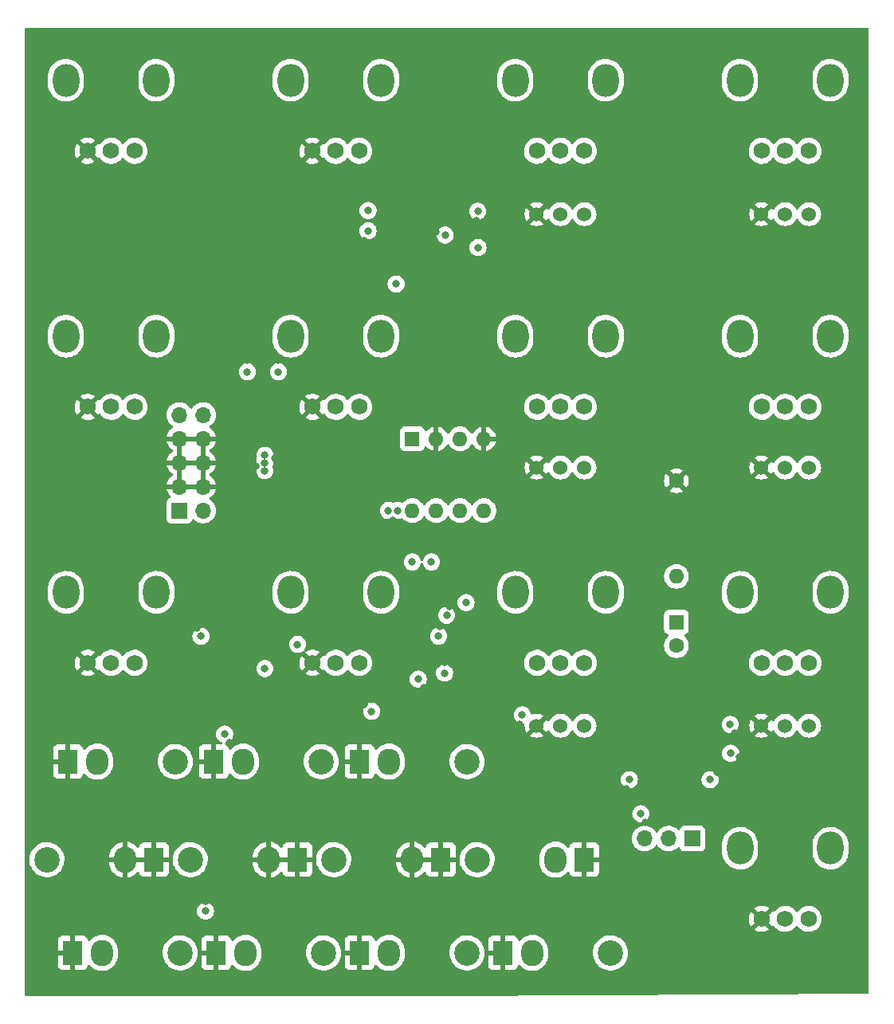
<source format=gtl>
G04 #@! TF.GenerationSoftware,KiCad,Pcbnew,(6.0.0)*
G04 #@! TF.CreationDate,2022-02-23T18:40:55+01:00*
G04 #@! TF.ProjectId,ad633muliply,61643633-336d-4756-9c69-706c792e6b69,rev?*
G04 #@! TF.SameCoordinates,Original*
G04 #@! TF.FileFunction,Copper,L1,Top*
G04 #@! TF.FilePolarity,Positive*
%FSLAX46Y46*%
G04 Gerber Fmt 4.6, Leading zero omitted, Abs format (unit mm)*
G04 Created by KiCad (PCBNEW (6.0.0)) date 2022-02-23 18:40:55*
%MOMM*%
%LPD*%
G01*
G04 APERTURE LIST*
G04 #@! TA.AperFunction,ComponentPad*
%ADD10R,2.150000X2.600000*%
G04 #@! TD*
G04 #@! TA.AperFunction,ComponentPad*
%ADD11C,2.700000*%
G04 #@! TD*
G04 #@! TA.AperFunction,ComponentPad*
%ADD12O,2.350000X2.800000*%
G04 #@! TD*
G04 #@! TA.AperFunction,ComponentPad*
%ADD13O,2.800000X3.500000*%
G04 #@! TD*
G04 #@! TA.AperFunction,ComponentPad*
%ADD14C,1.750000*%
G04 #@! TD*
G04 #@! TA.AperFunction,ComponentPad*
%ADD15C,1.524000*%
G04 #@! TD*
G04 #@! TA.AperFunction,ComponentPad*
%ADD16R,1.600000X1.600000*%
G04 #@! TD*
G04 #@! TA.AperFunction,ComponentPad*
%ADD17O,1.600000X1.600000*%
G04 #@! TD*
G04 #@! TA.AperFunction,ComponentPad*
%ADD18R,1.700000X1.700000*%
G04 #@! TD*
G04 #@! TA.AperFunction,ComponentPad*
%ADD19O,1.700000X1.700000*%
G04 #@! TD*
G04 #@! TA.AperFunction,ComponentPad*
%ADD20C,1.600000*%
G04 #@! TD*
G04 #@! TA.AperFunction,ViaPad*
%ADD21C,0.800000*%
G04 #@! TD*
G04 APERTURE END LIST*
D10*
X90048000Y-158374000D03*
D11*
X78648000Y-158374000D03*
D12*
X86948000Y-158374000D03*
D10*
X120528000Y-158374000D03*
D11*
X109128000Y-158374000D03*
D12*
X117428000Y-158374000D03*
D13*
X80676000Y-102769166D03*
X90276000Y-102769166D03*
D14*
X82976000Y-110269166D03*
X85476000Y-110269166D03*
X87976000Y-110269166D03*
D13*
X90276000Y-129968332D03*
X80676000Y-129968332D03*
D14*
X82976000Y-137468332D03*
X85476000Y-137468332D03*
X87976000Y-137468332D03*
D13*
X114152000Y-102769166D03*
X104552000Y-102769166D03*
D14*
X106852000Y-110269166D03*
X109352000Y-110269166D03*
X111852000Y-110269166D03*
D13*
X104552000Y-129968332D03*
X114152000Y-129968332D03*
D14*
X106852000Y-137468332D03*
X109352000Y-137468332D03*
X111852000Y-137468332D03*
D13*
X128428000Y-102769166D03*
X138028000Y-102769166D03*
D14*
X130728000Y-110269166D03*
X133228000Y-110269166D03*
X135728000Y-110269166D03*
D13*
X128428000Y-129968332D03*
X138028000Y-129968332D03*
D14*
X130728000Y-137468332D03*
X133228000Y-137468332D03*
X135728000Y-137468332D03*
D13*
X161904000Y-75570000D03*
X152304000Y-75570000D03*
D14*
X154604000Y-83070000D03*
X157104000Y-83070000D03*
X159604000Y-83070000D03*
D13*
X152304000Y-102769166D03*
X161904000Y-102769166D03*
D14*
X154604000Y-110269166D03*
X157104000Y-110269166D03*
X159604000Y-110269166D03*
D13*
X161904000Y-129968332D03*
X152304000Y-129968332D03*
D14*
X154604000Y-137468332D03*
X157104000Y-137468332D03*
X159604000Y-137468332D03*
D10*
X135768000Y-158374000D03*
D11*
X124368000Y-158374000D03*
D12*
X132668000Y-158374000D03*
D10*
X127132000Y-168280000D03*
D11*
X138532000Y-168280000D03*
D12*
X130232000Y-168280000D03*
D10*
X111892000Y-168280000D03*
D11*
X123292000Y-168280000D03*
D12*
X114992000Y-168280000D03*
D10*
X105288000Y-158374000D03*
D11*
X93888000Y-158374000D03*
D12*
X102188000Y-158374000D03*
D13*
X161904000Y-157165000D03*
X152304000Y-157165000D03*
D14*
X154604000Y-164665000D03*
X157104000Y-164665000D03*
X159604000Y-164665000D03*
D13*
X128428000Y-75570000D03*
X138028000Y-75570000D03*
D14*
X130728000Y-83070000D03*
X133228000Y-83070000D03*
X135728000Y-83070000D03*
D13*
X80676000Y-75570000D03*
X90276000Y-75570000D03*
D14*
X82976000Y-83070000D03*
X85476000Y-83070000D03*
X87976000Y-83070000D03*
D13*
X104552000Y-75570000D03*
X114152000Y-75570000D03*
D14*
X106852000Y-83070000D03*
X109352000Y-83070000D03*
X111852000Y-83070000D03*
D10*
X81412000Y-168280000D03*
D11*
X92812000Y-168280000D03*
D12*
X84512000Y-168280000D03*
D15*
X130688000Y-89794000D03*
X133228000Y-89794000D03*
X135768000Y-89794000D03*
X130688000Y-116718000D03*
X133228000Y-116718000D03*
X135768000Y-116718000D03*
X130688000Y-144150000D03*
X133228000Y-144150000D03*
X135768000Y-144150000D03*
X154564000Y-89794000D03*
X157104000Y-89794000D03*
X159644000Y-89794000D03*
X154564000Y-116718000D03*
X157104000Y-116718000D03*
X159644000Y-116718000D03*
X154564000Y-144150000D03*
X157104000Y-144150000D03*
X159644000Y-144150000D03*
D10*
X96398000Y-147960000D03*
D11*
X107798000Y-147960000D03*
D12*
X99498000Y-147960000D03*
D10*
X111892000Y-147960000D03*
D11*
X123292000Y-147960000D03*
D12*
X114992000Y-147960000D03*
D10*
X80904000Y-147960000D03*
D11*
X92304000Y-147960000D03*
D12*
X84004000Y-147960000D03*
D10*
X96652000Y-168280000D03*
D11*
X108052000Y-168280000D03*
D12*
X99752000Y-168280000D03*
D16*
X117480000Y-113670000D03*
D17*
X120020000Y-113670000D03*
X122560000Y-113670000D03*
X125100000Y-113670000D03*
X125100000Y-121290000D03*
X122560000Y-121290000D03*
X120020000Y-121290000D03*
X117480000Y-121290000D03*
D18*
X147248800Y-156138800D03*
D19*
X144708800Y-156138800D03*
X142168800Y-156138800D03*
D16*
X145547000Y-133141000D03*
D20*
X145547000Y-135641000D03*
X145547000Y-118115000D03*
D17*
X145547000Y-128275000D03*
D19*
X95255000Y-121290000D03*
D18*
X92715000Y-121290000D03*
D19*
X95255000Y-118750000D03*
X92715000Y-116210000D03*
X95255000Y-116210000D03*
X92715000Y-113670000D03*
X95255000Y-113670000D03*
X92715000Y-118750000D03*
X95255000Y-111130000D03*
X92715000Y-111130000D03*
D21*
X140238400Y-150855600D03*
X126268400Y-90556000D03*
X121493200Y-89286000D03*
X149890400Y-149128400D03*
X142219600Y-154411600D03*
X99954000Y-105288000D03*
X112400000Y-92588000D03*
X115702000Y-93350000D03*
X80777000Y-155072000D03*
X94620000Y-133736000D03*
X103764000Y-138943000D03*
X115067000Y-119766000D03*
X138668800Y-150799600D03*
X151770000Y-144912000D03*
X129799000Y-133990000D03*
X92080000Y-138943000D03*
X120401000Y-133609000D03*
X114686000Y-89540000D03*
X118750000Y-140086000D03*
X124084000Y-155199000D03*
X121417000Y-131450000D03*
X123322000Y-128910000D03*
X118623000Y-90556000D03*
X124338000Y-90505200D03*
X120274000Y-136530000D03*
X98049000Y-145928000D03*
X95509000Y-162819000D03*
X114432000Y-96906000D03*
X103256000Y-105288000D03*
X116210000Y-135260000D03*
X94493000Y-154945000D03*
X90175000Y-114940000D03*
X120909000Y-137419000D03*
X112400000Y-141864000D03*
X90175000Y-117480000D03*
X107574000Y-154691000D03*
X90175000Y-119766000D03*
X127386000Y-122306000D03*
X149230000Y-146182000D03*
X100843000Y-116591000D03*
X115448000Y-122306000D03*
X116464000Y-124592000D03*
X128910000Y-144023000D03*
X127386000Y-134752000D03*
X120020000Y-91699000D03*
X152278000Y-147452000D03*
X127513000Y-139324000D03*
X90175000Y-112400000D03*
X102875000Y-115702000D03*
X109504400Y-126370000D03*
X153294000Y-153548000D03*
X115448000Y-123576000D03*
X114940000Y-121290000D03*
X149128400Y-149890400D03*
X115956000Y-121290000D03*
X124439600Y-89489200D03*
X101810800Y-116232800D03*
X101810800Y-115425200D03*
X101810800Y-117045600D03*
X140543200Y-149890400D03*
X101810800Y-138076800D03*
X105288000Y-135514000D03*
X129164000Y-143007000D03*
X151262000Y-144023000D03*
X115765500Y-97223500D03*
X120972500Y-92016500D03*
X99954000Y-106558000D03*
X103256000Y-106558000D03*
X95026400Y-134650400D03*
X112781000Y-91572000D03*
X112781000Y-89413000D03*
X118115000Y-139197000D03*
X120274000Y-134625000D03*
X97541000Y-145039000D03*
X124465000Y-93350000D03*
X113162000Y-142626000D03*
X121137600Y-132415200D03*
X141762400Y-153497200D03*
X151312800Y-147071000D03*
X120909000Y-138562000D03*
X95509000Y-163835000D03*
X119512000Y-126751000D03*
X117480000Y-126751000D03*
X123195000Y-131069000D03*
G04 #@! TA.AperFunction,Conductor*
G36*
X165936121Y-70002002D02*
G01*
X165982614Y-70055658D01*
X165994000Y-70108000D01*
X165994000Y-172472712D01*
X165973998Y-172540833D01*
X165920342Y-172587326D01*
X165868715Y-172598710D01*
X121163350Y-172851998D01*
X121163353Y-172851998D01*
X121162639Y-172852000D01*
X76458000Y-172852000D01*
X76389879Y-172831998D01*
X76343386Y-172778342D01*
X76332000Y-172726000D01*
X76332000Y-169624669D01*
X79829001Y-169624669D01*
X79829371Y-169631490D01*
X79834895Y-169682352D01*
X79838520Y-169697600D01*
X79883676Y-169818054D01*
X79892214Y-169833649D01*
X79968715Y-169935724D01*
X79981276Y-169948285D01*
X80083351Y-170024786D01*
X80098946Y-170033324D01*
X80219394Y-170078478D01*
X80234649Y-170082105D01*
X80285514Y-170087631D01*
X80292328Y-170088000D01*
X81139885Y-170088000D01*
X81155124Y-170083525D01*
X81156329Y-170082135D01*
X81158000Y-170074452D01*
X81158000Y-170069884D01*
X81666000Y-170069884D01*
X81670475Y-170085123D01*
X81671865Y-170086328D01*
X81679548Y-170087999D01*
X82531669Y-170087999D01*
X82538490Y-170087629D01*
X82589352Y-170082105D01*
X82604604Y-170078479D01*
X82725054Y-170033324D01*
X82740649Y-170024786D01*
X82842724Y-169948285D01*
X82855285Y-169935724D01*
X82931786Y-169833649D01*
X82940324Y-169818054D01*
X82985480Y-169697600D01*
X82989106Y-169682350D01*
X82993080Y-169645764D01*
X83020322Y-169580201D01*
X83078685Y-169539775D01*
X83149639Y-169537319D01*
X83210657Y-169573614D01*
X83216055Y-169579820D01*
X83260963Y-169634980D01*
X83287239Y-169667255D01*
X83290790Y-169670469D01*
X83473588Y-169835930D01*
X83473592Y-169835933D01*
X83477135Y-169839140D01*
X83481120Y-169841772D01*
X83481123Y-169841775D01*
X83686853Y-169977687D01*
X83690845Y-169980324D01*
X83695192Y-169982328D01*
X83919100Y-170085552D01*
X83919104Y-170085553D01*
X83923452Y-170087558D01*
X83928053Y-170088882D01*
X83928054Y-170088882D01*
X84165010Y-170157052D01*
X84165014Y-170157053D01*
X84169603Y-170158373D01*
X84423633Y-170191140D01*
X84558762Y-170187956D01*
X84674918Y-170185219D01*
X84674923Y-170185218D01*
X84679697Y-170185106D01*
X84827088Y-170158984D01*
X84927197Y-170141242D01*
X84927201Y-170141241D01*
X84931901Y-170140408D01*
X84950054Y-170134246D01*
X85169911Y-170059615D01*
X85169918Y-170059612D01*
X85174443Y-170058076D01*
X85401741Y-169940005D01*
X85405596Y-169937189D01*
X85405602Y-169937185D01*
X85604699Y-169791733D01*
X85604700Y-169791732D01*
X85608563Y-169788910D01*
X85763302Y-169634980D01*
X85786760Y-169611645D01*
X85786764Y-169611640D01*
X85790151Y-169608271D01*
X85813502Y-169576657D01*
X85910758Y-169444982D01*
X85942326Y-169402242D01*
X85944557Y-169398002D01*
X86059358Y-169179802D01*
X86059361Y-169179795D01*
X86061586Y-169175566D01*
X86063145Y-169171050D01*
X86063148Y-169171044D01*
X86106333Y-169045980D01*
X86145187Y-168933459D01*
X86160219Y-168851150D01*
X86190479Y-168685464D01*
X86190480Y-168685458D01*
X86191204Y-168681492D01*
X86195500Y-168599523D01*
X86195500Y-168221474D01*
X90949672Y-168221474D01*
X90960005Y-168484462D01*
X91007290Y-168743371D01*
X91090584Y-168993034D01*
X91092577Y-168997022D01*
X91169950Y-169151869D01*
X91208225Y-169228470D01*
X91253980Y-169294672D01*
X91330989Y-169406095D01*
X91357865Y-169444982D01*
X91536520Y-169638249D01*
X91740623Y-169804415D01*
X91744431Y-169806708D01*
X91744433Y-169806709D01*
X91962288Y-169937868D01*
X91962292Y-169937870D01*
X91966104Y-169940165D01*
X92054715Y-169977687D01*
X92204359Y-170041054D01*
X92204364Y-170041056D01*
X92208462Y-170042791D01*
X92212760Y-170043930D01*
X92212764Y-170043932D01*
X92327872Y-170074452D01*
X92462862Y-170110244D01*
X92724229Y-170141179D01*
X92987347Y-170134978D01*
X92991745Y-170134246D01*
X93242576Y-170092496D01*
X93242580Y-170092495D01*
X93246966Y-170091765D01*
X93251207Y-170090424D01*
X93251210Y-170090423D01*
X93493661Y-170013746D01*
X93493663Y-170013745D01*
X93497907Y-170012403D01*
X93501918Y-170010477D01*
X93501923Y-170010475D01*
X93731143Y-169900405D01*
X93731144Y-169900404D01*
X93735162Y-169898475D01*
X93855520Y-169818054D01*
X93950289Y-169754732D01*
X93950293Y-169754729D01*
X93953997Y-169752254D01*
X93957314Y-169749283D01*
X93957318Y-169749280D01*
X94096443Y-169624669D01*
X95069001Y-169624669D01*
X95069371Y-169631490D01*
X95074895Y-169682352D01*
X95078520Y-169697600D01*
X95123676Y-169818054D01*
X95132214Y-169833649D01*
X95208715Y-169935724D01*
X95221276Y-169948285D01*
X95323351Y-170024786D01*
X95338946Y-170033324D01*
X95459394Y-170078478D01*
X95474649Y-170082105D01*
X95525514Y-170087631D01*
X95532328Y-170088000D01*
X96379885Y-170088000D01*
X96395124Y-170083525D01*
X96396329Y-170082135D01*
X96398000Y-170074452D01*
X96398000Y-170069884D01*
X96906000Y-170069884D01*
X96910475Y-170085123D01*
X96911865Y-170086328D01*
X96919548Y-170087999D01*
X97771669Y-170087999D01*
X97778490Y-170087629D01*
X97829352Y-170082105D01*
X97844604Y-170078479D01*
X97965054Y-170033324D01*
X97980649Y-170024786D01*
X98082724Y-169948285D01*
X98095285Y-169935724D01*
X98171786Y-169833649D01*
X98180324Y-169818054D01*
X98225480Y-169697600D01*
X98229106Y-169682350D01*
X98233080Y-169645764D01*
X98260322Y-169580201D01*
X98318685Y-169539775D01*
X98389639Y-169537319D01*
X98450657Y-169573614D01*
X98456055Y-169579820D01*
X98500963Y-169634980D01*
X98527239Y-169667255D01*
X98530790Y-169670469D01*
X98713588Y-169835930D01*
X98713592Y-169835933D01*
X98717135Y-169839140D01*
X98721120Y-169841772D01*
X98721123Y-169841775D01*
X98926853Y-169977687D01*
X98930845Y-169980324D01*
X98935192Y-169982328D01*
X99159100Y-170085552D01*
X99159104Y-170085553D01*
X99163452Y-170087558D01*
X99168053Y-170088882D01*
X99168054Y-170088882D01*
X99405010Y-170157052D01*
X99405014Y-170157053D01*
X99409603Y-170158373D01*
X99663633Y-170191140D01*
X99798762Y-170187956D01*
X99914918Y-170185219D01*
X99914923Y-170185218D01*
X99919697Y-170185106D01*
X100067088Y-170158984D01*
X100167197Y-170141242D01*
X100167201Y-170141241D01*
X100171901Y-170140408D01*
X100190054Y-170134246D01*
X100409911Y-170059615D01*
X100409918Y-170059612D01*
X100414443Y-170058076D01*
X100641741Y-169940005D01*
X100645596Y-169937189D01*
X100645602Y-169937185D01*
X100844699Y-169791733D01*
X100844700Y-169791732D01*
X100848563Y-169788910D01*
X101003302Y-169634980D01*
X101026760Y-169611645D01*
X101026764Y-169611640D01*
X101030151Y-169608271D01*
X101053502Y-169576657D01*
X101150758Y-169444982D01*
X101182326Y-169402242D01*
X101184557Y-169398002D01*
X101299358Y-169179802D01*
X101299361Y-169179795D01*
X101301586Y-169175566D01*
X101303145Y-169171050D01*
X101303148Y-169171044D01*
X101346333Y-169045980D01*
X101385187Y-168933459D01*
X101400219Y-168851150D01*
X101430479Y-168685464D01*
X101430480Y-168685458D01*
X101431204Y-168681492D01*
X101435500Y-168599523D01*
X101435500Y-168221474D01*
X106189672Y-168221474D01*
X106200005Y-168484462D01*
X106247290Y-168743371D01*
X106330584Y-168993034D01*
X106332577Y-168997022D01*
X106409950Y-169151869D01*
X106448225Y-169228470D01*
X106493980Y-169294672D01*
X106570989Y-169406095D01*
X106597865Y-169444982D01*
X106776520Y-169638249D01*
X106980623Y-169804415D01*
X106984431Y-169806708D01*
X106984433Y-169806709D01*
X107202288Y-169937868D01*
X107202292Y-169937870D01*
X107206104Y-169940165D01*
X107294715Y-169977687D01*
X107444359Y-170041054D01*
X107444364Y-170041056D01*
X107448462Y-170042791D01*
X107452760Y-170043930D01*
X107452764Y-170043932D01*
X107567872Y-170074452D01*
X107702862Y-170110244D01*
X107964229Y-170141179D01*
X108227347Y-170134978D01*
X108231745Y-170134246D01*
X108482576Y-170092496D01*
X108482580Y-170092495D01*
X108486966Y-170091765D01*
X108491207Y-170090424D01*
X108491210Y-170090423D01*
X108733661Y-170013746D01*
X108733663Y-170013745D01*
X108737907Y-170012403D01*
X108741918Y-170010477D01*
X108741923Y-170010475D01*
X108971143Y-169900405D01*
X108971144Y-169900404D01*
X108975162Y-169898475D01*
X109095520Y-169818054D01*
X109190289Y-169754732D01*
X109190293Y-169754729D01*
X109193997Y-169752254D01*
X109197314Y-169749283D01*
X109197318Y-169749280D01*
X109336443Y-169624669D01*
X110309001Y-169624669D01*
X110309371Y-169631490D01*
X110314895Y-169682352D01*
X110318520Y-169697600D01*
X110363676Y-169818054D01*
X110372214Y-169833649D01*
X110448715Y-169935724D01*
X110461276Y-169948285D01*
X110563351Y-170024786D01*
X110578946Y-170033324D01*
X110699394Y-170078478D01*
X110714649Y-170082105D01*
X110765514Y-170087631D01*
X110772328Y-170088000D01*
X111619885Y-170088000D01*
X111635124Y-170083525D01*
X111636329Y-170082135D01*
X111638000Y-170074452D01*
X111638000Y-170069884D01*
X112146000Y-170069884D01*
X112150475Y-170085123D01*
X112151865Y-170086328D01*
X112159548Y-170087999D01*
X113011669Y-170087999D01*
X113018490Y-170087629D01*
X113069352Y-170082105D01*
X113084604Y-170078479D01*
X113205054Y-170033324D01*
X113220649Y-170024786D01*
X113322724Y-169948285D01*
X113335285Y-169935724D01*
X113411786Y-169833649D01*
X113420324Y-169818054D01*
X113465480Y-169697600D01*
X113469106Y-169682350D01*
X113473080Y-169645764D01*
X113500322Y-169580201D01*
X113558685Y-169539775D01*
X113629639Y-169537319D01*
X113690657Y-169573614D01*
X113696055Y-169579820D01*
X113740963Y-169634980D01*
X113767239Y-169667255D01*
X113770790Y-169670469D01*
X113953588Y-169835930D01*
X113953592Y-169835933D01*
X113957135Y-169839140D01*
X113961120Y-169841772D01*
X113961123Y-169841775D01*
X114166853Y-169977687D01*
X114170845Y-169980324D01*
X114175192Y-169982328D01*
X114399100Y-170085552D01*
X114399104Y-170085553D01*
X114403452Y-170087558D01*
X114408053Y-170088882D01*
X114408054Y-170088882D01*
X114645010Y-170157052D01*
X114645014Y-170157053D01*
X114649603Y-170158373D01*
X114903633Y-170191140D01*
X115038762Y-170187956D01*
X115154918Y-170185219D01*
X115154923Y-170185218D01*
X115159697Y-170185106D01*
X115307088Y-170158984D01*
X115407197Y-170141242D01*
X115407201Y-170141241D01*
X115411901Y-170140408D01*
X115430054Y-170134246D01*
X115649911Y-170059615D01*
X115649918Y-170059612D01*
X115654443Y-170058076D01*
X115881741Y-169940005D01*
X115885596Y-169937189D01*
X115885602Y-169937185D01*
X116084699Y-169791733D01*
X116084700Y-169791732D01*
X116088563Y-169788910D01*
X116243302Y-169634980D01*
X116266760Y-169611645D01*
X116266764Y-169611640D01*
X116270151Y-169608271D01*
X116293502Y-169576657D01*
X116390758Y-169444982D01*
X116422326Y-169402242D01*
X116424557Y-169398002D01*
X116539358Y-169179802D01*
X116539361Y-169179795D01*
X116541586Y-169175566D01*
X116543145Y-169171050D01*
X116543148Y-169171044D01*
X116586333Y-169045980D01*
X116625187Y-168933459D01*
X116640219Y-168851150D01*
X116670479Y-168685464D01*
X116670480Y-168685458D01*
X116671204Y-168681492D01*
X116675500Y-168599523D01*
X116675500Y-168221474D01*
X121429672Y-168221474D01*
X121440005Y-168484462D01*
X121487290Y-168743371D01*
X121570584Y-168993034D01*
X121572577Y-168997022D01*
X121649950Y-169151869D01*
X121688225Y-169228470D01*
X121733980Y-169294672D01*
X121810989Y-169406095D01*
X121837865Y-169444982D01*
X122016520Y-169638249D01*
X122220623Y-169804415D01*
X122224431Y-169806708D01*
X122224433Y-169806709D01*
X122442288Y-169937868D01*
X122442292Y-169937870D01*
X122446104Y-169940165D01*
X122534715Y-169977687D01*
X122684359Y-170041054D01*
X122684364Y-170041056D01*
X122688462Y-170042791D01*
X122692760Y-170043930D01*
X122692764Y-170043932D01*
X122807872Y-170074452D01*
X122942862Y-170110244D01*
X123204229Y-170141179D01*
X123467347Y-170134978D01*
X123471745Y-170134246D01*
X123722576Y-170092496D01*
X123722580Y-170092495D01*
X123726966Y-170091765D01*
X123731207Y-170090424D01*
X123731210Y-170090423D01*
X123973661Y-170013746D01*
X123973663Y-170013745D01*
X123977907Y-170012403D01*
X123981918Y-170010477D01*
X123981923Y-170010475D01*
X124211143Y-169900405D01*
X124211144Y-169900404D01*
X124215162Y-169898475D01*
X124335520Y-169818054D01*
X124430289Y-169754732D01*
X124430293Y-169754729D01*
X124433997Y-169752254D01*
X124437314Y-169749283D01*
X124437318Y-169749280D01*
X124576443Y-169624669D01*
X125549001Y-169624669D01*
X125549371Y-169631490D01*
X125554895Y-169682352D01*
X125558520Y-169697600D01*
X125603676Y-169818054D01*
X125612214Y-169833649D01*
X125688715Y-169935724D01*
X125701276Y-169948285D01*
X125803351Y-170024786D01*
X125818946Y-170033324D01*
X125939394Y-170078478D01*
X125954649Y-170082105D01*
X126005514Y-170087631D01*
X126012328Y-170088000D01*
X126859885Y-170088000D01*
X126875124Y-170083525D01*
X126876329Y-170082135D01*
X126878000Y-170074452D01*
X126878000Y-170069884D01*
X127386000Y-170069884D01*
X127390475Y-170085123D01*
X127391865Y-170086328D01*
X127399548Y-170087999D01*
X128251669Y-170087999D01*
X128258490Y-170087629D01*
X128309352Y-170082105D01*
X128324604Y-170078479D01*
X128445054Y-170033324D01*
X128460649Y-170024786D01*
X128562724Y-169948285D01*
X128575285Y-169935724D01*
X128651786Y-169833649D01*
X128660324Y-169818054D01*
X128705480Y-169697600D01*
X128709106Y-169682350D01*
X128713080Y-169645764D01*
X128740322Y-169580201D01*
X128798685Y-169539775D01*
X128869639Y-169537319D01*
X128930657Y-169573614D01*
X128936055Y-169579820D01*
X128980963Y-169634980D01*
X129007239Y-169667255D01*
X129010790Y-169670469D01*
X129193588Y-169835930D01*
X129193592Y-169835933D01*
X129197135Y-169839140D01*
X129201120Y-169841772D01*
X129201123Y-169841775D01*
X129406853Y-169977687D01*
X129410845Y-169980324D01*
X129415192Y-169982328D01*
X129639100Y-170085552D01*
X129639104Y-170085553D01*
X129643452Y-170087558D01*
X129648053Y-170088882D01*
X129648054Y-170088882D01*
X129885010Y-170157052D01*
X129885014Y-170157053D01*
X129889603Y-170158373D01*
X130143633Y-170191140D01*
X130278762Y-170187956D01*
X130394918Y-170185219D01*
X130394923Y-170185218D01*
X130399697Y-170185106D01*
X130547088Y-170158984D01*
X130647197Y-170141242D01*
X130647201Y-170141241D01*
X130651901Y-170140408D01*
X130670054Y-170134246D01*
X130889911Y-170059615D01*
X130889918Y-170059612D01*
X130894443Y-170058076D01*
X131121741Y-169940005D01*
X131125596Y-169937189D01*
X131125602Y-169937185D01*
X131324699Y-169791733D01*
X131324700Y-169791732D01*
X131328563Y-169788910D01*
X131483302Y-169634980D01*
X131506760Y-169611645D01*
X131506764Y-169611640D01*
X131510151Y-169608271D01*
X131533502Y-169576657D01*
X131630758Y-169444982D01*
X131662326Y-169402242D01*
X131664557Y-169398002D01*
X131779358Y-169179802D01*
X131779361Y-169179795D01*
X131781586Y-169175566D01*
X131783145Y-169171050D01*
X131783148Y-169171044D01*
X131826333Y-169045980D01*
X131865187Y-168933459D01*
X131880219Y-168851150D01*
X131910479Y-168685464D01*
X131910480Y-168685458D01*
X131911204Y-168681492D01*
X131915500Y-168599523D01*
X131915500Y-168221474D01*
X136669672Y-168221474D01*
X136680005Y-168484462D01*
X136727290Y-168743371D01*
X136810584Y-168993034D01*
X136812577Y-168997022D01*
X136889950Y-169151869D01*
X136928225Y-169228470D01*
X136973980Y-169294672D01*
X137050989Y-169406095D01*
X137077865Y-169444982D01*
X137256520Y-169638249D01*
X137460623Y-169804415D01*
X137464431Y-169806708D01*
X137464433Y-169806709D01*
X137682288Y-169937868D01*
X137682292Y-169937870D01*
X137686104Y-169940165D01*
X137774715Y-169977687D01*
X137924359Y-170041054D01*
X137924364Y-170041056D01*
X137928462Y-170042791D01*
X137932760Y-170043930D01*
X137932764Y-170043932D01*
X138047872Y-170074452D01*
X138182862Y-170110244D01*
X138444229Y-170141179D01*
X138707347Y-170134978D01*
X138711745Y-170134246D01*
X138962576Y-170092496D01*
X138962580Y-170092495D01*
X138966966Y-170091765D01*
X138971207Y-170090424D01*
X138971210Y-170090423D01*
X139213661Y-170013746D01*
X139213663Y-170013745D01*
X139217907Y-170012403D01*
X139221918Y-170010477D01*
X139221923Y-170010475D01*
X139451143Y-169900405D01*
X139451144Y-169900404D01*
X139455162Y-169898475D01*
X139575520Y-169818054D01*
X139670289Y-169754732D01*
X139670293Y-169754729D01*
X139673997Y-169752254D01*
X139677314Y-169749283D01*
X139677318Y-169749280D01*
X139866729Y-169579629D01*
X139866730Y-169579628D01*
X139870047Y-169576657D01*
X140039398Y-169375189D01*
X140178674Y-169151869D01*
X140273230Y-168937987D01*
X140283295Y-168915219D01*
X140285093Y-168911152D01*
X140356534Y-168657843D01*
X140373168Y-168534000D01*
X140391143Y-168400176D01*
X140391144Y-168400168D01*
X140391570Y-168396994D01*
X140395247Y-168280000D01*
X140376659Y-168017466D01*
X140375580Y-168012452D01*
X140322201Y-167764523D01*
X140321264Y-167760171D01*
X140302218Y-167708543D01*
X140231710Y-167517424D01*
X140230169Y-167513247D01*
X140105191Y-167281622D01*
X139948824Y-167069918D01*
X139764187Y-166882358D01*
X139760647Y-166879657D01*
X139760641Y-166879651D01*
X139558506Y-166725386D01*
X139558502Y-166725383D01*
X139554965Y-166722684D01*
X139325332Y-166594084D01*
X139079870Y-166499122D01*
X139075545Y-166498119D01*
X139075540Y-166498118D01*
X138934794Y-166465495D01*
X138823476Y-166439693D01*
X138561267Y-166416983D01*
X138556832Y-166417227D01*
X138556828Y-166417227D01*
X138302916Y-166431200D01*
X138302909Y-166431201D01*
X138298473Y-166431445D01*
X138170369Y-166456927D01*
X138044711Y-166481921D01*
X138044706Y-166481922D01*
X138040339Y-166482791D01*
X138036136Y-166484267D01*
X137796223Y-166568518D01*
X137796220Y-166568519D01*
X137792015Y-166569996D01*
X137788062Y-166572049D01*
X137788056Y-166572052D01*
X137711703Y-166611715D01*
X137558456Y-166691321D01*
X137554841Y-166693904D01*
X137554835Y-166693908D01*
X137509436Y-166726351D01*
X137344322Y-166844344D01*
X137341095Y-166847422D01*
X137341093Y-166847424D01*
X137166062Y-167014395D01*
X137153885Y-167026011D01*
X136990945Y-167232700D01*
X136944778Y-167312183D01*
X136860987Y-167456438D01*
X136860984Y-167456444D01*
X136858753Y-167460285D01*
X136759947Y-167704225D01*
X136758876Y-167708538D01*
X136758874Y-167708543D01*
X136736255Y-167799603D01*
X136696498Y-167959654D01*
X136669672Y-168221474D01*
X131915500Y-168221474D01*
X131915500Y-167989876D01*
X131912872Y-167955331D01*
X131901389Y-167804370D01*
X131901388Y-167804365D01*
X131901026Y-167799603D01*
X131877963Y-167700099D01*
X131844272Y-167554747D01*
X131843191Y-167550083D01*
X131748278Y-167312183D01*
X131618473Y-167091376D01*
X131456761Y-166892745D01*
X131326086Y-166774464D01*
X131270412Y-166724070D01*
X131270408Y-166724067D01*
X131266865Y-166720860D01*
X131262880Y-166718228D01*
X131262877Y-166718225D01*
X131057147Y-166582313D01*
X131057145Y-166582312D01*
X131053155Y-166579676D01*
X130938190Y-166526676D01*
X130824900Y-166474448D01*
X130824896Y-166474447D01*
X130820548Y-166472442D01*
X130815946Y-166471118D01*
X130578990Y-166402948D01*
X130578986Y-166402947D01*
X130574397Y-166401627D01*
X130320367Y-166368860D01*
X130185238Y-166372044D01*
X130069082Y-166374781D01*
X130069077Y-166374782D01*
X130064303Y-166374894D01*
X129938201Y-166397243D01*
X129816803Y-166418758D01*
X129816799Y-166418759D01*
X129812099Y-166419592D01*
X129807572Y-166421129D01*
X129807571Y-166421129D01*
X129574089Y-166500385D01*
X129574082Y-166500388D01*
X129569557Y-166501924D01*
X129342259Y-166619995D01*
X129338404Y-166622811D01*
X129338398Y-166622815D01*
X129175330Y-166741946D01*
X129135437Y-166771090D01*
X129064404Y-166841752D01*
X128957240Y-166948355D01*
X128957236Y-166948360D01*
X128953849Y-166951729D01*
X128939259Y-166971483D01*
X128882698Y-167014395D01*
X128811917Y-167019915D01*
X128749387Y-166986292D01*
X128714961Y-166924200D01*
X128712644Y-166910230D01*
X128709105Y-166877648D01*
X128705479Y-166862396D01*
X128660324Y-166741946D01*
X128651786Y-166726351D01*
X128575285Y-166624276D01*
X128562724Y-166611715D01*
X128460649Y-166535214D01*
X128445054Y-166526676D01*
X128324606Y-166481522D01*
X128309351Y-166477895D01*
X128258486Y-166472369D01*
X128251672Y-166472000D01*
X127404115Y-166472000D01*
X127388876Y-166476475D01*
X127387671Y-166477865D01*
X127386000Y-166485548D01*
X127386000Y-170069884D01*
X126878000Y-170069884D01*
X126878000Y-168552115D01*
X126873525Y-168536876D01*
X126872135Y-168535671D01*
X126864452Y-168534000D01*
X125567116Y-168534000D01*
X125551877Y-168538475D01*
X125550672Y-168539865D01*
X125549001Y-168547548D01*
X125549001Y-169624669D01*
X124576443Y-169624669D01*
X124626729Y-169579629D01*
X124626730Y-169579628D01*
X124630047Y-169576657D01*
X124799398Y-169375189D01*
X124938674Y-169151869D01*
X125033230Y-168937987D01*
X125043295Y-168915219D01*
X125045093Y-168911152D01*
X125116534Y-168657843D01*
X125133168Y-168534000D01*
X125151143Y-168400176D01*
X125151144Y-168400168D01*
X125151570Y-168396994D01*
X125155247Y-168280000D01*
X125136659Y-168017466D01*
X125135580Y-168012452D01*
X125134597Y-168007885D01*
X125549000Y-168007885D01*
X125553475Y-168023124D01*
X125554865Y-168024329D01*
X125562548Y-168026000D01*
X126859885Y-168026000D01*
X126875124Y-168021525D01*
X126876329Y-168020135D01*
X126878000Y-168012452D01*
X126878000Y-166490116D01*
X126873525Y-166474877D01*
X126872135Y-166473672D01*
X126864452Y-166472001D01*
X126012331Y-166472001D01*
X126005510Y-166472371D01*
X125954648Y-166477895D01*
X125939396Y-166481521D01*
X125818946Y-166526676D01*
X125803351Y-166535214D01*
X125701276Y-166611715D01*
X125688715Y-166624276D01*
X125612214Y-166726351D01*
X125603676Y-166741946D01*
X125558522Y-166862394D01*
X125554895Y-166877649D01*
X125549369Y-166928514D01*
X125549000Y-166935328D01*
X125549000Y-168007885D01*
X125134597Y-168007885D01*
X125082201Y-167764523D01*
X125081264Y-167760171D01*
X125062218Y-167708543D01*
X124991710Y-167517424D01*
X124990169Y-167513247D01*
X124865191Y-167281622D01*
X124708824Y-167069918D01*
X124524187Y-166882358D01*
X124520647Y-166879657D01*
X124520641Y-166879651D01*
X124318506Y-166725386D01*
X124318502Y-166725383D01*
X124314965Y-166722684D01*
X124085332Y-166594084D01*
X123839870Y-166499122D01*
X123835545Y-166498119D01*
X123835540Y-166498118D01*
X123694794Y-166465495D01*
X123583476Y-166439693D01*
X123321267Y-166416983D01*
X123316832Y-166417227D01*
X123316828Y-166417227D01*
X123062916Y-166431200D01*
X123062909Y-166431201D01*
X123058473Y-166431445D01*
X122930369Y-166456927D01*
X122804711Y-166481921D01*
X122804706Y-166481922D01*
X122800339Y-166482791D01*
X122796136Y-166484267D01*
X122556223Y-166568518D01*
X122556220Y-166568519D01*
X122552015Y-166569996D01*
X122548062Y-166572049D01*
X122548056Y-166572052D01*
X122471703Y-166611715D01*
X122318456Y-166691321D01*
X122314841Y-166693904D01*
X122314835Y-166693908D01*
X122269436Y-166726351D01*
X122104322Y-166844344D01*
X122101095Y-166847422D01*
X122101093Y-166847424D01*
X121926062Y-167014395D01*
X121913885Y-167026011D01*
X121750945Y-167232700D01*
X121704778Y-167312183D01*
X121620987Y-167456438D01*
X121620984Y-167456444D01*
X121618753Y-167460285D01*
X121519947Y-167704225D01*
X121518876Y-167708538D01*
X121518874Y-167708543D01*
X121496255Y-167799603D01*
X121456498Y-167959654D01*
X121429672Y-168221474D01*
X116675500Y-168221474D01*
X116675500Y-167989876D01*
X116672872Y-167955331D01*
X116661389Y-167804370D01*
X116661388Y-167804365D01*
X116661026Y-167799603D01*
X116637963Y-167700099D01*
X116604272Y-167554747D01*
X116603191Y-167550083D01*
X116508278Y-167312183D01*
X116378473Y-167091376D01*
X116216761Y-166892745D01*
X116086086Y-166774464D01*
X116030412Y-166724070D01*
X116030408Y-166724067D01*
X116026865Y-166720860D01*
X116022880Y-166718228D01*
X116022877Y-166718225D01*
X115817147Y-166582313D01*
X115817145Y-166582312D01*
X115813155Y-166579676D01*
X115698190Y-166526676D01*
X115584900Y-166474448D01*
X115584896Y-166474447D01*
X115580548Y-166472442D01*
X115575946Y-166471118D01*
X115338990Y-166402948D01*
X115338986Y-166402947D01*
X115334397Y-166401627D01*
X115080367Y-166368860D01*
X114945238Y-166372044D01*
X114829082Y-166374781D01*
X114829077Y-166374782D01*
X114824303Y-166374894D01*
X114698201Y-166397243D01*
X114576803Y-166418758D01*
X114576799Y-166418759D01*
X114572099Y-166419592D01*
X114567572Y-166421129D01*
X114567571Y-166421129D01*
X114334089Y-166500385D01*
X114334082Y-166500388D01*
X114329557Y-166501924D01*
X114102259Y-166619995D01*
X114098404Y-166622811D01*
X114098398Y-166622815D01*
X113935330Y-166741946D01*
X113895437Y-166771090D01*
X113824404Y-166841752D01*
X113717240Y-166948355D01*
X113717236Y-166948360D01*
X113713849Y-166951729D01*
X113699259Y-166971483D01*
X113642698Y-167014395D01*
X113571917Y-167019915D01*
X113509387Y-166986292D01*
X113474961Y-166924200D01*
X113472644Y-166910230D01*
X113469105Y-166877648D01*
X113465479Y-166862396D01*
X113420324Y-166741946D01*
X113411786Y-166726351D01*
X113335285Y-166624276D01*
X113322724Y-166611715D01*
X113220649Y-166535214D01*
X113205054Y-166526676D01*
X113084606Y-166481522D01*
X113069351Y-166477895D01*
X113018486Y-166472369D01*
X113011672Y-166472000D01*
X112164115Y-166472000D01*
X112148876Y-166476475D01*
X112147671Y-166477865D01*
X112146000Y-166485548D01*
X112146000Y-170069884D01*
X111638000Y-170069884D01*
X111638000Y-168552115D01*
X111633525Y-168536876D01*
X111632135Y-168535671D01*
X111624452Y-168534000D01*
X110327116Y-168534000D01*
X110311877Y-168538475D01*
X110310672Y-168539865D01*
X110309001Y-168547548D01*
X110309001Y-169624669D01*
X109336443Y-169624669D01*
X109386729Y-169579629D01*
X109386730Y-169579628D01*
X109390047Y-169576657D01*
X109559398Y-169375189D01*
X109698674Y-169151869D01*
X109793230Y-168937987D01*
X109803295Y-168915219D01*
X109805093Y-168911152D01*
X109876534Y-168657843D01*
X109893168Y-168534000D01*
X109911143Y-168400176D01*
X109911144Y-168400168D01*
X109911570Y-168396994D01*
X109915247Y-168280000D01*
X109896659Y-168017466D01*
X109895580Y-168012452D01*
X109894597Y-168007885D01*
X110309000Y-168007885D01*
X110313475Y-168023124D01*
X110314865Y-168024329D01*
X110322548Y-168026000D01*
X111619885Y-168026000D01*
X111635124Y-168021525D01*
X111636329Y-168020135D01*
X111638000Y-168012452D01*
X111638000Y-166490116D01*
X111633525Y-166474877D01*
X111632135Y-166473672D01*
X111624452Y-166472001D01*
X110772331Y-166472001D01*
X110765510Y-166472371D01*
X110714648Y-166477895D01*
X110699396Y-166481521D01*
X110578946Y-166526676D01*
X110563351Y-166535214D01*
X110461276Y-166611715D01*
X110448715Y-166624276D01*
X110372214Y-166726351D01*
X110363676Y-166741946D01*
X110318522Y-166862394D01*
X110314895Y-166877649D01*
X110309369Y-166928514D01*
X110309000Y-166935328D01*
X110309000Y-168007885D01*
X109894597Y-168007885D01*
X109842201Y-167764523D01*
X109841264Y-167760171D01*
X109822218Y-167708543D01*
X109751710Y-167517424D01*
X109750169Y-167513247D01*
X109625191Y-167281622D01*
X109468824Y-167069918D01*
X109284187Y-166882358D01*
X109280647Y-166879657D01*
X109280641Y-166879651D01*
X109078506Y-166725386D01*
X109078502Y-166725383D01*
X109074965Y-166722684D01*
X108845332Y-166594084D01*
X108599870Y-166499122D01*
X108595545Y-166498119D01*
X108595540Y-166498118D01*
X108454794Y-166465495D01*
X108343476Y-166439693D01*
X108081267Y-166416983D01*
X108076832Y-166417227D01*
X108076828Y-166417227D01*
X107822916Y-166431200D01*
X107822909Y-166431201D01*
X107818473Y-166431445D01*
X107690369Y-166456927D01*
X107564711Y-166481921D01*
X107564706Y-166481922D01*
X107560339Y-166482791D01*
X107556136Y-166484267D01*
X107316223Y-166568518D01*
X107316220Y-166568519D01*
X107312015Y-166569996D01*
X107308062Y-166572049D01*
X107308056Y-166572052D01*
X107231703Y-166611715D01*
X107078456Y-166691321D01*
X107074841Y-166693904D01*
X107074835Y-166693908D01*
X107029436Y-166726351D01*
X106864322Y-166844344D01*
X106861095Y-166847422D01*
X106861093Y-166847424D01*
X106686062Y-167014395D01*
X106673885Y-167026011D01*
X106510945Y-167232700D01*
X106464778Y-167312183D01*
X106380987Y-167456438D01*
X106380984Y-167456444D01*
X106378753Y-167460285D01*
X106279947Y-167704225D01*
X106278876Y-167708538D01*
X106278874Y-167708543D01*
X106256255Y-167799603D01*
X106216498Y-167959654D01*
X106189672Y-168221474D01*
X101435500Y-168221474D01*
X101435500Y-167989876D01*
X101432872Y-167955331D01*
X101421389Y-167804370D01*
X101421388Y-167804365D01*
X101421026Y-167799603D01*
X101397963Y-167700099D01*
X101364272Y-167554747D01*
X101363191Y-167550083D01*
X101268278Y-167312183D01*
X101138473Y-167091376D01*
X100976761Y-166892745D01*
X100846086Y-166774464D01*
X100790412Y-166724070D01*
X100790408Y-166724067D01*
X100786865Y-166720860D01*
X100782880Y-166718228D01*
X100782877Y-166718225D01*
X100577147Y-166582313D01*
X100577145Y-166582312D01*
X100573155Y-166579676D01*
X100458190Y-166526676D01*
X100344900Y-166474448D01*
X100344896Y-166474447D01*
X100340548Y-166472442D01*
X100335946Y-166471118D01*
X100098990Y-166402948D01*
X100098986Y-166402947D01*
X100094397Y-166401627D01*
X99840367Y-166368860D01*
X99705238Y-166372044D01*
X99589082Y-166374781D01*
X99589077Y-166374782D01*
X99584303Y-166374894D01*
X99458201Y-166397243D01*
X99336803Y-166418758D01*
X99336799Y-166418759D01*
X99332099Y-166419592D01*
X99327572Y-166421129D01*
X99327571Y-166421129D01*
X99094089Y-166500385D01*
X99094082Y-166500388D01*
X99089557Y-166501924D01*
X98862259Y-166619995D01*
X98858404Y-166622811D01*
X98858398Y-166622815D01*
X98695330Y-166741946D01*
X98655437Y-166771090D01*
X98584404Y-166841752D01*
X98477240Y-166948355D01*
X98477236Y-166948360D01*
X98473849Y-166951729D01*
X98459259Y-166971483D01*
X98402698Y-167014395D01*
X98331917Y-167019915D01*
X98269387Y-166986292D01*
X98234961Y-166924200D01*
X98232644Y-166910230D01*
X98229105Y-166877648D01*
X98225479Y-166862396D01*
X98180324Y-166741946D01*
X98171786Y-166726351D01*
X98095285Y-166624276D01*
X98082724Y-166611715D01*
X97980649Y-166535214D01*
X97965054Y-166526676D01*
X97844606Y-166481522D01*
X97829351Y-166477895D01*
X97778486Y-166472369D01*
X97771672Y-166472000D01*
X96924115Y-166472000D01*
X96908876Y-166476475D01*
X96907671Y-166477865D01*
X96906000Y-166485548D01*
X96906000Y-170069884D01*
X96398000Y-170069884D01*
X96398000Y-168552115D01*
X96393525Y-168536876D01*
X96392135Y-168535671D01*
X96384452Y-168534000D01*
X95087116Y-168534000D01*
X95071877Y-168538475D01*
X95070672Y-168539865D01*
X95069001Y-168547548D01*
X95069001Y-169624669D01*
X94096443Y-169624669D01*
X94146729Y-169579629D01*
X94146730Y-169579628D01*
X94150047Y-169576657D01*
X94319398Y-169375189D01*
X94458674Y-169151869D01*
X94553230Y-168937987D01*
X94563295Y-168915219D01*
X94565093Y-168911152D01*
X94636534Y-168657843D01*
X94653168Y-168534000D01*
X94671143Y-168400176D01*
X94671144Y-168400168D01*
X94671570Y-168396994D01*
X94675247Y-168280000D01*
X94656659Y-168017466D01*
X94655580Y-168012452D01*
X94654597Y-168007885D01*
X95069000Y-168007885D01*
X95073475Y-168023124D01*
X95074865Y-168024329D01*
X95082548Y-168026000D01*
X96379885Y-168026000D01*
X96395124Y-168021525D01*
X96396329Y-168020135D01*
X96398000Y-168012452D01*
X96398000Y-166490116D01*
X96393525Y-166474877D01*
X96392135Y-166473672D01*
X96384452Y-166472001D01*
X95532331Y-166472001D01*
X95525510Y-166472371D01*
X95474648Y-166477895D01*
X95459396Y-166481521D01*
X95338946Y-166526676D01*
X95323351Y-166535214D01*
X95221276Y-166611715D01*
X95208715Y-166624276D01*
X95132214Y-166726351D01*
X95123676Y-166741946D01*
X95078522Y-166862394D01*
X95074895Y-166877649D01*
X95069369Y-166928514D01*
X95069000Y-166935328D01*
X95069000Y-168007885D01*
X94654597Y-168007885D01*
X94602201Y-167764523D01*
X94601264Y-167760171D01*
X94582218Y-167708543D01*
X94511710Y-167517424D01*
X94510169Y-167513247D01*
X94385191Y-167281622D01*
X94228824Y-167069918D01*
X94044187Y-166882358D01*
X94040647Y-166879657D01*
X94040641Y-166879651D01*
X93838506Y-166725386D01*
X93838502Y-166725383D01*
X93834965Y-166722684D01*
X93605332Y-166594084D01*
X93359870Y-166499122D01*
X93355545Y-166498119D01*
X93355540Y-166498118D01*
X93214794Y-166465495D01*
X93103476Y-166439693D01*
X92841267Y-166416983D01*
X92836832Y-166417227D01*
X92836828Y-166417227D01*
X92582916Y-166431200D01*
X92582909Y-166431201D01*
X92578473Y-166431445D01*
X92450369Y-166456927D01*
X92324711Y-166481921D01*
X92324706Y-166481922D01*
X92320339Y-166482791D01*
X92316136Y-166484267D01*
X92076223Y-166568518D01*
X92076220Y-166568519D01*
X92072015Y-166569996D01*
X92068062Y-166572049D01*
X92068056Y-166572052D01*
X91991703Y-166611715D01*
X91838456Y-166691321D01*
X91834841Y-166693904D01*
X91834835Y-166693908D01*
X91789436Y-166726351D01*
X91624322Y-166844344D01*
X91621095Y-166847422D01*
X91621093Y-166847424D01*
X91446062Y-167014395D01*
X91433885Y-167026011D01*
X91270945Y-167232700D01*
X91224778Y-167312183D01*
X91140987Y-167456438D01*
X91140984Y-167456444D01*
X91138753Y-167460285D01*
X91039947Y-167704225D01*
X91038876Y-167708538D01*
X91038874Y-167708543D01*
X91016255Y-167799603D01*
X90976498Y-167959654D01*
X90949672Y-168221474D01*
X86195500Y-168221474D01*
X86195500Y-167989876D01*
X86192872Y-167955331D01*
X86181389Y-167804370D01*
X86181388Y-167804365D01*
X86181026Y-167799603D01*
X86157963Y-167700099D01*
X86124272Y-167554747D01*
X86123191Y-167550083D01*
X86028278Y-167312183D01*
X85898473Y-167091376D01*
X85736761Y-166892745D01*
X85606086Y-166774464D01*
X85550412Y-166724070D01*
X85550408Y-166724067D01*
X85546865Y-166720860D01*
X85542880Y-166718228D01*
X85542877Y-166718225D01*
X85337147Y-166582313D01*
X85337145Y-166582312D01*
X85333155Y-166579676D01*
X85218190Y-166526676D01*
X85104900Y-166474448D01*
X85104896Y-166474447D01*
X85100548Y-166472442D01*
X85095946Y-166471118D01*
X84858990Y-166402948D01*
X84858986Y-166402947D01*
X84854397Y-166401627D01*
X84600367Y-166368860D01*
X84465238Y-166372044D01*
X84349082Y-166374781D01*
X84349077Y-166374782D01*
X84344303Y-166374894D01*
X84218201Y-166397243D01*
X84096803Y-166418758D01*
X84096799Y-166418759D01*
X84092099Y-166419592D01*
X84087572Y-166421129D01*
X84087571Y-166421129D01*
X83854089Y-166500385D01*
X83854082Y-166500388D01*
X83849557Y-166501924D01*
X83622259Y-166619995D01*
X83618404Y-166622811D01*
X83618398Y-166622815D01*
X83455330Y-166741946D01*
X83415437Y-166771090D01*
X83344404Y-166841752D01*
X83237240Y-166948355D01*
X83237236Y-166948360D01*
X83233849Y-166951729D01*
X83219259Y-166971483D01*
X83162698Y-167014395D01*
X83091917Y-167019915D01*
X83029387Y-166986292D01*
X82994961Y-166924200D01*
X82992644Y-166910230D01*
X82989105Y-166877648D01*
X82985479Y-166862396D01*
X82940324Y-166741946D01*
X82931786Y-166726351D01*
X82855285Y-166624276D01*
X82842724Y-166611715D01*
X82740649Y-166535214D01*
X82725054Y-166526676D01*
X82604606Y-166481522D01*
X82589351Y-166477895D01*
X82538486Y-166472369D01*
X82531672Y-166472000D01*
X81684115Y-166472000D01*
X81668876Y-166476475D01*
X81667671Y-166477865D01*
X81666000Y-166485548D01*
X81666000Y-170069884D01*
X81158000Y-170069884D01*
X81158000Y-168552115D01*
X81153525Y-168536876D01*
X81152135Y-168535671D01*
X81144452Y-168534000D01*
X79847116Y-168534000D01*
X79831877Y-168538475D01*
X79830672Y-168539865D01*
X79829001Y-168547548D01*
X79829001Y-169624669D01*
X76332000Y-169624669D01*
X76332000Y-168007885D01*
X79829000Y-168007885D01*
X79833475Y-168023124D01*
X79834865Y-168024329D01*
X79842548Y-168026000D01*
X81139885Y-168026000D01*
X81155124Y-168021525D01*
X81156329Y-168020135D01*
X81158000Y-168012452D01*
X81158000Y-166490116D01*
X81153525Y-166474877D01*
X81152135Y-166473672D01*
X81144452Y-166472001D01*
X80292331Y-166472001D01*
X80285510Y-166472371D01*
X80234648Y-166477895D01*
X80219396Y-166481521D01*
X80098946Y-166526676D01*
X80083351Y-166535214D01*
X79981276Y-166611715D01*
X79968715Y-166624276D01*
X79892214Y-166726351D01*
X79883676Y-166741946D01*
X79838522Y-166862394D01*
X79834895Y-166877649D01*
X79829369Y-166928514D01*
X79829000Y-166935328D01*
X79829000Y-168007885D01*
X76332000Y-168007885D01*
X76332000Y-165808130D01*
X153825700Y-165808130D01*
X153830981Y-165815184D01*
X153999919Y-165913904D01*
X154009202Y-165918351D01*
X154212002Y-165995793D01*
X154221900Y-165998669D01*
X154434625Y-166041948D01*
X154444853Y-166043167D01*
X154661788Y-166051122D01*
X154672074Y-166050655D01*
X154887400Y-166023072D01*
X154897477Y-166020930D01*
X155105401Y-165958549D01*
X155114999Y-165954788D01*
X155309947Y-165859284D01*
X155318785Y-165854015D01*
X155371172Y-165816648D01*
X155379572Y-165805948D01*
X155372585Y-165792795D01*
X154616812Y-165037022D01*
X154602868Y-165029408D01*
X154601035Y-165029539D01*
X154594420Y-165033790D01*
X153832460Y-165795750D01*
X153825700Y-165808130D01*
X76332000Y-165808130D01*
X76332000Y-163835000D01*
X94595496Y-163835000D01*
X94596186Y-163841565D01*
X94610239Y-163975268D01*
X94615458Y-164024928D01*
X94674473Y-164206556D01*
X94769960Y-164371944D01*
X94774378Y-164376851D01*
X94774379Y-164376852D01*
X94829675Y-164438264D01*
X94897747Y-164513866D01*
X95052248Y-164626118D01*
X95058276Y-164628802D01*
X95058278Y-164628803D01*
X95168355Y-164677812D01*
X95226712Y-164703794D01*
X95320113Y-164723647D01*
X95407056Y-164742128D01*
X95407061Y-164742128D01*
X95413513Y-164743500D01*
X95604487Y-164743500D01*
X95610939Y-164742128D01*
X95610944Y-164742128D01*
X95697887Y-164723647D01*
X95791288Y-164703794D01*
X95849645Y-164677812D01*
X95942996Y-164636250D01*
X153216971Y-164636250D01*
X153229467Y-164852967D01*
X153230903Y-164863188D01*
X153278627Y-165074948D01*
X153281706Y-165084777D01*
X153363379Y-165285914D01*
X153368022Y-165295105D01*
X153452279Y-165432601D01*
X153462735Y-165442061D01*
X153471513Y-165438277D01*
X154231978Y-164677812D01*
X154238356Y-164666132D01*
X154968408Y-164666132D01*
X154968539Y-164667965D01*
X154972790Y-164674580D01*
X155732388Y-165434178D01*
X155744398Y-165440736D01*
X155771032Y-165420390D01*
X155772502Y-165422315D01*
X155806733Y-165395630D01*
X155877436Y-165389183D01*
X155940401Y-165421983D01*
X155960497Y-165446969D01*
X155981042Y-165480496D01*
X155981043Y-165480497D01*
X155983744Y-165484904D01*
X156132698Y-165656861D01*
X156307737Y-165802181D01*
X156312189Y-165804783D01*
X156312194Y-165804786D01*
X156406199Y-165859718D01*
X156504160Y-165916962D01*
X156716693Y-165998120D01*
X156721759Y-165999151D01*
X156721760Y-165999151D01*
X156820861Y-166019313D01*
X156939627Y-166043476D01*
X157067437Y-166048163D01*
X157161811Y-166051624D01*
X157161815Y-166051624D01*
X157166975Y-166051813D01*
X157172095Y-166051157D01*
X157172097Y-166051157D01*
X157387504Y-166023563D01*
X157387505Y-166023563D01*
X157392632Y-166022906D01*
X157397582Y-166021421D01*
X157605591Y-165959015D01*
X157605592Y-165959014D01*
X157610537Y-165957531D01*
X157814839Y-165857444D01*
X157819043Y-165854446D01*
X157819047Y-165854443D01*
X157995847Y-165728333D01*
X157995849Y-165728331D01*
X158000051Y-165725334D01*
X158161199Y-165564747D01*
X158251026Y-165439740D01*
X158307020Y-165396092D01*
X158377724Y-165389646D01*
X158440688Y-165422449D01*
X158460781Y-165447432D01*
X158481043Y-165480496D01*
X158483744Y-165484904D01*
X158632698Y-165656861D01*
X158807737Y-165802181D01*
X158812189Y-165804783D01*
X158812194Y-165804786D01*
X158906199Y-165859718D01*
X159004160Y-165916962D01*
X159216693Y-165998120D01*
X159221759Y-165999151D01*
X159221760Y-165999151D01*
X159320861Y-166019313D01*
X159439627Y-166043476D01*
X159567437Y-166048163D01*
X159661811Y-166051624D01*
X159661815Y-166051624D01*
X159666975Y-166051813D01*
X159672095Y-166051157D01*
X159672097Y-166051157D01*
X159887504Y-166023563D01*
X159887505Y-166023563D01*
X159892632Y-166022906D01*
X159897582Y-166021421D01*
X160105591Y-165959015D01*
X160105592Y-165959014D01*
X160110537Y-165957531D01*
X160314839Y-165857444D01*
X160319043Y-165854446D01*
X160319047Y-165854443D01*
X160495847Y-165728333D01*
X160495849Y-165728331D01*
X160500051Y-165725334D01*
X160661199Y-165564747D01*
X160715764Y-165488812D01*
X160790938Y-165384198D01*
X160790942Y-165384192D01*
X160793956Y-165379997D01*
X160894755Y-165176046D01*
X160960890Y-164958370D01*
X160974767Y-164852967D01*
X160990148Y-164736136D01*
X160990148Y-164736132D01*
X160990585Y-164732815D01*
X160992242Y-164665000D01*
X160973601Y-164438264D01*
X160918178Y-164217617D01*
X160827462Y-164008985D01*
X160714907Y-163835000D01*
X160706698Y-163822311D01*
X160706696Y-163822308D01*
X160703890Y-163817971D01*
X160550779Y-163649704D01*
X160372241Y-163508704D01*
X160334537Y-163487890D01*
X160301638Y-163469729D01*
X160173072Y-163398757D01*
X160168203Y-163397033D01*
X160168199Y-163397031D01*
X159963496Y-163324541D01*
X159963492Y-163324540D01*
X159958621Y-163322815D01*
X159953528Y-163321908D01*
X159953525Y-163321907D01*
X159739734Y-163283825D01*
X159739728Y-163283824D01*
X159734645Y-163282919D01*
X159661196Y-163282022D01*
X159512331Y-163280203D01*
X159512329Y-163280203D01*
X159507161Y-163280140D01*
X159282278Y-163314552D01*
X159066035Y-163385231D01*
X159061447Y-163387619D01*
X159061443Y-163387621D01*
X158903715Y-163469729D01*
X158864239Y-163490279D01*
X158860106Y-163493382D01*
X158860103Y-163493384D01*
X158803476Y-163535901D01*
X158682310Y-163626875D01*
X158525133Y-163791351D01*
X158522221Y-163795620D01*
X158522215Y-163795628D01*
X158458285Y-163889345D01*
X158403374Y-163934348D01*
X158332849Y-163942519D01*
X158269102Y-163911265D01*
X158248405Y-163886781D01*
X158206698Y-163822311D01*
X158206696Y-163822308D01*
X158203890Y-163817971D01*
X158050779Y-163649704D01*
X157872241Y-163508704D01*
X157834537Y-163487890D01*
X157801638Y-163469729D01*
X157673072Y-163398757D01*
X157668203Y-163397033D01*
X157668199Y-163397031D01*
X157463496Y-163324541D01*
X157463492Y-163324540D01*
X157458621Y-163322815D01*
X157453528Y-163321908D01*
X157453525Y-163321907D01*
X157239734Y-163283825D01*
X157239728Y-163283824D01*
X157234645Y-163282919D01*
X157161196Y-163282022D01*
X157012331Y-163280203D01*
X157012329Y-163280203D01*
X157007161Y-163280140D01*
X156782278Y-163314552D01*
X156566035Y-163385231D01*
X156561447Y-163387619D01*
X156561443Y-163387621D01*
X156403715Y-163469729D01*
X156364239Y-163490279D01*
X156360106Y-163493382D01*
X156360103Y-163493384D01*
X156303476Y-163535901D01*
X156182310Y-163626875D01*
X156025133Y-163791351D01*
X155981666Y-163855071D01*
X155957980Y-163889794D01*
X155903068Y-163934797D01*
X155832543Y-163942968D01*
X155768796Y-163911714D01*
X155763086Y-163904959D01*
X155744458Y-163888915D01*
X155734891Y-163893319D01*
X154976022Y-164652188D01*
X154968408Y-164666132D01*
X154238356Y-164666132D01*
X154239592Y-164663868D01*
X154239461Y-164662035D01*
X154235210Y-164655420D01*
X153475858Y-163896068D01*
X153464322Y-163889768D01*
X153452039Y-163899391D01*
X153400279Y-163975268D01*
X153395191Y-163984224D01*
X153303795Y-164181121D01*
X153300232Y-164190808D01*
X153242223Y-164399979D01*
X153240292Y-164410100D01*
X153217222Y-164625962D01*
X153216971Y-164636250D01*
X95942996Y-164636250D01*
X95959722Y-164628803D01*
X95959724Y-164628802D01*
X95965752Y-164626118D01*
X96120253Y-164513866D01*
X96188325Y-164438264D01*
X96243621Y-164376852D01*
X96243622Y-164376851D01*
X96248040Y-164371944D01*
X96343527Y-164206556D01*
X96402542Y-164024928D01*
X96407762Y-163975268D01*
X96421814Y-163841565D01*
X96422504Y-163835000D01*
X96402542Y-163645072D01*
X96363063Y-163523569D01*
X153827365Y-163523569D01*
X153834111Y-163535901D01*
X154591188Y-164292978D01*
X154605132Y-164300592D01*
X154606965Y-164300461D01*
X154613580Y-164296210D01*
X155375190Y-163534600D01*
X155382211Y-163521744D01*
X155374718Y-163511461D01*
X155367435Y-163506622D01*
X155177398Y-163401715D01*
X155167989Y-163397487D01*
X154963364Y-163325026D01*
X154953401Y-163322394D01*
X154739687Y-163284326D01*
X154729434Y-163283356D01*
X154512366Y-163280703D01*
X154502082Y-163281423D01*
X154287507Y-163314258D01*
X154277479Y-163316647D01*
X154071147Y-163384087D01*
X154061637Y-163388084D01*
X153869095Y-163488315D01*
X153860370Y-163493809D01*
X153835819Y-163512243D01*
X153827365Y-163523569D01*
X96363063Y-163523569D01*
X96343527Y-163463444D01*
X96248040Y-163298056D01*
X96235678Y-163284326D01*
X96124675Y-163161045D01*
X96124674Y-163161044D01*
X96120253Y-163156134D01*
X95965752Y-163043882D01*
X95959724Y-163041198D01*
X95959722Y-163041197D01*
X95797319Y-162968891D01*
X95797318Y-162968891D01*
X95791288Y-162966206D01*
X95697888Y-162946353D01*
X95610944Y-162927872D01*
X95610939Y-162927872D01*
X95604487Y-162926500D01*
X95413513Y-162926500D01*
X95407061Y-162927872D01*
X95407056Y-162927872D01*
X95320112Y-162946353D01*
X95226712Y-162966206D01*
X95220682Y-162968891D01*
X95220681Y-162968891D01*
X95058278Y-163041197D01*
X95058276Y-163041198D01*
X95052248Y-163043882D01*
X94897747Y-163156134D01*
X94893326Y-163161044D01*
X94893325Y-163161045D01*
X94782323Y-163284326D01*
X94769960Y-163298056D01*
X94674473Y-163463444D01*
X94615458Y-163645072D01*
X94595496Y-163835000D01*
X76332000Y-163835000D01*
X76332000Y-158315474D01*
X76785672Y-158315474D01*
X76785847Y-158319926D01*
X76795234Y-158558827D01*
X76796005Y-158578462D01*
X76806123Y-158633865D01*
X76832696Y-158779361D01*
X76843290Y-158837371D01*
X76926584Y-159087034D01*
X76930246Y-159094362D01*
X77017286Y-159268556D01*
X77044225Y-159322470D01*
X77060299Y-159345727D01*
X77164326Y-159496242D01*
X77193865Y-159538982D01*
X77372520Y-159732249D01*
X77576623Y-159898415D01*
X77580431Y-159900708D01*
X77580433Y-159900709D01*
X77798288Y-160031868D01*
X77798292Y-160031870D01*
X77802104Y-160034165D01*
X77889678Y-160071248D01*
X78040359Y-160135054D01*
X78040364Y-160135056D01*
X78044462Y-160136791D01*
X78048760Y-160137930D01*
X78048764Y-160137932D01*
X78163872Y-160168452D01*
X78298862Y-160204244D01*
X78560229Y-160235179D01*
X78823347Y-160228978D01*
X78827745Y-160228246D01*
X79078576Y-160186496D01*
X79078580Y-160186495D01*
X79082966Y-160185765D01*
X79087207Y-160184424D01*
X79087210Y-160184423D01*
X79329661Y-160107746D01*
X79329663Y-160107745D01*
X79333907Y-160106403D01*
X79337918Y-160104477D01*
X79337923Y-160104475D01*
X79567143Y-159994405D01*
X79567144Y-159994404D01*
X79571162Y-159992475D01*
X79691520Y-159912054D01*
X79786289Y-159848732D01*
X79786293Y-159848729D01*
X79789997Y-159846254D01*
X79793314Y-159843283D01*
X79793318Y-159843280D01*
X79982729Y-159673629D01*
X79982730Y-159673628D01*
X79986047Y-159670657D01*
X80155398Y-159469189D01*
X80181288Y-159427677D01*
X80280525Y-159268556D01*
X80294674Y-159245869D01*
X80300807Y-159231998D01*
X80399295Y-159009219D01*
X80401093Y-159005152D01*
X80472534Y-158751843D01*
X80484316Y-158664124D01*
X80484638Y-158661726D01*
X85265000Y-158661726D01*
X85265181Y-158666492D01*
X85279106Y-158849554D01*
X85280548Y-158858977D01*
X85336206Y-159099103D01*
X85339062Y-159108215D01*
X85430397Y-159337147D01*
X85434600Y-159345727D01*
X85559511Y-159558207D01*
X85564967Y-159566057D01*
X85720581Y-159757199D01*
X85727149Y-159764120D01*
X85909889Y-159929529D01*
X85917441Y-159935387D01*
X86123096Y-160071248D01*
X86131434Y-160075889D01*
X86355275Y-160179082D01*
X86364229Y-160182412D01*
X86601112Y-160250561D01*
X86610446Y-160252493D01*
X86676034Y-160260954D01*
X86690264Y-160258696D01*
X86694000Y-160245621D01*
X86694000Y-160245188D01*
X87202000Y-160245188D01*
X87205773Y-160258039D01*
X87220870Y-160259959D01*
X87363068Y-160234758D01*
X87372308Y-160232385D01*
X87605719Y-160153152D01*
X87614490Y-160149411D01*
X87833225Y-160035788D01*
X87841347Y-160030752D01*
X88040375Y-159885352D01*
X88047629Y-159879157D01*
X88222379Y-159705319D01*
X88228614Y-159698095D01*
X88240661Y-159681784D01*
X88297221Y-159638872D01*
X88368003Y-159633352D01*
X88430533Y-159666975D01*
X88464958Y-159729067D01*
X88467276Y-159743036D01*
X88470895Y-159776352D01*
X88474520Y-159791600D01*
X88519676Y-159912054D01*
X88528214Y-159927649D01*
X88604715Y-160029724D01*
X88617276Y-160042285D01*
X88719351Y-160118786D01*
X88734946Y-160127324D01*
X88855394Y-160172478D01*
X88870649Y-160176105D01*
X88921514Y-160181631D01*
X88928328Y-160182000D01*
X89775885Y-160182000D01*
X89791124Y-160177525D01*
X89792329Y-160176135D01*
X89794000Y-160168452D01*
X89794000Y-160163884D01*
X90302000Y-160163884D01*
X90306475Y-160179123D01*
X90307865Y-160180328D01*
X90315548Y-160181999D01*
X91167669Y-160181999D01*
X91174490Y-160181629D01*
X91225352Y-160176105D01*
X91240604Y-160172479D01*
X91361054Y-160127324D01*
X91376649Y-160118786D01*
X91478724Y-160042285D01*
X91491285Y-160029724D01*
X91567786Y-159927649D01*
X91576324Y-159912054D01*
X91621480Y-159791600D01*
X91625105Y-159776351D01*
X91630631Y-159725486D01*
X91631000Y-159718672D01*
X91631000Y-158646115D01*
X91626525Y-158630876D01*
X91625135Y-158629671D01*
X91617452Y-158628000D01*
X90320115Y-158628000D01*
X90304876Y-158632475D01*
X90303671Y-158633865D01*
X90302000Y-158641548D01*
X90302000Y-160163884D01*
X89794000Y-160163884D01*
X89794000Y-158646115D01*
X89789525Y-158630876D01*
X89788135Y-158629671D01*
X89780452Y-158628000D01*
X87220115Y-158628000D01*
X87204876Y-158632475D01*
X87203671Y-158633865D01*
X87202000Y-158641548D01*
X87202000Y-160245188D01*
X86694000Y-160245188D01*
X86694000Y-158646115D01*
X86689525Y-158630876D01*
X86688135Y-158629671D01*
X86680452Y-158628000D01*
X85283115Y-158628000D01*
X85267876Y-158632475D01*
X85266671Y-158633865D01*
X85265000Y-158641548D01*
X85265000Y-158661726D01*
X80484638Y-158661726D01*
X80507143Y-158494176D01*
X80507144Y-158494168D01*
X80507570Y-158490994D01*
X80511247Y-158374000D01*
X80507103Y-158315474D01*
X92025672Y-158315474D01*
X92025847Y-158319926D01*
X92035234Y-158558827D01*
X92036005Y-158578462D01*
X92046123Y-158633865D01*
X92072696Y-158779361D01*
X92083290Y-158837371D01*
X92166584Y-159087034D01*
X92170246Y-159094362D01*
X92257286Y-159268556D01*
X92284225Y-159322470D01*
X92300299Y-159345727D01*
X92404326Y-159496242D01*
X92433865Y-159538982D01*
X92612520Y-159732249D01*
X92816623Y-159898415D01*
X92820431Y-159900708D01*
X92820433Y-159900709D01*
X93038288Y-160031868D01*
X93038292Y-160031870D01*
X93042104Y-160034165D01*
X93129678Y-160071248D01*
X93280359Y-160135054D01*
X93280364Y-160135056D01*
X93284462Y-160136791D01*
X93288760Y-160137930D01*
X93288764Y-160137932D01*
X93403872Y-160168452D01*
X93538862Y-160204244D01*
X93800229Y-160235179D01*
X94063347Y-160228978D01*
X94067745Y-160228246D01*
X94318576Y-160186496D01*
X94318580Y-160186495D01*
X94322966Y-160185765D01*
X94327207Y-160184424D01*
X94327210Y-160184423D01*
X94569661Y-160107746D01*
X94569663Y-160107745D01*
X94573907Y-160106403D01*
X94577918Y-160104477D01*
X94577923Y-160104475D01*
X94807143Y-159994405D01*
X94807144Y-159994404D01*
X94811162Y-159992475D01*
X94931520Y-159912054D01*
X95026289Y-159848732D01*
X95026293Y-159848729D01*
X95029997Y-159846254D01*
X95033314Y-159843283D01*
X95033318Y-159843280D01*
X95222729Y-159673629D01*
X95222730Y-159673628D01*
X95226047Y-159670657D01*
X95395398Y-159469189D01*
X95421288Y-159427677D01*
X95520525Y-159268556D01*
X95534674Y-159245869D01*
X95540807Y-159231998D01*
X95639295Y-159009219D01*
X95641093Y-159005152D01*
X95712534Y-158751843D01*
X95724316Y-158664124D01*
X95724638Y-158661726D01*
X100505000Y-158661726D01*
X100505181Y-158666492D01*
X100519106Y-158849554D01*
X100520548Y-158858977D01*
X100576206Y-159099103D01*
X100579062Y-159108215D01*
X100670397Y-159337147D01*
X100674600Y-159345727D01*
X100799511Y-159558207D01*
X100804967Y-159566057D01*
X100960581Y-159757199D01*
X100967149Y-159764120D01*
X101149889Y-159929529D01*
X101157441Y-159935387D01*
X101363096Y-160071248D01*
X101371434Y-160075889D01*
X101595275Y-160179082D01*
X101604229Y-160182412D01*
X101841112Y-160250561D01*
X101850446Y-160252493D01*
X101916034Y-160260954D01*
X101930264Y-160258696D01*
X101934000Y-160245621D01*
X101934000Y-160245188D01*
X102442000Y-160245188D01*
X102445773Y-160258039D01*
X102460870Y-160259959D01*
X102603068Y-160234758D01*
X102612308Y-160232385D01*
X102845719Y-160153152D01*
X102854490Y-160149411D01*
X103073225Y-160035788D01*
X103081347Y-160030752D01*
X103280375Y-159885352D01*
X103287629Y-159879157D01*
X103462379Y-159705319D01*
X103468614Y-159698095D01*
X103480661Y-159681784D01*
X103537221Y-159638872D01*
X103608003Y-159633352D01*
X103670533Y-159666975D01*
X103704958Y-159729067D01*
X103707276Y-159743036D01*
X103710895Y-159776352D01*
X103714520Y-159791600D01*
X103759676Y-159912054D01*
X103768214Y-159927649D01*
X103844715Y-160029724D01*
X103857276Y-160042285D01*
X103959351Y-160118786D01*
X103974946Y-160127324D01*
X104095394Y-160172478D01*
X104110649Y-160176105D01*
X104161514Y-160181631D01*
X104168328Y-160182000D01*
X105015885Y-160182000D01*
X105031124Y-160177525D01*
X105032329Y-160176135D01*
X105034000Y-160168452D01*
X105034000Y-160163884D01*
X105542000Y-160163884D01*
X105546475Y-160179123D01*
X105547865Y-160180328D01*
X105555548Y-160181999D01*
X106407669Y-160181999D01*
X106414490Y-160181629D01*
X106465352Y-160176105D01*
X106480604Y-160172479D01*
X106601054Y-160127324D01*
X106616649Y-160118786D01*
X106718724Y-160042285D01*
X106731285Y-160029724D01*
X106807786Y-159927649D01*
X106816324Y-159912054D01*
X106861480Y-159791600D01*
X106865105Y-159776351D01*
X106870631Y-159725486D01*
X106871000Y-159718672D01*
X106871000Y-158646115D01*
X106866525Y-158630876D01*
X106865135Y-158629671D01*
X106857452Y-158628000D01*
X105560115Y-158628000D01*
X105544876Y-158632475D01*
X105543671Y-158633865D01*
X105542000Y-158641548D01*
X105542000Y-160163884D01*
X105034000Y-160163884D01*
X105034000Y-158646115D01*
X105029525Y-158630876D01*
X105028135Y-158629671D01*
X105020452Y-158628000D01*
X102460115Y-158628000D01*
X102444876Y-158632475D01*
X102443671Y-158633865D01*
X102442000Y-158641548D01*
X102442000Y-160245188D01*
X101934000Y-160245188D01*
X101934000Y-158646115D01*
X101929525Y-158630876D01*
X101928135Y-158629671D01*
X101920452Y-158628000D01*
X100523115Y-158628000D01*
X100507876Y-158632475D01*
X100506671Y-158633865D01*
X100505000Y-158641548D01*
X100505000Y-158661726D01*
X95724638Y-158661726D01*
X95747143Y-158494176D01*
X95747144Y-158494168D01*
X95747570Y-158490994D01*
X95751247Y-158374000D01*
X95747103Y-158315474D01*
X107265672Y-158315474D01*
X107265847Y-158319926D01*
X107275234Y-158558827D01*
X107276005Y-158578462D01*
X107286123Y-158633865D01*
X107312696Y-158779361D01*
X107323290Y-158837371D01*
X107406584Y-159087034D01*
X107410246Y-159094362D01*
X107497286Y-159268556D01*
X107524225Y-159322470D01*
X107540299Y-159345727D01*
X107644326Y-159496242D01*
X107673865Y-159538982D01*
X107852520Y-159732249D01*
X108056623Y-159898415D01*
X108060431Y-159900708D01*
X108060433Y-159900709D01*
X108278288Y-160031868D01*
X108278292Y-160031870D01*
X108282104Y-160034165D01*
X108369678Y-160071248D01*
X108520359Y-160135054D01*
X108520364Y-160135056D01*
X108524462Y-160136791D01*
X108528760Y-160137930D01*
X108528764Y-160137932D01*
X108643872Y-160168452D01*
X108778862Y-160204244D01*
X109040229Y-160235179D01*
X109303347Y-160228978D01*
X109307745Y-160228246D01*
X109558576Y-160186496D01*
X109558580Y-160186495D01*
X109562966Y-160185765D01*
X109567207Y-160184424D01*
X109567210Y-160184423D01*
X109809661Y-160107746D01*
X109809663Y-160107745D01*
X109813907Y-160106403D01*
X109817918Y-160104477D01*
X109817923Y-160104475D01*
X110047143Y-159994405D01*
X110047144Y-159994404D01*
X110051162Y-159992475D01*
X110171520Y-159912054D01*
X110266289Y-159848732D01*
X110266293Y-159848729D01*
X110269997Y-159846254D01*
X110273314Y-159843283D01*
X110273318Y-159843280D01*
X110462729Y-159673629D01*
X110462730Y-159673628D01*
X110466047Y-159670657D01*
X110635398Y-159469189D01*
X110661288Y-159427677D01*
X110760525Y-159268556D01*
X110774674Y-159245869D01*
X110780807Y-159231998D01*
X110879295Y-159009219D01*
X110881093Y-159005152D01*
X110952534Y-158751843D01*
X110964316Y-158664124D01*
X110964638Y-158661726D01*
X115745000Y-158661726D01*
X115745181Y-158666492D01*
X115759106Y-158849554D01*
X115760548Y-158858977D01*
X115816206Y-159099103D01*
X115819062Y-159108215D01*
X115910397Y-159337147D01*
X115914600Y-159345727D01*
X116039511Y-159558207D01*
X116044967Y-159566057D01*
X116200581Y-159757199D01*
X116207149Y-159764120D01*
X116389889Y-159929529D01*
X116397441Y-159935387D01*
X116603096Y-160071248D01*
X116611434Y-160075889D01*
X116835275Y-160179082D01*
X116844229Y-160182412D01*
X117081112Y-160250561D01*
X117090446Y-160252493D01*
X117156034Y-160260954D01*
X117170264Y-160258696D01*
X117174000Y-160245621D01*
X117174000Y-160245188D01*
X117682000Y-160245188D01*
X117685773Y-160258039D01*
X117700870Y-160259959D01*
X117843068Y-160234758D01*
X117852308Y-160232385D01*
X118085719Y-160153152D01*
X118094490Y-160149411D01*
X118313225Y-160035788D01*
X118321347Y-160030752D01*
X118520375Y-159885352D01*
X118527629Y-159879157D01*
X118702379Y-159705319D01*
X118708614Y-159698095D01*
X118720661Y-159681784D01*
X118777221Y-159638872D01*
X118848003Y-159633352D01*
X118910533Y-159666975D01*
X118944958Y-159729067D01*
X118947276Y-159743036D01*
X118950895Y-159776352D01*
X118954520Y-159791600D01*
X118999676Y-159912054D01*
X119008214Y-159927649D01*
X119084715Y-160029724D01*
X119097276Y-160042285D01*
X119199351Y-160118786D01*
X119214946Y-160127324D01*
X119335394Y-160172478D01*
X119350649Y-160176105D01*
X119401514Y-160181631D01*
X119408328Y-160182000D01*
X120255885Y-160182000D01*
X120271124Y-160177525D01*
X120272329Y-160176135D01*
X120274000Y-160168452D01*
X120274000Y-160163884D01*
X120782000Y-160163884D01*
X120786475Y-160179123D01*
X120787865Y-160180328D01*
X120795548Y-160181999D01*
X121647669Y-160181999D01*
X121654490Y-160181629D01*
X121705352Y-160176105D01*
X121720604Y-160172479D01*
X121841054Y-160127324D01*
X121856649Y-160118786D01*
X121958724Y-160042285D01*
X121971285Y-160029724D01*
X122047786Y-159927649D01*
X122056324Y-159912054D01*
X122101480Y-159791600D01*
X122105105Y-159776351D01*
X122110631Y-159725486D01*
X122111000Y-159718672D01*
X122111000Y-158646115D01*
X122106525Y-158630876D01*
X122105135Y-158629671D01*
X122097452Y-158628000D01*
X120800115Y-158628000D01*
X120784876Y-158632475D01*
X120783671Y-158633865D01*
X120782000Y-158641548D01*
X120782000Y-160163884D01*
X120274000Y-160163884D01*
X120274000Y-158646115D01*
X120269525Y-158630876D01*
X120268135Y-158629671D01*
X120260452Y-158628000D01*
X117700115Y-158628000D01*
X117684876Y-158632475D01*
X117683671Y-158633865D01*
X117682000Y-158641548D01*
X117682000Y-160245188D01*
X117174000Y-160245188D01*
X117174000Y-158646115D01*
X117169525Y-158630876D01*
X117168135Y-158629671D01*
X117160452Y-158628000D01*
X115763115Y-158628000D01*
X115747876Y-158632475D01*
X115746671Y-158633865D01*
X115745000Y-158641548D01*
X115745000Y-158661726D01*
X110964638Y-158661726D01*
X110987143Y-158494176D01*
X110987144Y-158494168D01*
X110987570Y-158490994D01*
X110991247Y-158374000D01*
X110987103Y-158315474D01*
X122505672Y-158315474D01*
X122505847Y-158319926D01*
X122515234Y-158558827D01*
X122516005Y-158578462D01*
X122526123Y-158633865D01*
X122552696Y-158779361D01*
X122563290Y-158837371D01*
X122646584Y-159087034D01*
X122650246Y-159094362D01*
X122737286Y-159268556D01*
X122764225Y-159322470D01*
X122780299Y-159345727D01*
X122884326Y-159496242D01*
X122913865Y-159538982D01*
X123092520Y-159732249D01*
X123296623Y-159898415D01*
X123300431Y-159900708D01*
X123300433Y-159900709D01*
X123518288Y-160031868D01*
X123518292Y-160031870D01*
X123522104Y-160034165D01*
X123609678Y-160071248D01*
X123760359Y-160135054D01*
X123760364Y-160135056D01*
X123764462Y-160136791D01*
X123768760Y-160137930D01*
X123768764Y-160137932D01*
X123883872Y-160168452D01*
X124018862Y-160204244D01*
X124280229Y-160235179D01*
X124543347Y-160228978D01*
X124547745Y-160228246D01*
X124798576Y-160186496D01*
X124798580Y-160186495D01*
X124802966Y-160185765D01*
X124807207Y-160184424D01*
X124807210Y-160184423D01*
X125049661Y-160107746D01*
X125049663Y-160107745D01*
X125053907Y-160106403D01*
X125057918Y-160104477D01*
X125057923Y-160104475D01*
X125287143Y-159994405D01*
X125287144Y-159994404D01*
X125291162Y-159992475D01*
X125411520Y-159912054D01*
X125506289Y-159848732D01*
X125506293Y-159848729D01*
X125509997Y-159846254D01*
X125513314Y-159843283D01*
X125513318Y-159843280D01*
X125702729Y-159673629D01*
X125702730Y-159673628D01*
X125706047Y-159670657D01*
X125875398Y-159469189D01*
X125901288Y-159427677D01*
X126000525Y-159268556D01*
X126014674Y-159245869D01*
X126020807Y-159231998D01*
X126119295Y-159009219D01*
X126121093Y-159005152D01*
X126192534Y-158751843D01*
X126204316Y-158664124D01*
X130984500Y-158664124D01*
X130984681Y-158666503D01*
X130984681Y-158666504D01*
X130998606Y-158849554D01*
X130998974Y-158854397D01*
X131000053Y-158859051D01*
X131000053Y-158859053D01*
X131013964Y-158919069D01*
X131056809Y-159103917D01*
X131151722Y-159341817D01*
X131154150Y-159345947D01*
X131269555Y-159542258D01*
X131281527Y-159562624D01*
X131443239Y-159761255D01*
X131446790Y-159764469D01*
X131629588Y-159929930D01*
X131629592Y-159929933D01*
X131633135Y-159933140D01*
X131637120Y-159935772D01*
X131637123Y-159935775D01*
X131842853Y-160071687D01*
X131846845Y-160074324D01*
X131851192Y-160076328D01*
X132075100Y-160179552D01*
X132075104Y-160179553D01*
X132079452Y-160181558D01*
X132084053Y-160182882D01*
X132084054Y-160182882D01*
X132321010Y-160251052D01*
X132321014Y-160251053D01*
X132325603Y-160252373D01*
X132579633Y-160285140D01*
X132714762Y-160281956D01*
X132830918Y-160279219D01*
X132830923Y-160279218D01*
X132835697Y-160279106D01*
X132983088Y-160252984D01*
X133083197Y-160235242D01*
X133083201Y-160235241D01*
X133087901Y-160234408D01*
X133106054Y-160228246D01*
X133325911Y-160153615D01*
X133325918Y-160153612D01*
X133330443Y-160152076D01*
X133557741Y-160034005D01*
X133561596Y-160031189D01*
X133561602Y-160031185D01*
X133760699Y-159885733D01*
X133760700Y-159885732D01*
X133764563Y-159882910D01*
X133890589Y-159757543D01*
X133942760Y-159705645D01*
X133942764Y-159705640D01*
X133946151Y-159702271D01*
X133960742Y-159682516D01*
X134017302Y-159639605D01*
X134088083Y-159634085D01*
X134150613Y-159667708D01*
X134185039Y-159729800D01*
X134187356Y-159743770D01*
X134190895Y-159776352D01*
X134194520Y-159791600D01*
X134239676Y-159912054D01*
X134248214Y-159927649D01*
X134324715Y-160029724D01*
X134337276Y-160042285D01*
X134439351Y-160118786D01*
X134454946Y-160127324D01*
X134575394Y-160172478D01*
X134590649Y-160176105D01*
X134641514Y-160181631D01*
X134648328Y-160182000D01*
X135495885Y-160182000D01*
X135511124Y-160177525D01*
X135512329Y-160176135D01*
X135514000Y-160168452D01*
X135514000Y-160163884D01*
X136022000Y-160163884D01*
X136026475Y-160179123D01*
X136027865Y-160180328D01*
X136035548Y-160181999D01*
X136887669Y-160181999D01*
X136894490Y-160181629D01*
X136945352Y-160176105D01*
X136960604Y-160172479D01*
X137081054Y-160127324D01*
X137096649Y-160118786D01*
X137198724Y-160042285D01*
X137211285Y-160029724D01*
X137287786Y-159927649D01*
X137296324Y-159912054D01*
X137341480Y-159791600D01*
X137345105Y-159776351D01*
X137350631Y-159725486D01*
X137351000Y-159718672D01*
X137351000Y-158646115D01*
X137346525Y-158630876D01*
X137345135Y-158629671D01*
X137337452Y-158628000D01*
X136040115Y-158628000D01*
X136024876Y-158632475D01*
X136023671Y-158633865D01*
X136022000Y-158641548D01*
X136022000Y-160163884D01*
X135514000Y-160163884D01*
X135514000Y-158101885D01*
X136022000Y-158101885D01*
X136026475Y-158117124D01*
X136027865Y-158118329D01*
X136035548Y-158120000D01*
X137332884Y-158120000D01*
X137348123Y-158115525D01*
X137349328Y-158114135D01*
X137350999Y-158106452D01*
X137350999Y-157585356D01*
X150395500Y-157585356D01*
X150410439Y-157791241D01*
X150425293Y-157858523D01*
X150468927Y-158056158D01*
X150470149Y-158061695D01*
X150490691Y-158115915D01*
X150566298Y-158315474D01*
X150568276Y-158320696D01*
X150702764Y-158562820D01*
X150870795Y-158782993D01*
X150874061Y-158786186D01*
X150874063Y-158786188D01*
X150948523Y-158858977D01*
X151068849Y-158976604D01*
X151113658Y-159009219D01*
X151230633Y-159094362D01*
X151292778Y-159139596D01*
X151537890Y-159268556D01*
X151542188Y-159270074D01*
X151542193Y-159270076D01*
X151745347Y-159341817D01*
X151799051Y-159360782D01*
X152070790Y-159414341D01*
X152075347Y-159414568D01*
X152075348Y-159414568D01*
X152342846Y-159427885D01*
X152342852Y-159427885D01*
X152347415Y-159428112D01*
X152623130Y-159401807D01*
X152627564Y-159400722D01*
X152627570Y-159400721D01*
X152887725Y-159337061D01*
X152892159Y-159335976D01*
X152896385Y-159334264D01*
X152896389Y-159334263D01*
X153144639Y-159233711D01*
X153144640Y-159233711D01*
X153148868Y-159231998D01*
X153349404Y-159114579D01*
X153383933Y-159094362D01*
X153383934Y-159094361D01*
X153387878Y-159092052D01*
X153604182Y-158919069D01*
X153793250Y-158716673D01*
X153951120Y-158489104D01*
X154015043Y-158360615D01*
X154072453Y-158245216D01*
X154072454Y-158245213D01*
X154074486Y-158241129D01*
X154115137Y-158117124D01*
X154159343Y-157982276D01*
X154159344Y-157982270D01*
X154160763Y-157977943D01*
X154192405Y-157795701D01*
X154207487Y-157708840D01*
X154207488Y-157708832D01*
X154208143Y-157705059D01*
X154212500Y-157617542D01*
X154212500Y-157585356D01*
X159995500Y-157585356D01*
X160010439Y-157791241D01*
X160025293Y-157858523D01*
X160068927Y-158056158D01*
X160070149Y-158061695D01*
X160090691Y-158115915D01*
X160166298Y-158315474D01*
X160168276Y-158320696D01*
X160302764Y-158562820D01*
X160470795Y-158782993D01*
X160474061Y-158786186D01*
X160474063Y-158786188D01*
X160548523Y-158858977D01*
X160668849Y-158976604D01*
X160713658Y-159009219D01*
X160830633Y-159094362D01*
X160892778Y-159139596D01*
X161137890Y-159268556D01*
X161142188Y-159270074D01*
X161142193Y-159270076D01*
X161345347Y-159341817D01*
X161399051Y-159360782D01*
X161670790Y-159414341D01*
X161675347Y-159414568D01*
X161675348Y-159414568D01*
X161942846Y-159427885D01*
X161942852Y-159427885D01*
X161947415Y-159428112D01*
X162223130Y-159401807D01*
X162227564Y-159400722D01*
X162227570Y-159400721D01*
X162487725Y-159337061D01*
X162492159Y-159335976D01*
X162496385Y-159334264D01*
X162496389Y-159334263D01*
X162744639Y-159233711D01*
X162744640Y-159233711D01*
X162748868Y-159231998D01*
X162949404Y-159114579D01*
X162983933Y-159094362D01*
X162983934Y-159094361D01*
X162987878Y-159092052D01*
X163204182Y-158919069D01*
X163393250Y-158716673D01*
X163551120Y-158489104D01*
X163615043Y-158360615D01*
X163672453Y-158245216D01*
X163672454Y-158245213D01*
X163674486Y-158241129D01*
X163715137Y-158117124D01*
X163759343Y-157982276D01*
X163759344Y-157982270D01*
X163760763Y-157977943D01*
X163792405Y-157795701D01*
X163807487Y-157708840D01*
X163807488Y-157708832D01*
X163808143Y-157705059D01*
X163812500Y-157617542D01*
X163812500Y-156744644D01*
X163809676Y-156705715D01*
X163801597Y-156594385D01*
X163797561Y-156538759D01*
X163755385Y-156347724D01*
X163738836Y-156272765D01*
X163738835Y-156272761D01*
X163737851Y-156268305D01*
X163639724Y-156009304D01*
X163505236Y-155767180D01*
X163337205Y-155547007D01*
X163139151Y-155353396D01*
X162979608Y-155237269D01*
X162918914Y-155193091D01*
X162918911Y-155193089D01*
X162915222Y-155190404D01*
X162670110Y-155061444D01*
X162665812Y-155059926D01*
X162665807Y-155059924D01*
X162413256Y-154970739D01*
X162408949Y-154969218D01*
X162137210Y-154915659D01*
X162132653Y-154915432D01*
X162132652Y-154915432D01*
X161865154Y-154902115D01*
X161865148Y-154902115D01*
X161860585Y-154901888D01*
X161584870Y-154928193D01*
X161580436Y-154929278D01*
X161580430Y-154929279D01*
X161361227Y-154982918D01*
X161315841Y-154994024D01*
X161311615Y-154995736D01*
X161311611Y-154995737D01*
X161176401Y-155050503D01*
X161059132Y-155098002D01*
X160820122Y-155237948D01*
X160603818Y-155410931D01*
X160414750Y-155613327D01*
X160256880Y-155840896D01*
X160233194Y-155888507D01*
X160175084Y-156005313D01*
X160133514Y-156088871D01*
X160132092Y-156093209D01*
X160056649Y-156323347D01*
X160047237Y-156352057D01*
X160046457Y-156356548D01*
X160046457Y-156356549D01*
X160000598Y-156620676D01*
X159999857Y-156624941D01*
X159999666Y-156628778D01*
X159997278Y-156676752D01*
X159995500Y-156712458D01*
X159995500Y-157585356D01*
X154212500Y-157585356D01*
X154212500Y-156744644D01*
X154209676Y-156705715D01*
X154201597Y-156594385D01*
X154197561Y-156538759D01*
X154155385Y-156347724D01*
X154138836Y-156272765D01*
X154138835Y-156272761D01*
X154137851Y-156268305D01*
X154039724Y-156009304D01*
X153905236Y-155767180D01*
X153737205Y-155547007D01*
X153539151Y-155353396D01*
X153379608Y-155237269D01*
X153318914Y-155193091D01*
X153318911Y-155193089D01*
X153315222Y-155190404D01*
X153070110Y-155061444D01*
X153065812Y-155059926D01*
X153065807Y-155059924D01*
X152813256Y-154970739D01*
X152808949Y-154969218D01*
X152537210Y-154915659D01*
X152532653Y-154915432D01*
X152532652Y-154915432D01*
X152265154Y-154902115D01*
X152265148Y-154902115D01*
X152260585Y-154901888D01*
X151984870Y-154928193D01*
X151980436Y-154929278D01*
X151980430Y-154929279D01*
X151761227Y-154982918D01*
X151715841Y-154994024D01*
X151711615Y-154995736D01*
X151711611Y-154995737D01*
X151576401Y-155050503D01*
X151459132Y-155098002D01*
X151220122Y-155237948D01*
X151003818Y-155410931D01*
X150814750Y-155613327D01*
X150656880Y-155840896D01*
X150633194Y-155888507D01*
X150575084Y-156005313D01*
X150533514Y-156088871D01*
X150532092Y-156093209D01*
X150456649Y-156323347D01*
X150447237Y-156352057D01*
X150446457Y-156356548D01*
X150446457Y-156356549D01*
X150400598Y-156620676D01*
X150399857Y-156624941D01*
X150399666Y-156628778D01*
X150397278Y-156676752D01*
X150395500Y-156712458D01*
X150395500Y-157585356D01*
X137350999Y-157585356D01*
X137350999Y-157029331D01*
X137350629Y-157022510D01*
X137345105Y-156971648D01*
X137341479Y-156956396D01*
X137296324Y-156835946D01*
X137287786Y-156820351D01*
X137211285Y-156718276D01*
X137198724Y-156705715D01*
X137096649Y-156629214D01*
X137081054Y-156620676D01*
X136960606Y-156575522D01*
X136945351Y-156571895D01*
X136894486Y-156566369D01*
X136887672Y-156566000D01*
X136040115Y-156566000D01*
X136024876Y-156570475D01*
X136023671Y-156571865D01*
X136022000Y-156579548D01*
X136022000Y-158101885D01*
X135514000Y-158101885D01*
X135514000Y-156584116D01*
X135509525Y-156568877D01*
X135508135Y-156567672D01*
X135500452Y-156566001D01*
X134648331Y-156566001D01*
X134641510Y-156566371D01*
X134590648Y-156571895D01*
X134575396Y-156575521D01*
X134454946Y-156620676D01*
X134439351Y-156629214D01*
X134337276Y-156705715D01*
X134324715Y-156718276D01*
X134248214Y-156820351D01*
X134239676Y-156835946D01*
X134194522Y-156956394D01*
X134190894Y-156971650D01*
X134186920Y-157008236D01*
X134159678Y-157073799D01*
X134101315Y-157114225D01*
X134030361Y-157116681D01*
X133969343Y-157080386D01*
X133963945Y-157074180D01*
X133895783Y-156990457D01*
X133892761Y-156986745D01*
X133762086Y-156868464D01*
X133706412Y-156818070D01*
X133706408Y-156818067D01*
X133702865Y-156814860D01*
X133698880Y-156812228D01*
X133698877Y-156812225D01*
X133493147Y-156676313D01*
X133493145Y-156676312D01*
X133489155Y-156673676D01*
X133392710Y-156629214D01*
X133260900Y-156568448D01*
X133260896Y-156568447D01*
X133256548Y-156566442D01*
X133251946Y-156565118D01*
X133014990Y-156496948D01*
X133014986Y-156496947D01*
X133010397Y-156495627D01*
X132756367Y-156462860D01*
X132621238Y-156466044D01*
X132505082Y-156468781D01*
X132505077Y-156468782D01*
X132500303Y-156468894D01*
X132397882Y-156487046D01*
X132252803Y-156512758D01*
X132252799Y-156512759D01*
X132248099Y-156513592D01*
X132243572Y-156515129D01*
X132243571Y-156515129D01*
X132010089Y-156594385D01*
X132010082Y-156594388D01*
X132005557Y-156595924D01*
X131778259Y-156713995D01*
X131774404Y-156716811D01*
X131774398Y-156716815D01*
X131597850Y-156845794D01*
X131571437Y-156865090D01*
X131500404Y-156935752D01*
X131393240Y-157042355D01*
X131393236Y-157042360D01*
X131389849Y-157045729D01*
X131387004Y-157049581D01*
X131387003Y-157049582D01*
X131339257Y-157114225D01*
X131237674Y-157251758D01*
X131235444Y-157255996D01*
X131235443Y-157255998D01*
X131120642Y-157474198D01*
X131120639Y-157474205D01*
X131118414Y-157478434D01*
X131116855Y-157482950D01*
X131116852Y-157482956D01*
X131092222Y-157554285D01*
X131034813Y-157720541D01*
X131019837Y-157802543D01*
X131003207Y-157893603D01*
X130988796Y-157972508D01*
X130988284Y-157982276D01*
X130984770Y-158049331D01*
X130984500Y-158054477D01*
X130984500Y-158664124D01*
X126204316Y-158664124D01*
X126227143Y-158494176D01*
X126227144Y-158494168D01*
X126227570Y-158490994D01*
X126231247Y-158374000D01*
X126212659Y-158111466D01*
X126211580Y-158106452D01*
X126158201Y-157858523D01*
X126157264Y-157854171D01*
X126138218Y-157802543D01*
X126067710Y-157611424D01*
X126066169Y-157607247D01*
X126064055Y-157603329D01*
X125943304Y-157379538D01*
X125941191Y-157375622D01*
X125784824Y-157163918D01*
X125735906Y-157114225D01*
X125645402Y-157022289D01*
X125600187Y-156976358D01*
X125596647Y-156973657D01*
X125596641Y-156973651D01*
X125394506Y-156819386D01*
X125394502Y-156819383D01*
X125390965Y-156816684D01*
X125161332Y-156688084D01*
X124915870Y-156593122D01*
X124911545Y-156592119D01*
X124911540Y-156592118D01*
X124735114Y-156551225D01*
X124659476Y-156533693D01*
X124397267Y-156510983D01*
X124392832Y-156511227D01*
X124392828Y-156511227D01*
X124138916Y-156525200D01*
X124138909Y-156525201D01*
X124134473Y-156525445D01*
X124028929Y-156546439D01*
X123880711Y-156575921D01*
X123880706Y-156575922D01*
X123876339Y-156576791D01*
X123872136Y-156578267D01*
X123632223Y-156662518D01*
X123632220Y-156662519D01*
X123628015Y-156663996D01*
X123624062Y-156666049D01*
X123624056Y-156666052D01*
X123536010Y-156711789D01*
X123394456Y-156785321D01*
X123390841Y-156787904D01*
X123390835Y-156787908D01*
X123287585Y-156861692D01*
X123180322Y-156938344D01*
X123177095Y-156941422D01*
X123177093Y-156941424D01*
X122993376Y-157116681D01*
X122989885Y-157120011D01*
X122826945Y-157326700D01*
X122798529Y-157375622D01*
X122696987Y-157550438D01*
X122696984Y-157550444D01*
X122694753Y-157554285D01*
X122693083Y-157558408D01*
X122600620Y-157786689D01*
X122595947Y-157798225D01*
X122594876Y-157802538D01*
X122594874Y-157802543D01*
X122551639Y-157976596D01*
X122532498Y-158053654D01*
X122505672Y-158315474D01*
X110987103Y-158315474D01*
X110972659Y-158111466D01*
X110971580Y-158106452D01*
X110970597Y-158101885D01*
X115745000Y-158101885D01*
X115749475Y-158117124D01*
X115750865Y-158118329D01*
X115758548Y-158120000D01*
X117155885Y-158120000D01*
X117171124Y-158115525D01*
X117172329Y-158114135D01*
X117174000Y-158106452D01*
X117174000Y-158101885D01*
X117682000Y-158101885D01*
X117686475Y-158117124D01*
X117687865Y-158118329D01*
X117695548Y-158120000D01*
X120255885Y-158120000D01*
X120271124Y-158115525D01*
X120272329Y-158114135D01*
X120274000Y-158106452D01*
X120274000Y-158101885D01*
X120782000Y-158101885D01*
X120786475Y-158117124D01*
X120787865Y-158118329D01*
X120795548Y-158120000D01*
X122092884Y-158120000D01*
X122108123Y-158115525D01*
X122109328Y-158114135D01*
X122110999Y-158106452D01*
X122110999Y-157029331D01*
X122110629Y-157022510D01*
X122105105Y-156971648D01*
X122101479Y-156956396D01*
X122056324Y-156835946D01*
X122047786Y-156820351D01*
X121971285Y-156718276D01*
X121958724Y-156705715D01*
X121856649Y-156629214D01*
X121841054Y-156620676D01*
X121720606Y-156575522D01*
X121705351Y-156571895D01*
X121654486Y-156566369D01*
X121647672Y-156566000D01*
X120800115Y-156566000D01*
X120784876Y-156570475D01*
X120783671Y-156571865D01*
X120782000Y-156579548D01*
X120782000Y-158101885D01*
X120274000Y-158101885D01*
X120274000Y-156584116D01*
X120269525Y-156568877D01*
X120268135Y-156567672D01*
X120260452Y-156566001D01*
X119408331Y-156566001D01*
X119401510Y-156566371D01*
X119350648Y-156571895D01*
X119335396Y-156575521D01*
X119214946Y-156620676D01*
X119199351Y-156629214D01*
X119097276Y-156705715D01*
X119084715Y-156718276D01*
X119008214Y-156820351D01*
X118999676Y-156835946D01*
X118954522Y-156956394D01*
X118950895Y-156971649D01*
X118946844Y-157008936D01*
X118919602Y-157074498D01*
X118861239Y-157114924D01*
X118790285Y-157117379D01*
X118729267Y-157081084D01*
X118723869Y-157074879D01*
X118655414Y-156990795D01*
X118648851Y-156983880D01*
X118466111Y-156818471D01*
X118458559Y-156812613D01*
X118252904Y-156676752D01*
X118244566Y-156672111D01*
X118020725Y-156568918D01*
X118011771Y-156565588D01*
X117774888Y-156497439D01*
X117765554Y-156495507D01*
X117699966Y-156487046D01*
X117685736Y-156489304D01*
X117682000Y-156502379D01*
X117682000Y-158101885D01*
X117174000Y-158101885D01*
X117174000Y-156502812D01*
X117170227Y-156489961D01*
X117155130Y-156488041D01*
X117012932Y-156513242D01*
X117003692Y-156515615D01*
X116770281Y-156594848D01*
X116761510Y-156598589D01*
X116542775Y-156712212D01*
X116534653Y-156717248D01*
X116335625Y-156862648D01*
X116328371Y-156868843D01*
X116153621Y-157042681D01*
X116147383Y-157049908D01*
X116000942Y-157248174D01*
X115995870Y-157256258D01*
X115881100Y-157474400D01*
X115877311Y-157483155D01*
X115796861Y-157716141D01*
X115794437Y-157725379D01*
X115750019Y-157968589D01*
X115749083Y-157976596D01*
X115745087Y-158052825D01*
X115745000Y-158056158D01*
X115745000Y-158101885D01*
X110970597Y-158101885D01*
X110918201Y-157858523D01*
X110917264Y-157854171D01*
X110898218Y-157802543D01*
X110827710Y-157611424D01*
X110826169Y-157607247D01*
X110824055Y-157603329D01*
X110703304Y-157379538D01*
X110701191Y-157375622D01*
X110544824Y-157163918D01*
X110495906Y-157114225D01*
X110405402Y-157022289D01*
X110360187Y-156976358D01*
X110356647Y-156973657D01*
X110356641Y-156973651D01*
X110154506Y-156819386D01*
X110154502Y-156819383D01*
X110150965Y-156816684D01*
X109921332Y-156688084D01*
X109675870Y-156593122D01*
X109671545Y-156592119D01*
X109671540Y-156592118D01*
X109495114Y-156551225D01*
X109419476Y-156533693D01*
X109157267Y-156510983D01*
X109152832Y-156511227D01*
X109152828Y-156511227D01*
X108898916Y-156525200D01*
X108898909Y-156525201D01*
X108894473Y-156525445D01*
X108788929Y-156546439D01*
X108640711Y-156575921D01*
X108640706Y-156575922D01*
X108636339Y-156576791D01*
X108632136Y-156578267D01*
X108392223Y-156662518D01*
X108392220Y-156662519D01*
X108388015Y-156663996D01*
X108384062Y-156666049D01*
X108384056Y-156666052D01*
X108296010Y-156711789D01*
X108154456Y-156785321D01*
X108150841Y-156787904D01*
X108150835Y-156787908D01*
X108047585Y-156861692D01*
X107940322Y-156938344D01*
X107937095Y-156941422D01*
X107937093Y-156941424D01*
X107753376Y-157116681D01*
X107749885Y-157120011D01*
X107586945Y-157326700D01*
X107558529Y-157375622D01*
X107456987Y-157550438D01*
X107456984Y-157550444D01*
X107454753Y-157554285D01*
X107453083Y-157558408D01*
X107360620Y-157786689D01*
X107355947Y-157798225D01*
X107354876Y-157802538D01*
X107354874Y-157802543D01*
X107311639Y-157976596D01*
X107292498Y-158053654D01*
X107265672Y-158315474D01*
X95747103Y-158315474D01*
X95732659Y-158111466D01*
X95731580Y-158106452D01*
X95730597Y-158101885D01*
X100505000Y-158101885D01*
X100509475Y-158117124D01*
X100510865Y-158118329D01*
X100518548Y-158120000D01*
X101915885Y-158120000D01*
X101931124Y-158115525D01*
X101932329Y-158114135D01*
X101934000Y-158106452D01*
X101934000Y-158101885D01*
X102442000Y-158101885D01*
X102446475Y-158117124D01*
X102447865Y-158118329D01*
X102455548Y-158120000D01*
X105015885Y-158120000D01*
X105031124Y-158115525D01*
X105032329Y-158114135D01*
X105034000Y-158106452D01*
X105034000Y-158101885D01*
X105542000Y-158101885D01*
X105546475Y-158117124D01*
X105547865Y-158118329D01*
X105555548Y-158120000D01*
X106852884Y-158120000D01*
X106868123Y-158115525D01*
X106869328Y-158114135D01*
X106870999Y-158106452D01*
X106870999Y-157029331D01*
X106870629Y-157022510D01*
X106865105Y-156971648D01*
X106861479Y-156956396D01*
X106816324Y-156835946D01*
X106807786Y-156820351D01*
X106731285Y-156718276D01*
X106718724Y-156705715D01*
X106616649Y-156629214D01*
X106601054Y-156620676D01*
X106480606Y-156575522D01*
X106465351Y-156571895D01*
X106414486Y-156566369D01*
X106407672Y-156566000D01*
X105560115Y-156566000D01*
X105544876Y-156570475D01*
X105543671Y-156571865D01*
X105542000Y-156579548D01*
X105542000Y-158101885D01*
X105034000Y-158101885D01*
X105034000Y-156584116D01*
X105029525Y-156568877D01*
X105028135Y-156567672D01*
X105020452Y-156566001D01*
X104168331Y-156566001D01*
X104161510Y-156566371D01*
X104110648Y-156571895D01*
X104095396Y-156575521D01*
X103974946Y-156620676D01*
X103959351Y-156629214D01*
X103857276Y-156705715D01*
X103844715Y-156718276D01*
X103768214Y-156820351D01*
X103759676Y-156835946D01*
X103714522Y-156956394D01*
X103710895Y-156971649D01*
X103706844Y-157008936D01*
X103679602Y-157074498D01*
X103621239Y-157114924D01*
X103550285Y-157117379D01*
X103489267Y-157081084D01*
X103483869Y-157074879D01*
X103415414Y-156990795D01*
X103408851Y-156983880D01*
X103226111Y-156818471D01*
X103218559Y-156812613D01*
X103012904Y-156676752D01*
X103004566Y-156672111D01*
X102780725Y-156568918D01*
X102771771Y-156565588D01*
X102534888Y-156497439D01*
X102525554Y-156495507D01*
X102459966Y-156487046D01*
X102445736Y-156489304D01*
X102442000Y-156502379D01*
X102442000Y-158101885D01*
X101934000Y-158101885D01*
X101934000Y-156502812D01*
X101930227Y-156489961D01*
X101915130Y-156488041D01*
X101772932Y-156513242D01*
X101763692Y-156515615D01*
X101530281Y-156594848D01*
X101521510Y-156598589D01*
X101302775Y-156712212D01*
X101294653Y-156717248D01*
X101095625Y-156862648D01*
X101088371Y-156868843D01*
X100913621Y-157042681D01*
X100907383Y-157049908D01*
X100760942Y-157248174D01*
X100755870Y-157256258D01*
X100641100Y-157474400D01*
X100637311Y-157483155D01*
X100556861Y-157716141D01*
X100554437Y-157725379D01*
X100510019Y-157968589D01*
X100509083Y-157976596D01*
X100505087Y-158052825D01*
X100505000Y-158056158D01*
X100505000Y-158101885D01*
X95730597Y-158101885D01*
X95678201Y-157858523D01*
X95677264Y-157854171D01*
X95658218Y-157802543D01*
X95587710Y-157611424D01*
X95586169Y-157607247D01*
X95584055Y-157603329D01*
X95463304Y-157379538D01*
X95461191Y-157375622D01*
X95304824Y-157163918D01*
X95255906Y-157114225D01*
X95165402Y-157022289D01*
X95120187Y-156976358D01*
X95116647Y-156973657D01*
X95116641Y-156973651D01*
X94914506Y-156819386D01*
X94914502Y-156819383D01*
X94910965Y-156816684D01*
X94681332Y-156688084D01*
X94435870Y-156593122D01*
X94431545Y-156592119D01*
X94431540Y-156592118D01*
X94255114Y-156551225D01*
X94179476Y-156533693D01*
X93917267Y-156510983D01*
X93912832Y-156511227D01*
X93912828Y-156511227D01*
X93658916Y-156525200D01*
X93658909Y-156525201D01*
X93654473Y-156525445D01*
X93548929Y-156546439D01*
X93400711Y-156575921D01*
X93400706Y-156575922D01*
X93396339Y-156576791D01*
X93392136Y-156578267D01*
X93152223Y-156662518D01*
X93152220Y-156662519D01*
X93148015Y-156663996D01*
X93144062Y-156666049D01*
X93144056Y-156666052D01*
X93056010Y-156711789D01*
X92914456Y-156785321D01*
X92910841Y-156787904D01*
X92910835Y-156787908D01*
X92807585Y-156861692D01*
X92700322Y-156938344D01*
X92697095Y-156941422D01*
X92697093Y-156941424D01*
X92513376Y-157116681D01*
X92509885Y-157120011D01*
X92346945Y-157326700D01*
X92318529Y-157375622D01*
X92216987Y-157550438D01*
X92216984Y-157550444D01*
X92214753Y-157554285D01*
X92213083Y-157558408D01*
X92120620Y-157786689D01*
X92115947Y-157798225D01*
X92114876Y-157802538D01*
X92114874Y-157802543D01*
X92071639Y-157976596D01*
X92052498Y-158053654D01*
X92025672Y-158315474D01*
X80507103Y-158315474D01*
X80492659Y-158111466D01*
X80491580Y-158106452D01*
X80490597Y-158101885D01*
X85265000Y-158101885D01*
X85269475Y-158117124D01*
X85270865Y-158118329D01*
X85278548Y-158120000D01*
X86675885Y-158120000D01*
X86691124Y-158115525D01*
X86692329Y-158114135D01*
X86694000Y-158106452D01*
X86694000Y-158101885D01*
X87202000Y-158101885D01*
X87206475Y-158117124D01*
X87207865Y-158118329D01*
X87215548Y-158120000D01*
X89775885Y-158120000D01*
X89791124Y-158115525D01*
X89792329Y-158114135D01*
X89794000Y-158106452D01*
X89794000Y-158101885D01*
X90302000Y-158101885D01*
X90306475Y-158117124D01*
X90307865Y-158118329D01*
X90315548Y-158120000D01*
X91612884Y-158120000D01*
X91628123Y-158115525D01*
X91629328Y-158114135D01*
X91630999Y-158106452D01*
X91630999Y-157029331D01*
X91630629Y-157022510D01*
X91625105Y-156971648D01*
X91621479Y-156956396D01*
X91576324Y-156835946D01*
X91567786Y-156820351D01*
X91491285Y-156718276D01*
X91478724Y-156705715D01*
X91376649Y-156629214D01*
X91361054Y-156620676D01*
X91240606Y-156575522D01*
X91225351Y-156571895D01*
X91174486Y-156566369D01*
X91167672Y-156566000D01*
X90320115Y-156566000D01*
X90304876Y-156570475D01*
X90303671Y-156571865D01*
X90302000Y-156579548D01*
X90302000Y-158101885D01*
X89794000Y-158101885D01*
X89794000Y-156584116D01*
X89789525Y-156568877D01*
X89788135Y-156567672D01*
X89780452Y-156566001D01*
X88928331Y-156566001D01*
X88921510Y-156566371D01*
X88870648Y-156571895D01*
X88855396Y-156575521D01*
X88734946Y-156620676D01*
X88719351Y-156629214D01*
X88617276Y-156705715D01*
X88604715Y-156718276D01*
X88528214Y-156820351D01*
X88519676Y-156835946D01*
X88474522Y-156956394D01*
X88470895Y-156971649D01*
X88466844Y-157008936D01*
X88439602Y-157074498D01*
X88381239Y-157114924D01*
X88310285Y-157117379D01*
X88249267Y-157081084D01*
X88243869Y-157074879D01*
X88175414Y-156990795D01*
X88168851Y-156983880D01*
X87986111Y-156818471D01*
X87978559Y-156812613D01*
X87772904Y-156676752D01*
X87764566Y-156672111D01*
X87540725Y-156568918D01*
X87531771Y-156565588D01*
X87294888Y-156497439D01*
X87285554Y-156495507D01*
X87219966Y-156487046D01*
X87205736Y-156489304D01*
X87202000Y-156502379D01*
X87202000Y-158101885D01*
X86694000Y-158101885D01*
X86694000Y-156502812D01*
X86690227Y-156489961D01*
X86675130Y-156488041D01*
X86532932Y-156513242D01*
X86523692Y-156515615D01*
X86290281Y-156594848D01*
X86281510Y-156598589D01*
X86062775Y-156712212D01*
X86054653Y-156717248D01*
X85855625Y-156862648D01*
X85848371Y-156868843D01*
X85673621Y-157042681D01*
X85667383Y-157049908D01*
X85520942Y-157248174D01*
X85515870Y-157256258D01*
X85401100Y-157474400D01*
X85397311Y-157483155D01*
X85316861Y-157716141D01*
X85314437Y-157725379D01*
X85270019Y-157968589D01*
X85269083Y-157976596D01*
X85265087Y-158052825D01*
X85265000Y-158056158D01*
X85265000Y-158101885D01*
X80490597Y-158101885D01*
X80438201Y-157858523D01*
X80437264Y-157854171D01*
X80418218Y-157802543D01*
X80347710Y-157611424D01*
X80346169Y-157607247D01*
X80344055Y-157603329D01*
X80223304Y-157379538D01*
X80221191Y-157375622D01*
X80064824Y-157163918D01*
X80015906Y-157114225D01*
X79925402Y-157022289D01*
X79880187Y-156976358D01*
X79876647Y-156973657D01*
X79876641Y-156973651D01*
X79674506Y-156819386D01*
X79674502Y-156819383D01*
X79670965Y-156816684D01*
X79441332Y-156688084D01*
X79195870Y-156593122D01*
X79191545Y-156592119D01*
X79191540Y-156592118D01*
X79015114Y-156551225D01*
X78939476Y-156533693D01*
X78677267Y-156510983D01*
X78672832Y-156511227D01*
X78672828Y-156511227D01*
X78418916Y-156525200D01*
X78418909Y-156525201D01*
X78414473Y-156525445D01*
X78308929Y-156546439D01*
X78160711Y-156575921D01*
X78160706Y-156575922D01*
X78156339Y-156576791D01*
X78152136Y-156578267D01*
X77912223Y-156662518D01*
X77912220Y-156662519D01*
X77908015Y-156663996D01*
X77904062Y-156666049D01*
X77904056Y-156666052D01*
X77816010Y-156711789D01*
X77674456Y-156785321D01*
X77670841Y-156787904D01*
X77670835Y-156787908D01*
X77567585Y-156861692D01*
X77460322Y-156938344D01*
X77457095Y-156941422D01*
X77457093Y-156941424D01*
X77273376Y-157116681D01*
X77269885Y-157120011D01*
X77106945Y-157326700D01*
X77078529Y-157375622D01*
X76976987Y-157550438D01*
X76976984Y-157550444D01*
X76974753Y-157554285D01*
X76973083Y-157558408D01*
X76880620Y-157786689D01*
X76875947Y-157798225D01*
X76874876Y-157802538D01*
X76874874Y-157802543D01*
X76831639Y-157976596D01*
X76812498Y-158053654D01*
X76785672Y-158315474D01*
X76332000Y-158315474D01*
X76332000Y-156105495D01*
X140806051Y-156105495D01*
X140806348Y-156110648D01*
X140806348Y-156110651D01*
X140818612Y-156323347D01*
X140818910Y-156328515D01*
X140820047Y-156333561D01*
X140820048Y-156333567D01*
X140844104Y-156440308D01*
X140868022Y-156546439D01*
X140952066Y-156753416D01*
X140989485Y-156814478D01*
X141066091Y-156939488D01*
X141068787Y-156943888D01*
X141215050Y-157112738D01*
X141386926Y-157255432D01*
X141579800Y-157368138D01*
X141584625Y-157369980D01*
X141584626Y-157369981D01*
X141657412Y-157397775D01*
X141788492Y-157447830D01*
X141793560Y-157448861D01*
X141793563Y-157448862D01*
X141900817Y-157470683D01*
X142007397Y-157492367D01*
X142012572Y-157492557D01*
X142012574Y-157492557D01*
X142225473Y-157500364D01*
X142225477Y-157500364D01*
X142230637Y-157500553D01*
X142235757Y-157499897D01*
X142235759Y-157499897D01*
X142447088Y-157472825D01*
X142447089Y-157472825D01*
X142452216Y-157472168D01*
X142457166Y-157470683D01*
X142661229Y-157409461D01*
X142661234Y-157409459D01*
X142666184Y-157407974D01*
X142866794Y-157309696D01*
X143048660Y-157179973D01*
X143067965Y-157160736D01*
X143155206Y-157073799D01*
X143206896Y-157022289D01*
X143229770Y-156990457D01*
X143337253Y-156840877D01*
X143338576Y-156841828D01*
X143385445Y-156798657D01*
X143455380Y-156786425D01*
X143520826Y-156813944D01*
X143548675Y-156845794D01*
X143608787Y-156943888D01*
X143755050Y-157112738D01*
X143926926Y-157255432D01*
X144119800Y-157368138D01*
X144124625Y-157369980D01*
X144124626Y-157369981D01*
X144197412Y-157397775D01*
X144328492Y-157447830D01*
X144333560Y-157448861D01*
X144333563Y-157448862D01*
X144440817Y-157470683D01*
X144547397Y-157492367D01*
X144552572Y-157492557D01*
X144552574Y-157492557D01*
X144765473Y-157500364D01*
X144765477Y-157500364D01*
X144770637Y-157500553D01*
X144775757Y-157499897D01*
X144775759Y-157499897D01*
X144987088Y-157472825D01*
X144987089Y-157472825D01*
X144992216Y-157472168D01*
X144997166Y-157470683D01*
X145201229Y-157409461D01*
X145201234Y-157409459D01*
X145206184Y-157407974D01*
X145406794Y-157309696D01*
X145588660Y-157179973D01*
X145696891Y-157072119D01*
X145759262Y-157038204D01*
X145830068Y-157043392D01*
X145886830Y-157086038D01*
X145903812Y-157117141D01*
X145948185Y-157235505D01*
X146035539Y-157352061D01*
X146152095Y-157439415D01*
X146288484Y-157490545D01*
X146350666Y-157497300D01*
X148146934Y-157497300D01*
X148209116Y-157490545D01*
X148345505Y-157439415D01*
X148462061Y-157352061D01*
X148549415Y-157235505D01*
X148600545Y-157099116D01*
X148607300Y-157036934D01*
X148607300Y-155240666D01*
X148600545Y-155178484D01*
X148549415Y-155042095D01*
X148462061Y-154925539D01*
X148345505Y-154838185D01*
X148209116Y-154787055D01*
X148146934Y-154780300D01*
X146350666Y-154780300D01*
X146288484Y-154787055D01*
X146152095Y-154838185D01*
X146035539Y-154925539D01*
X145948185Y-155042095D01*
X145945033Y-155050503D01*
X145903719Y-155160707D01*
X145861077Y-155217471D01*
X145794516Y-155242171D01*
X145725167Y-155226963D01*
X145692543Y-155201276D01*
X145641951Y-155145675D01*
X145641942Y-155145666D01*
X145638470Y-155141851D01*
X145634419Y-155138652D01*
X145634415Y-155138648D01*
X145467214Y-155006600D01*
X145467210Y-155006598D01*
X145463159Y-155003398D01*
X145444213Y-154992939D01*
X145399644Y-154968336D01*
X145267589Y-154895438D01*
X145262720Y-154893714D01*
X145262716Y-154893712D01*
X145061887Y-154822595D01*
X145061883Y-154822594D01*
X145057012Y-154820869D01*
X145051919Y-154819962D01*
X145051916Y-154819961D01*
X144842173Y-154782600D01*
X144842167Y-154782599D01*
X144837084Y-154781694D01*
X144763252Y-154780792D01*
X144618881Y-154779028D01*
X144618879Y-154779028D01*
X144613711Y-154778965D01*
X144392891Y-154812755D01*
X144180556Y-154882157D01*
X144150243Y-154897937D01*
X144013314Y-154969218D01*
X143982407Y-154985307D01*
X143978274Y-154988410D01*
X143978271Y-154988412D01*
X143832311Y-155098002D01*
X143803765Y-155119435D01*
X143764325Y-155160707D01*
X143710080Y-155217471D01*
X143649429Y-155280938D01*
X143542001Y-155438421D01*
X143487093Y-155483421D01*
X143416568Y-155491592D01*
X143352821Y-155460338D01*
X143332124Y-155435854D01*
X143251622Y-155311417D01*
X143251620Y-155311414D01*
X143248814Y-155307077D01*
X143098470Y-155141851D01*
X143094419Y-155138652D01*
X143094415Y-155138648D01*
X142927214Y-155006600D01*
X142927210Y-155006598D01*
X142923159Y-155003398D01*
X142904213Y-154992939D01*
X142859644Y-154968336D01*
X142727589Y-154895438D01*
X142722720Y-154893714D01*
X142722716Y-154893712D01*
X142521887Y-154822595D01*
X142521883Y-154822594D01*
X142517012Y-154820869D01*
X142511919Y-154819962D01*
X142511916Y-154819961D01*
X142302173Y-154782600D01*
X142302167Y-154782599D01*
X142297084Y-154781694D01*
X142223252Y-154780792D01*
X142078881Y-154779028D01*
X142078879Y-154779028D01*
X142073711Y-154778965D01*
X141852891Y-154812755D01*
X141640556Y-154882157D01*
X141610243Y-154897937D01*
X141473314Y-154969218D01*
X141442407Y-154985307D01*
X141438274Y-154988410D01*
X141438271Y-154988412D01*
X141292311Y-155098002D01*
X141263765Y-155119435D01*
X141224325Y-155160707D01*
X141170080Y-155217471D01*
X141109429Y-155280938D01*
X141106520Y-155285203D01*
X141106514Y-155285211D01*
X141057822Y-155356591D01*
X140983543Y-155465480D01*
X140889488Y-155668105D01*
X140829789Y-155883370D01*
X140806051Y-156105495D01*
X76332000Y-156105495D01*
X76332000Y-153497200D01*
X140848896Y-153497200D01*
X140868858Y-153687128D01*
X140927873Y-153868756D01*
X141023360Y-154034144D01*
X141151147Y-154176066D01*
X141305648Y-154288318D01*
X141311676Y-154291002D01*
X141311678Y-154291003D01*
X141474081Y-154363309D01*
X141480112Y-154365994D01*
X141573512Y-154385847D01*
X141660456Y-154404328D01*
X141660461Y-154404328D01*
X141666913Y-154405700D01*
X141857887Y-154405700D01*
X141864339Y-154404328D01*
X141864344Y-154404328D01*
X141951288Y-154385847D01*
X142044688Y-154365994D01*
X142050719Y-154363309D01*
X142213122Y-154291003D01*
X142213124Y-154291002D01*
X142219152Y-154288318D01*
X142373653Y-154176066D01*
X142501440Y-154034144D01*
X142596927Y-153868756D01*
X142655942Y-153687128D01*
X142675904Y-153497200D01*
X142655942Y-153307272D01*
X142596927Y-153125644D01*
X142501440Y-152960256D01*
X142373653Y-152818334D01*
X142219152Y-152706082D01*
X142213124Y-152703398D01*
X142213122Y-152703397D01*
X142050719Y-152631091D01*
X142050718Y-152631091D01*
X142044688Y-152628406D01*
X141951287Y-152608553D01*
X141864344Y-152590072D01*
X141864339Y-152590072D01*
X141857887Y-152588700D01*
X141666913Y-152588700D01*
X141660461Y-152590072D01*
X141660456Y-152590072D01*
X141573513Y-152608553D01*
X141480112Y-152628406D01*
X141474082Y-152631091D01*
X141474081Y-152631091D01*
X141311678Y-152703397D01*
X141311676Y-152703398D01*
X141305648Y-152706082D01*
X141151147Y-152818334D01*
X141023360Y-152960256D01*
X140927873Y-153125644D01*
X140868858Y-153307272D01*
X140848896Y-153497200D01*
X76332000Y-153497200D01*
X76332000Y-149890400D01*
X139629696Y-149890400D01*
X139649658Y-150080328D01*
X139708673Y-150261956D01*
X139804160Y-150427344D01*
X139931947Y-150569266D01*
X140086448Y-150681518D01*
X140092476Y-150684202D01*
X140092478Y-150684203D01*
X140254881Y-150756509D01*
X140260912Y-150759194D01*
X140354312Y-150779047D01*
X140441256Y-150797528D01*
X140441261Y-150797528D01*
X140447713Y-150798900D01*
X140638687Y-150798900D01*
X140645139Y-150797528D01*
X140645144Y-150797528D01*
X140732088Y-150779047D01*
X140825488Y-150759194D01*
X140831519Y-150756509D01*
X140993922Y-150684203D01*
X140993924Y-150684202D01*
X140999952Y-150681518D01*
X141154453Y-150569266D01*
X141282240Y-150427344D01*
X141377727Y-150261956D01*
X141436742Y-150080328D01*
X141456704Y-149890400D01*
X148214896Y-149890400D01*
X148234858Y-150080328D01*
X148293873Y-150261956D01*
X148389360Y-150427344D01*
X148517147Y-150569266D01*
X148671648Y-150681518D01*
X148677676Y-150684202D01*
X148677678Y-150684203D01*
X148840081Y-150756509D01*
X148846112Y-150759194D01*
X148939512Y-150779047D01*
X149026456Y-150797528D01*
X149026461Y-150797528D01*
X149032913Y-150798900D01*
X149223887Y-150798900D01*
X149230339Y-150797528D01*
X149230344Y-150797528D01*
X149317288Y-150779047D01*
X149410688Y-150759194D01*
X149416719Y-150756509D01*
X149579122Y-150684203D01*
X149579124Y-150684202D01*
X149585152Y-150681518D01*
X149739653Y-150569266D01*
X149867440Y-150427344D01*
X149962927Y-150261956D01*
X150021942Y-150080328D01*
X150041904Y-149890400D01*
X150039868Y-149871027D01*
X150022632Y-149707035D01*
X150022632Y-149707033D01*
X150021942Y-149700472D01*
X149962927Y-149518844D01*
X149867440Y-149353456D01*
X149838272Y-149321061D01*
X149744075Y-149216445D01*
X149744074Y-149216444D01*
X149739653Y-149211534D01*
X149585152Y-149099282D01*
X149579124Y-149096598D01*
X149579122Y-149096597D01*
X149416719Y-149024291D01*
X149416718Y-149024291D01*
X149410688Y-149021606D01*
X149317287Y-149001753D01*
X149230344Y-148983272D01*
X149230339Y-148983272D01*
X149223887Y-148981900D01*
X149032913Y-148981900D01*
X149026461Y-148983272D01*
X149026456Y-148983272D01*
X148939513Y-149001753D01*
X148846112Y-149021606D01*
X148840082Y-149024291D01*
X148840081Y-149024291D01*
X148677678Y-149096597D01*
X148677676Y-149096598D01*
X148671648Y-149099282D01*
X148517147Y-149211534D01*
X148512726Y-149216444D01*
X148512725Y-149216445D01*
X148418529Y-149321061D01*
X148389360Y-149353456D01*
X148293873Y-149518844D01*
X148234858Y-149700472D01*
X148234168Y-149707033D01*
X148234168Y-149707035D01*
X148216932Y-149871027D01*
X148214896Y-149890400D01*
X141456704Y-149890400D01*
X141454668Y-149871027D01*
X141437432Y-149707035D01*
X141437432Y-149707033D01*
X141436742Y-149700472D01*
X141377727Y-149518844D01*
X141282240Y-149353456D01*
X141253072Y-149321061D01*
X141158875Y-149216445D01*
X141158874Y-149216444D01*
X141154453Y-149211534D01*
X140999952Y-149099282D01*
X140993924Y-149096598D01*
X140993922Y-149096597D01*
X140831519Y-149024291D01*
X140831518Y-149024291D01*
X140825488Y-149021606D01*
X140732087Y-149001753D01*
X140645144Y-148983272D01*
X140645139Y-148983272D01*
X140638687Y-148981900D01*
X140447713Y-148981900D01*
X140441261Y-148983272D01*
X140441256Y-148983272D01*
X140354313Y-149001753D01*
X140260912Y-149021606D01*
X140254882Y-149024291D01*
X140254881Y-149024291D01*
X140092478Y-149096597D01*
X140092476Y-149096598D01*
X140086448Y-149099282D01*
X139931947Y-149211534D01*
X139927526Y-149216444D01*
X139927525Y-149216445D01*
X139833329Y-149321061D01*
X139804160Y-149353456D01*
X139708673Y-149518844D01*
X139649658Y-149700472D01*
X139648968Y-149707033D01*
X139648968Y-149707035D01*
X139631732Y-149871027D01*
X139629696Y-149890400D01*
X76332000Y-149890400D01*
X76332000Y-149304669D01*
X79321001Y-149304669D01*
X79321371Y-149311490D01*
X79326895Y-149362352D01*
X79330520Y-149377600D01*
X79375676Y-149498054D01*
X79384214Y-149513649D01*
X79460715Y-149615724D01*
X79473276Y-149628285D01*
X79575351Y-149704786D01*
X79590946Y-149713324D01*
X79711394Y-149758478D01*
X79726649Y-149762105D01*
X79777514Y-149767631D01*
X79784328Y-149768000D01*
X80631885Y-149768000D01*
X80647124Y-149763525D01*
X80648329Y-149762135D01*
X80650000Y-149754452D01*
X80650000Y-149749884D01*
X81158000Y-149749884D01*
X81162475Y-149765123D01*
X81163865Y-149766328D01*
X81171548Y-149767999D01*
X82023669Y-149767999D01*
X82030490Y-149767629D01*
X82081352Y-149762105D01*
X82096604Y-149758479D01*
X82217054Y-149713324D01*
X82232649Y-149704786D01*
X82334724Y-149628285D01*
X82347285Y-149615724D01*
X82423786Y-149513649D01*
X82432324Y-149498054D01*
X82477480Y-149377600D01*
X82481106Y-149362350D01*
X82485080Y-149325764D01*
X82512322Y-149260201D01*
X82570685Y-149219775D01*
X82641639Y-149217319D01*
X82702657Y-149253614D01*
X82708055Y-149259820D01*
X82752963Y-149314980D01*
X82779239Y-149347255D01*
X82782790Y-149350469D01*
X82965588Y-149515930D01*
X82965592Y-149515933D01*
X82969135Y-149519140D01*
X82973120Y-149521772D01*
X82973123Y-149521775D01*
X83178853Y-149657687D01*
X83182845Y-149660324D01*
X83187192Y-149662328D01*
X83411100Y-149765552D01*
X83411104Y-149765553D01*
X83415452Y-149767558D01*
X83420053Y-149768882D01*
X83420054Y-149768882D01*
X83657010Y-149837052D01*
X83657014Y-149837053D01*
X83661603Y-149838373D01*
X83915633Y-149871140D01*
X84050762Y-149867956D01*
X84166918Y-149865219D01*
X84166923Y-149865218D01*
X84171697Y-149865106D01*
X84319088Y-149838984D01*
X84419197Y-149821242D01*
X84419201Y-149821241D01*
X84423901Y-149820408D01*
X84442054Y-149814246D01*
X84661911Y-149739615D01*
X84661918Y-149739612D01*
X84666443Y-149738076D01*
X84893741Y-149620005D01*
X84897596Y-149617189D01*
X84897602Y-149617185D01*
X85096699Y-149471733D01*
X85096700Y-149471732D01*
X85100563Y-149468910D01*
X85219626Y-149350469D01*
X85278760Y-149291645D01*
X85278764Y-149291640D01*
X85282151Y-149288271D01*
X85305502Y-149256657D01*
X85402758Y-149124982D01*
X85434326Y-149082242D01*
X85436557Y-149078002D01*
X85551358Y-148859802D01*
X85551361Y-148859795D01*
X85553586Y-148855566D01*
X85555145Y-148851050D01*
X85555148Y-148851044D01*
X85598333Y-148725980D01*
X85637187Y-148613459D01*
X85652219Y-148531150D01*
X85682479Y-148365464D01*
X85682480Y-148365458D01*
X85683204Y-148361492D01*
X85687500Y-148279523D01*
X85687500Y-147901474D01*
X90441672Y-147901474D01*
X90452005Y-148164462D01*
X90499290Y-148423371D01*
X90582584Y-148673034D01*
X90584577Y-148677022D01*
X90661950Y-148831869D01*
X90700225Y-148908470D01*
X90745980Y-148974672D01*
X90832103Y-149099282D01*
X90849865Y-149124982D01*
X91028520Y-149318249D01*
X91232623Y-149484415D01*
X91236431Y-149486708D01*
X91236433Y-149486709D01*
X91454288Y-149617868D01*
X91454292Y-149617870D01*
X91458104Y-149620165D01*
X91546715Y-149657687D01*
X91696359Y-149721054D01*
X91696364Y-149721056D01*
X91700462Y-149722791D01*
X91704760Y-149723930D01*
X91704764Y-149723932D01*
X91819872Y-149754452D01*
X91954862Y-149790244D01*
X92216229Y-149821179D01*
X92479347Y-149814978D01*
X92483745Y-149814246D01*
X92734576Y-149772496D01*
X92734580Y-149772495D01*
X92738966Y-149771765D01*
X92743207Y-149770424D01*
X92743210Y-149770423D01*
X92985661Y-149693746D01*
X92985663Y-149693745D01*
X92989907Y-149692403D01*
X92993918Y-149690477D01*
X92993923Y-149690475D01*
X93223143Y-149580405D01*
X93223144Y-149580404D01*
X93227162Y-149578475D01*
X93347520Y-149498054D01*
X93442289Y-149434732D01*
X93442293Y-149434729D01*
X93445997Y-149432254D01*
X93449314Y-149429283D01*
X93449318Y-149429280D01*
X93588443Y-149304669D01*
X94815001Y-149304669D01*
X94815371Y-149311490D01*
X94820895Y-149362352D01*
X94824520Y-149377600D01*
X94869676Y-149498054D01*
X94878214Y-149513649D01*
X94954715Y-149615724D01*
X94967276Y-149628285D01*
X95069351Y-149704786D01*
X95084946Y-149713324D01*
X95205394Y-149758478D01*
X95220649Y-149762105D01*
X95271514Y-149767631D01*
X95278328Y-149768000D01*
X96125885Y-149768000D01*
X96141124Y-149763525D01*
X96142329Y-149762135D01*
X96144000Y-149754452D01*
X96144000Y-148232115D01*
X96139525Y-148216876D01*
X96138135Y-148215671D01*
X96130452Y-148214000D01*
X94833116Y-148214000D01*
X94817877Y-148218475D01*
X94816672Y-148219865D01*
X94815001Y-148227548D01*
X94815001Y-149304669D01*
X93588443Y-149304669D01*
X93638729Y-149259629D01*
X93638730Y-149259628D01*
X93642047Y-149256657D01*
X93811398Y-149055189D01*
X93832343Y-149021606D01*
X93948320Y-148835643D01*
X93950674Y-148831869D01*
X94045230Y-148617987D01*
X94055295Y-148595219D01*
X94057093Y-148591152D01*
X94128534Y-148337843D01*
X94145168Y-148214000D01*
X94163143Y-148080176D01*
X94163144Y-148080168D01*
X94163570Y-148076994D01*
X94167247Y-147960000D01*
X94148659Y-147697466D01*
X94147580Y-147692452D01*
X94146597Y-147687885D01*
X94815000Y-147687885D01*
X94819475Y-147703124D01*
X94820865Y-147704329D01*
X94828548Y-147706000D01*
X96125885Y-147706000D01*
X96141124Y-147701525D01*
X96142329Y-147700135D01*
X96144000Y-147692452D01*
X96144000Y-146170116D01*
X96139525Y-146154877D01*
X96138135Y-146153672D01*
X96130452Y-146152001D01*
X95278331Y-146152001D01*
X95271510Y-146152371D01*
X95220648Y-146157895D01*
X95205396Y-146161521D01*
X95084946Y-146206676D01*
X95069351Y-146215214D01*
X94967276Y-146291715D01*
X94954715Y-146304276D01*
X94878214Y-146406351D01*
X94869676Y-146421946D01*
X94824522Y-146542394D01*
X94820895Y-146557649D01*
X94815369Y-146608514D01*
X94815000Y-146615328D01*
X94815000Y-147687885D01*
X94146597Y-147687885D01*
X94094201Y-147444523D01*
X94093264Y-147440171D01*
X94074218Y-147388543D01*
X94003710Y-147197424D01*
X94002169Y-147193247D01*
X93877191Y-146961622D01*
X93720824Y-146749918D01*
X93536187Y-146562358D01*
X93532647Y-146559657D01*
X93532641Y-146559651D01*
X93330506Y-146405386D01*
X93330502Y-146405383D01*
X93326965Y-146402684D01*
X93097332Y-146274084D01*
X92851870Y-146179122D01*
X92847545Y-146178119D01*
X92847540Y-146178118D01*
X92706794Y-146145495D01*
X92595476Y-146119693D01*
X92333267Y-146096983D01*
X92328832Y-146097227D01*
X92328828Y-146097227D01*
X92074916Y-146111200D01*
X92074909Y-146111201D01*
X92070473Y-146111445D01*
X91957589Y-146133899D01*
X91816711Y-146161921D01*
X91816706Y-146161922D01*
X91812339Y-146162791D01*
X91808136Y-146164267D01*
X91568223Y-146248518D01*
X91568220Y-146248519D01*
X91564015Y-146249996D01*
X91560062Y-146252049D01*
X91560056Y-146252052D01*
X91511651Y-146277197D01*
X91330456Y-146371321D01*
X91326841Y-146373904D01*
X91326835Y-146373908D01*
X91281436Y-146406351D01*
X91116322Y-146524344D01*
X91113095Y-146527422D01*
X91113093Y-146527424D01*
X90938062Y-146694395D01*
X90925885Y-146706011D01*
X90762945Y-146912700D01*
X90716778Y-146992183D01*
X90632987Y-147136438D01*
X90632984Y-147136444D01*
X90630753Y-147140285D01*
X90531947Y-147384225D01*
X90530876Y-147388538D01*
X90530874Y-147388543D01*
X90508255Y-147479603D01*
X90468498Y-147639654D01*
X90441672Y-147901474D01*
X85687500Y-147901474D01*
X85687500Y-147669876D01*
X85682354Y-147602226D01*
X85673389Y-147484370D01*
X85673388Y-147484365D01*
X85673026Y-147479603D01*
X85649963Y-147380099D01*
X85616272Y-147234747D01*
X85615191Y-147230083D01*
X85520278Y-146992183D01*
X85390473Y-146771376D01*
X85228761Y-146572745D01*
X85098086Y-146454464D01*
X85042412Y-146404070D01*
X85042408Y-146404067D01*
X85038865Y-146400860D01*
X85034880Y-146398228D01*
X85034877Y-146398225D01*
X84829147Y-146262313D01*
X84829145Y-146262312D01*
X84825155Y-146259676D01*
X84697518Y-146200834D01*
X84596900Y-146154448D01*
X84596896Y-146154447D01*
X84592548Y-146152442D01*
X84587946Y-146151118D01*
X84350990Y-146082948D01*
X84350986Y-146082947D01*
X84346397Y-146081627D01*
X84092367Y-146048860D01*
X83957238Y-146052044D01*
X83841082Y-146054781D01*
X83841077Y-146054782D01*
X83836303Y-146054894D01*
X83731552Y-146073459D01*
X83588803Y-146098758D01*
X83588799Y-146098759D01*
X83584099Y-146099592D01*
X83579572Y-146101129D01*
X83579571Y-146101129D01*
X83346089Y-146180385D01*
X83346082Y-146180388D01*
X83341557Y-146181924D01*
X83114259Y-146299995D01*
X83110404Y-146302811D01*
X83110398Y-146302815D01*
X82947330Y-146421946D01*
X82907437Y-146451090D01*
X82836404Y-146521752D01*
X82729240Y-146628355D01*
X82729236Y-146628360D01*
X82725849Y-146631729D01*
X82711259Y-146651483D01*
X82654698Y-146694395D01*
X82583917Y-146699915D01*
X82521387Y-146666292D01*
X82486961Y-146604200D01*
X82484644Y-146590230D01*
X82481105Y-146557648D01*
X82477479Y-146542396D01*
X82432324Y-146421946D01*
X82423786Y-146406351D01*
X82347285Y-146304276D01*
X82334724Y-146291715D01*
X82232649Y-146215214D01*
X82217054Y-146206676D01*
X82096606Y-146161522D01*
X82081351Y-146157895D01*
X82030486Y-146152369D01*
X82023672Y-146152000D01*
X81176115Y-146152000D01*
X81160876Y-146156475D01*
X81159671Y-146157865D01*
X81158000Y-146165548D01*
X81158000Y-149749884D01*
X80650000Y-149749884D01*
X80650000Y-148232115D01*
X80645525Y-148216876D01*
X80644135Y-148215671D01*
X80636452Y-148214000D01*
X79339116Y-148214000D01*
X79323877Y-148218475D01*
X79322672Y-148219865D01*
X79321001Y-148227548D01*
X79321001Y-149304669D01*
X76332000Y-149304669D01*
X76332000Y-147687885D01*
X79321000Y-147687885D01*
X79325475Y-147703124D01*
X79326865Y-147704329D01*
X79334548Y-147706000D01*
X80631885Y-147706000D01*
X80647124Y-147701525D01*
X80648329Y-147700135D01*
X80650000Y-147692452D01*
X80650000Y-146170116D01*
X80645525Y-146154877D01*
X80644135Y-146153672D01*
X80636452Y-146152001D01*
X79784331Y-146152001D01*
X79777510Y-146152371D01*
X79726648Y-146157895D01*
X79711396Y-146161521D01*
X79590946Y-146206676D01*
X79575351Y-146215214D01*
X79473276Y-146291715D01*
X79460715Y-146304276D01*
X79384214Y-146406351D01*
X79375676Y-146421946D01*
X79330522Y-146542394D01*
X79326895Y-146557649D01*
X79321369Y-146608514D01*
X79321000Y-146615328D01*
X79321000Y-147687885D01*
X76332000Y-147687885D01*
X76332000Y-145039000D01*
X96627496Y-145039000D01*
X96628186Y-145045565D01*
X96644103Y-145197003D01*
X96647458Y-145228928D01*
X96706473Y-145410556D01*
X96709776Y-145416278D01*
X96709777Y-145416279D01*
X96715016Y-145425353D01*
X96801960Y-145575944D01*
X96929747Y-145717866D01*
X97084248Y-145830118D01*
X97090276Y-145832802D01*
X97090278Y-145832803D01*
X97222453Y-145891651D01*
X97257574Y-145907287D01*
X97257575Y-145907288D01*
X97258712Y-145907794D01*
X97258619Y-145908002D01*
X97314542Y-145946240D01*
X97342180Y-146011636D01*
X97330074Y-146081593D01*
X97282068Y-146133899D01*
X97217001Y-146152000D01*
X96670115Y-146152000D01*
X96654876Y-146156475D01*
X96653671Y-146157865D01*
X96652000Y-146165548D01*
X96652000Y-149749884D01*
X96656475Y-149765123D01*
X96657865Y-149766328D01*
X96665548Y-149767999D01*
X97517669Y-149767999D01*
X97524490Y-149767629D01*
X97575352Y-149762105D01*
X97590604Y-149758479D01*
X97711054Y-149713324D01*
X97726649Y-149704786D01*
X97828724Y-149628285D01*
X97841285Y-149615724D01*
X97917786Y-149513649D01*
X97926324Y-149498054D01*
X97971480Y-149377600D01*
X97975106Y-149362350D01*
X97979080Y-149325764D01*
X98006322Y-149260201D01*
X98064685Y-149219775D01*
X98135639Y-149217319D01*
X98196657Y-149253614D01*
X98202055Y-149259820D01*
X98246963Y-149314980D01*
X98273239Y-149347255D01*
X98276790Y-149350469D01*
X98459588Y-149515930D01*
X98459592Y-149515933D01*
X98463135Y-149519140D01*
X98467120Y-149521772D01*
X98467123Y-149521775D01*
X98672853Y-149657687D01*
X98676845Y-149660324D01*
X98681192Y-149662328D01*
X98905100Y-149765552D01*
X98905104Y-149765553D01*
X98909452Y-149767558D01*
X98914053Y-149768882D01*
X98914054Y-149768882D01*
X99151010Y-149837052D01*
X99151014Y-149837053D01*
X99155603Y-149838373D01*
X99409633Y-149871140D01*
X99544762Y-149867956D01*
X99660918Y-149865219D01*
X99660923Y-149865218D01*
X99665697Y-149865106D01*
X99813088Y-149838984D01*
X99913197Y-149821242D01*
X99913201Y-149821241D01*
X99917901Y-149820408D01*
X99936054Y-149814246D01*
X100155911Y-149739615D01*
X100155918Y-149739612D01*
X100160443Y-149738076D01*
X100387741Y-149620005D01*
X100391596Y-149617189D01*
X100391602Y-149617185D01*
X100590699Y-149471733D01*
X100590700Y-149471732D01*
X100594563Y-149468910D01*
X100713626Y-149350469D01*
X100772760Y-149291645D01*
X100772764Y-149291640D01*
X100776151Y-149288271D01*
X100799502Y-149256657D01*
X100896758Y-149124982D01*
X100928326Y-149082242D01*
X100930557Y-149078002D01*
X101045358Y-148859802D01*
X101045361Y-148859795D01*
X101047586Y-148855566D01*
X101049145Y-148851050D01*
X101049148Y-148851044D01*
X101092333Y-148725980D01*
X101131187Y-148613459D01*
X101146219Y-148531150D01*
X101176479Y-148365464D01*
X101176480Y-148365458D01*
X101177204Y-148361492D01*
X101181500Y-148279523D01*
X101181500Y-147901474D01*
X105935672Y-147901474D01*
X105946005Y-148164462D01*
X105993290Y-148423371D01*
X106076584Y-148673034D01*
X106078577Y-148677022D01*
X106155950Y-148831869D01*
X106194225Y-148908470D01*
X106239980Y-148974672D01*
X106326103Y-149099282D01*
X106343865Y-149124982D01*
X106522520Y-149318249D01*
X106726623Y-149484415D01*
X106730431Y-149486708D01*
X106730433Y-149486709D01*
X106948288Y-149617868D01*
X106948292Y-149617870D01*
X106952104Y-149620165D01*
X107040715Y-149657687D01*
X107190359Y-149721054D01*
X107190364Y-149721056D01*
X107194462Y-149722791D01*
X107198760Y-149723930D01*
X107198764Y-149723932D01*
X107313872Y-149754452D01*
X107448862Y-149790244D01*
X107710229Y-149821179D01*
X107973347Y-149814978D01*
X107977745Y-149814246D01*
X108228576Y-149772496D01*
X108228580Y-149772495D01*
X108232966Y-149771765D01*
X108237207Y-149770424D01*
X108237210Y-149770423D01*
X108479661Y-149693746D01*
X108479663Y-149693745D01*
X108483907Y-149692403D01*
X108487918Y-149690477D01*
X108487923Y-149690475D01*
X108717143Y-149580405D01*
X108717144Y-149580404D01*
X108721162Y-149578475D01*
X108841520Y-149498054D01*
X108936289Y-149434732D01*
X108936293Y-149434729D01*
X108939997Y-149432254D01*
X108943314Y-149429283D01*
X108943318Y-149429280D01*
X109082443Y-149304669D01*
X110309001Y-149304669D01*
X110309371Y-149311490D01*
X110314895Y-149362352D01*
X110318520Y-149377600D01*
X110363676Y-149498054D01*
X110372214Y-149513649D01*
X110448715Y-149615724D01*
X110461276Y-149628285D01*
X110563351Y-149704786D01*
X110578946Y-149713324D01*
X110699394Y-149758478D01*
X110714649Y-149762105D01*
X110765514Y-149767631D01*
X110772328Y-149768000D01*
X111619885Y-149768000D01*
X111635124Y-149763525D01*
X111636329Y-149762135D01*
X111638000Y-149754452D01*
X111638000Y-149749884D01*
X112146000Y-149749884D01*
X112150475Y-149765123D01*
X112151865Y-149766328D01*
X112159548Y-149767999D01*
X113011669Y-149767999D01*
X113018490Y-149767629D01*
X113069352Y-149762105D01*
X113084604Y-149758479D01*
X113205054Y-149713324D01*
X113220649Y-149704786D01*
X113322724Y-149628285D01*
X113335285Y-149615724D01*
X113411786Y-149513649D01*
X113420324Y-149498054D01*
X113465480Y-149377600D01*
X113469106Y-149362350D01*
X113473080Y-149325764D01*
X113500322Y-149260201D01*
X113558685Y-149219775D01*
X113629639Y-149217319D01*
X113690657Y-149253614D01*
X113696055Y-149259820D01*
X113740963Y-149314980D01*
X113767239Y-149347255D01*
X113770790Y-149350469D01*
X113953588Y-149515930D01*
X113953592Y-149515933D01*
X113957135Y-149519140D01*
X113961120Y-149521772D01*
X113961123Y-149521775D01*
X114166853Y-149657687D01*
X114170845Y-149660324D01*
X114175192Y-149662328D01*
X114399100Y-149765552D01*
X114399104Y-149765553D01*
X114403452Y-149767558D01*
X114408053Y-149768882D01*
X114408054Y-149768882D01*
X114645010Y-149837052D01*
X114645014Y-149837053D01*
X114649603Y-149838373D01*
X114903633Y-149871140D01*
X115038762Y-149867956D01*
X115154918Y-149865219D01*
X115154923Y-149865218D01*
X115159697Y-149865106D01*
X115307088Y-149838984D01*
X115407197Y-149821242D01*
X115407201Y-149821241D01*
X115411901Y-149820408D01*
X115430054Y-149814246D01*
X115649911Y-149739615D01*
X115649918Y-149739612D01*
X115654443Y-149738076D01*
X115881741Y-149620005D01*
X115885596Y-149617189D01*
X115885602Y-149617185D01*
X116084699Y-149471733D01*
X116084700Y-149471732D01*
X116088563Y-149468910D01*
X116207626Y-149350469D01*
X116266760Y-149291645D01*
X116266764Y-149291640D01*
X116270151Y-149288271D01*
X116293502Y-149256657D01*
X116390758Y-149124982D01*
X116422326Y-149082242D01*
X116424557Y-149078002D01*
X116539358Y-148859802D01*
X116539361Y-148859795D01*
X116541586Y-148855566D01*
X116543145Y-148851050D01*
X116543148Y-148851044D01*
X116586333Y-148725980D01*
X116625187Y-148613459D01*
X116640219Y-148531150D01*
X116670479Y-148365464D01*
X116670480Y-148365458D01*
X116671204Y-148361492D01*
X116675500Y-148279523D01*
X116675500Y-147901474D01*
X121429672Y-147901474D01*
X121440005Y-148164462D01*
X121487290Y-148423371D01*
X121570584Y-148673034D01*
X121572577Y-148677022D01*
X121649950Y-148831869D01*
X121688225Y-148908470D01*
X121733980Y-148974672D01*
X121820103Y-149099282D01*
X121837865Y-149124982D01*
X122016520Y-149318249D01*
X122220623Y-149484415D01*
X122224431Y-149486708D01*
X122224433Y-149486709D01*
X122442288Y-149617868D01*
X122442292Y-149617870D01*
X122446104Y-149620165D01*
X122534715Y-149657687D01*
X122684359Y-149721054D01*
X122684364Y-149721056D01*
X122688462Y-149722791D01*
X122692760Y-149723930D01*
X122692764Y-149723932D01*
X122807872Y-149754452D01*
X122942862Y-149790244D01*
X123204229Y-149821179D01*
X123467347Y-149814978D01*
X123471745Y-149814246D01*
X123722576Y-149772496D01*
X123722580Y-149772495D01*
X123726966Y-149771765D01*
X123731207Y-149770424D01*
X123731210Y-149770423D01*
X123973661Y-149693746D01*
X123973663Y-149693745D01*
X123977907Y-149692403D01*
X123981918Y-149690477D01*
X123981923Y-149690475D01*
X124211143Y-149580405D01*
X124211144Y-149580404D01*
X124215162Y-149578475D01*
X124335520Y-149498054D01*
X124430289Y-149434732D01*
X124430293Y-149434729D01*
X124433997Y-149432254D01*
X124437314Y-149429283D01*
X124437318Y-149429280D01*
X124626729Y-149259629D01*
X124626730Y-149259628D01*
X124630047Y-149256657D01*
X124799398Y-149055189D01*
X124820343Y-149021606D01*
X124936320Y-148835643D01*
X124938674Y-148831869D01*
X125033230Y-148617987D01*
X125043295Y-148595219D01*
X125045093Y-148591152D01*
X125116534Y-148337843D01*
X125133168Y-148214000D01*
X125151143Y-148080176D01*
X125151144Y-148080168D01*
X125151570Y-148076994D01*
X125155247Y-147960000D01*
X125136659Y-147697466D01*
X125135580Y-147692452D01*
X125082201Y-147444523D01*
X125081264Y-147440171D01*
X125062218Y-147388543D01*
X124991710Y-147197424D01*
X124990169Y-147193247D01*
X124924208Y-147071000D01*
X150399296Y-147071000D01*
X150399986Y-147077565D01*
X150415549Y-147225635D01*
X150419258Y-147260928D01*
X150478273Y-147442556D01*
X150573760Y-147607944D01*
X150578178Y-147612851D01*
X150578179Y-147612852D01*
X150658372Y-147701915D01*
X150701547Y-147749866D01*
X150856048Y-147862118D01*
X150862076Y-147864802D01*
X150862078Y-147864803D01*
X151024481Y-147937109D01*
X151030512Y-147939794D01*
X151110420Y-147956779D01*
X151210856Y-147978128D01*
X151210861Y-147978128D01*
X151217313Y-147979500D01*
X151408287Y-147979500D01*
X151414739Y-147978128D01*
X151414744Y-147978128D01*
X151515180Y-147956779D01*
X151595088Y-147939794D01*
X151601119Y-147937109D01*
X151763522Y-147864803D01*
X151763524Y-147864802D01*
X151769552Y-147862118D01*
X151924053Y-147749866D01*
X151967228Y-147701915D01*
X152047421Y-147612852D01*
X152047422Y-147612851D01*
X152051840Y-147607944D01*
X152147327Y-147442556D01*
X152206342Y-147260928D01*
X152210052Y-147225635D01*
X152225614Y-147077565D01*
X152226304Y-147071000D01*
X152206342Y-146881072D01*
X152147327Y-146699444D01*
X152051840Y-146534056D01*
X152040762Y-146521752D01*
X151928475Y-146397045D01*
X151928474Y-146397044D01*
X151924053Y-146392134D01*
X151803127Y-146304276D01*
X151774894Y-146283763D01*
X151774893Y-146283762D01*
X151769552Y-146279882D01*
X151763524Y-146277198D01*
X151763522Y-146277197D01*
X151601119Y-146204891D01*
X151601118Y-146204891D01*
X151595088Y-146202206D01*
X151499669Y-146181924D01*
X151414744Y-146163872D01*
X151414739Y-146163872D01*
X151408287Y-146162500D01*
X151217313Y-146162500D01*
X151210861Y-146163872D01*
X151210856Y-146163872D01*
X151125931Y-146181924D01*
X151030512Y-146202206D01*
X151024482Y-146204891D01*
X151024481Y-146204891D01*
X150862078Y-146277197D01*
X150862076Y-146277198D01*
X150856048Y-146279882D01*
X150850707Y-146283762D01*
X150850706Y-146283763D01*
X150822473Y-146304276D01*
X150701547Y-146392134D01*
X150697126Y-146397044D01*
X150697125Y-146397045D01*
X150584839Y-146521752D01*
X150573760Y-146534056D01*
X150478273Y-146699444D01*
X150419258Y-146881072D01*
X150399296Y-147071000D01*
X124924208Y-147071000D01*
X124865191Y-146961622D01*
X124708824Y-146749918D01*
X124524187Y-146562358D01*
X124520647Y-146559657D01*
X124520641Y-146559651D01*
X124318506Y-146405386D01*
X124318502Y-146405383D01*
X124314965Y-146402684D01*
X124085332Y-146274084D01*
X123839870Y-146179122D01*
X123835545Y-146178119D01*
X123835540Y-146178118D01*
X123694794Y-146145495D01*
X123583476Y-146119693D01*
X123321267Y-146096983D01*
X123316832Y-146097227D01*
X123316828Y-146097227D01*
X123062916Y-146111200D01*
X123062909Y-146111201D01*
X123058473Y-146111445D01*
X122945589Y-146133899D01*
X122804711Y-146161921D01*
X122804706Y-146161922D01*
X122800339Y-146162791D01*
X122796136Y-146164267D01*
X122556223Y-146248518D01*
X122556220Y-146248519D01*
X122552015Y-146249996D01*
X122548062Y-146252049D01*
X122548056Y-146252052D01*
X122499651Y-146277197D01*
X122318456Y-146371321D01*
X122314841Y-146373904D01*
X122314835Y-146373908D01*
X122269436Y-146406351D01*
X122104322Y-146524344D01*
X122101095Y-146527422D01*
X122101093Y-146527424D01*
X121926062Y-146694395D01*
X121913885Y-146706011D01*
X121750945Y-146912700D01*
X121704778Y-146992183D01*
X121620987Y-147136438D01*
X121620984Y-147136444D01*
X121618753Y-147140285D01*
X121519947Y-147384225D01*
X121518876Y-147388538D01*
X121518874Y-147388543D01*
X121496255Y-147479603D01*
X121456498Y-147639654D01*
X121429672Y-147901474D01*
X116675500Y-147901474D01*
X116675500Y-147669876D01*
X116670354Y-147602226D01*
X116661389Y-147484370D01*
X116661388Y-147484365D01*
X116661026Y-147479603D01*
X116637963Y-147380099D01*
X116604272Y-147234747D01*
X116603191Y-147230083D01*
X116508278Y-146992183D01*
X116378473Y-146771376D01*
X116216761Y-146572745D01*
X116086086Y-146454464D01*
X116030412Y-146404070D01*
X116030408Y-146404067D01*
X116026865Y-146400860D01*
X116022880Y-146398228D01*
X116022877Y-146398225D01*
X115817147Y-146262313D01*
X115817145Y-146262312D01*
X115813155Y-146259676D01*
X115685518Y-146200834D01*
X115584900Y-146154448D01*
X115584896Y-146154447D01*
X115580548Y-146152442D01*
X115575946Y-146151118D01*
X115338990Y-146082948D01*
X115338986Y-146082947D01*
X115334397Y-146081627D01*
X115080367Y-146048860D01*
X114945238Y-146052044D01*
X114829082Y-146054781D01*
X114829077Y-146054782D01*
X114824303Y-146054894D01*
X114719552Y-146073459D01*
X114576803Y-146098758D01*
X114576799Y-146098759D01*
X114572099Y-146099592D01*
X114567572Y-146101129D01*
X114567571Y-146101129D01*
X114334089Y-146180385D01*
X114334082Y-146180388D01*
X114329557Y-146181924D01*
X114102259Y-146299995D01*
X114098404Y-146302811D01*
X114098398Y-146302815D01*
X113935330Y-146421946D01*
X113895437Y-146451090D01*
X113824404Y-146521752D01*
X113717240Y-146628355D01*
X113717236Y-146628360D01*
X113713849Y-146631729D01*
X113699259Y-146651483D01*
X113642698Y-146694395D01*
X113571917Y-146699915D01*
X113509387Y-146666292D01*
X113474961Y-146604200D01*
X113472644Y-146590230D01*
X113469105Y-146557648D01*
X113465479Y-146542396D01*
X113420324Y-146421946D01*
X113411786Y-146406351D01*
X113335285Y-146304276D01*
X113322724Y-146291715D01*
X113220649Y-146215214D01*
X113205054Y-146206676D01*
X113084606Y-146161522D01*
X113069351Y-146157895D01*
X113018486Y-146152369D01*
X113011672Y-146152000D01*
X112164115Y-146152000D01*
X112148876Y-146156475D01*
X112147671Y-146157865D01*
X112146000Y-146165548D01*
X112146000Y-149749884D01*
X111638000Y-149749884D01*
X111638000Y-148232115D01*
X111633525Y-148216876D01*
X111632135Y-148215671D01*
X111624452Y-148214000D01*
X110327116Y-148214000D01*
X110311877Y-148218475D01*
X110310672Y-148219865D01*
X110309001Y-148227548D01*
X110309001Y-149304669D01*
X109082443Y-149304669D01*
X109132729Y-149259629D01*
X109132730Y-149259628D01*
X109136047Y-149256657D01*
X109305398Y-149055189D01*
X109326343Y-149021606D01*
X109442320Y-148835643D01*
X109444674Y-148831869D01*
X109539230Y-148617987D01*
X109549295Y-148595219D01*
X109551093Y-148591152D01*
X109622534Y-148337843D01*
X109639168Y-148214000D01*
X109657143Y-148080176D01*
X109657144Y-148080168D01*
X109657570Y-148076994D01*
X109661247Y-147960000D01*
X109642659Y-147697466D01*
X109641580Y-147692452D01*
X109640597Y-147687885D01*
X110309000Y-147687885D01*
X110313475Y-147703124D01*
X110314865Y-147704329D01*
X110322548Y-147706000D01*
X111619885Y-147706000D01*
X111635124Y-147701525D01*
X111636329Y-147700135D01*
X111638000Y-147692452D01*
X111638000Y-146170116D01*
X111633525Y-146154877D01*
X111632135Y-146153672D01*
X111624452Y-146152001D01*
X110772331Y-146152001D01*
X110765510Y-146152371D01*
X110714648Y-146157895D01*
X110699396Y-146161521D01*
X110578946Y-146206676D01*
X110563351Y-146215214D01*
X110461276Y-146291715D01*
X110448715Y-146304276D01*
X110372214Y-146406351D01*
X110363676Y-146421946D01*
X110318522Y-146542394D01*
X110314895Y-146557649D01*
X110309369Y-146608514D01*
X110309000Y-146615328D01*
X110309000Y-147687885D01*
X109640597Y-147687885D01*
X109588201Y-147444523D01*
X109587264Y-147440171D01*
X109568218Y-147388543D01*
X109497710Y-147197424D01*
X109496169Y-147193247D01*
X109371191Y-146961622D01*
X109214824Y-146749918D01*
X109030187Y-146562358D01*
X109026647Y-146559657D01*
X109026641Y-146559651D01*
X108824506Y-146405386D01*
X108824502Y-146405383D01*
X108820965Y-146402684D01*
X108591332Y-146274084D01*
X108345870Y-146179122D01*
X108341545Y-146178119D01*
X108341540Y-146178118D01*
X108200794Y-146145495D01*
X108089476Y-146119693D01*
X107827267Y-146096983D01*
X107822832Y-146097227D01*
X107822828Y-146097227D01*
X107568916Y-146111200D01*
X107568909Y-146111201D01*
X107564473Y-146111445D01*
X107451589Y-146133899D01*
X107310711Y-146161921D01*
X107310706Y-146161922D01*
X107306339Y-146162791D01*
X107302136Y-146164267D01*
X107062223Y-146248518D01*
X107062220Y-146248519D01*
X107058015Y-146249996D01*
X107054062Y-146252049D01*
X107054056Y-146252052D01*
X107005651Y-146277197D01*
X106824456Y-146371321D01*
X106820841Y-146373904D01*
X106820835Y-146373908D01*
X106775436Y-146406351D01*
X106610322Y-146524344D01*
X106607095Y-146527422D01*
X106607093Y-146527424D01*
X106432062Y-146694395D01*
X106419885Y-146706011D01*
X106256945Y-146912700D01*
X106210778Y-146992183D01*
X106126987Y-147136438D01*
X106126984Y-147136444D01*
X106124753Y-147140285D01*
X106025947Y-147384225D01*
X106024876Y-147388538D01*
X106024874Y-147388543D01*
X106002255Y-147479603D01*
X105962498Y-147639654D01*
X105935672Y-147901474D01*
X101181500Y-147901474D01*
X101181500Y-147669876D01*
X101176354Y-147602226D01*
X101167389Y-147484370D01*
X101167388Y-147484365D01*
X101167026Y-147479603D01*
X101143963Y-147380099D01*
X101110272Y-147234747D01*
X101109191Y-147230083D01*
X101014278Y-146992183D01*
X100884473Y-146771376D01*
X100722761Y-146572745D01*
X100592086Y-146454464D01*
X100536412Y-146404070D01*
X100536408Y-146404067D01*
X100532865Y-146400860D01*
X100528880Y-146398228D01*
X100528877Y-146398225D01*
X100323147Y-146262313D01*
X100323145Y-146262312D01*
X100319155Y-146259676D01*
X100191518Y-146200834D01*
X100090900Y-146154448D01*
X100090896Y-146154447D01*
X100086548Y-146152442D01*
X100081946Y-146151118D01*
X99844990Y-146082948D01*
X99844986Y-146082947D01*
X99840397Y-146081627D01*
X99586367Y-146048860D01*
X99451238Y-146052044D01*
X99335082Y-146054781D01*
X99335077Y-146054782D01*
X99330303Y-146054894D01*
X99225552Y-146073459D01*
X99082803Y-146098758D01*
X99082799Y-146098759D01*
X99078099Y-146099592D01*
X99073572Y-146101129D01*
X99073571Y-146101129D01*
X98840089Y-146180385D01*
X98840082Y-146180388D01*
X98835557Y-146181924D01*
X98608259Y-146299995D01*
X98604404Y-146302811D01*
X98604398Y-146302815D01*
X98441330Y-146421946D01*
X98401437Y-146451090D01*
X98330404Y-146521752D01*
X98223240Y-146628355D01*
X98223236Y-146628360D01*
X98219849Y-146631729D01*
X98205259Y-146651483D01*
X98148698Y-146694395D01*
X98077917Y-146699915D01*
X98015387Y-146666292D01*
X97980961Y-146604200D01*
X97978644Y-146590230D01*
X97975105Y-146557648D01*
X97971479Y-146542396D01*
X97926324Y-146421946D01*
X97917786Y-146406351D01*
X97841285Y-146304276D01*
X97828724Y-146291715D01*
X97726649Y-146215214D01*
X97711054Y-146206676D01*
X97646997Y-146182662D01*
X97590233Y-146140020D01*
X97565533Y-146073459D01*
X97580740Y-146004110D01*
X97631026Y-145953992D01*
X97665030Y-145941433D01*
X97675462Y-145939215D01*
X97823288Y-145907794D01*
X97829319Y-145905109D01*
X97991722Y-145832803D01*
X97991724Y-145832802D01*
X97997752Y-145830118D01*
X98152253Y-145717866D01*
X98280040Y-145575944D01*
X98366984Y-145425353D01*
X98372223Y-145416279D01*
X98372224Y-145416278D01*
X98375527Y-145410556D01*
X98434542Y-145228928D01*
X98436660Y-145208777D01*
X129993777Y-145208777D01*
X130003074Y-145220793D01*
X130046069Y-145250898D01*
X130055555Y-145256376D01*
X130246993Y-145345645D01*
X130257285Y-145349391D01*
X130461309Y-145404059D01*
X130472104Y-145405962D01*
X130682525Y-145424372D01*
X130693475Y-145424372D01*
X130903896Y-145405962D01*
X130914691Y-145404059D01*
X131118715Y-145349391D01*
X131129007Y-145345645D01*
X131320445Y-145256376D01*
X131329931Y-145250898D01*
X131373764Y-145220207D01*
X131382139Y-145209729D01*
X131375071Y-145196281D01*
X130700812Y-144522022D01*
X130686868Y-144514408D01*
X130685035Y-144514539D01*
X130678420Y-144518790D01*
X130000207Y-145197003D01*
X129993777Y-145208777D01*
X98436660Y-145208777D01*
X98437898Y-145197003D01*
X98453814Y-145045565D01*
X98454504Y-145039000D01*
X98453814Y-145032435D01*
X98435232Y-144855635D01*
X98435232Y-144855633D01*
X98434542Y-144849072D01*
X98375527Y-144667444D01*
X98280040Y-144502056D01*
X98152253Y-144360134D01*
X97997752Y-144247882D01*
X97991724Y-144245198D01*
X97991722Y-144245197D01*
X97829319Y-144172891D01*
X97829318Y-144172891D01*
X97823288Y-144170206D01*
X97714278Y-144147035D01*
X97642944Y-144131872D01*
X97642939Y-144131872D01*
X97636487Y-144130500D01*
X97445513Y-144130500D01*
X97439061Y-144131872D01*
X97439056Y-144131872D01*
X97367722Y-144147035D01*
X97258712Y-144170206D01*
X97252682Y-144172891D01*
X97252681Y-144172891D01*
X97090278Y-144245197D01*
X97090276Y-144245198D01*
X97084248Y-144247882D01*
X96929747Y-144360134D01*
X96801960Y-144502056D01*
X96706473Y-144667444D01*
X96647458Y-144849072D01*
X96646768Y-144855633D01*
X96646768Y-144855635D01*
X96628186Y-145032435D01*
X96627496Y-145039000D01*
X76332000Y-145039000D01*
X76332000Y-142626000D01*
X112248496Y-142626000D01*
X112268458Y-142815928D01*
X112327473Y-142997556D01*
X112330776Y-143003278D01*
X112330777Y-143003279D01*
X112354070Y-143043623D01*
X112422960Y-143162944D01*
X112550747Y-143304866D01*
X112705248Y-143417118D01*
X112711276Y-143419802D01*
X112711278Y-143419803D01*
X112792264Y-143455860D01*
X112879712Y-143494794D01*
X112962184Y-143512324D01*
X113060056Y-143533128D01*
X113060061Y-143533128D01*
X113066513Y-143534500D01*
X113257487Y-143534500D01*
X113263939Y-143533128D01*
X113263944Y-143533128D01*
X113361816Y-143512324D01*
X113444288Y-143494794D01*
X113531736Y-143455860D01*
X113612722Y-143419803D01*
X113612724Y-143419802D01*
X113618752Y-143417118D01*
X113773253Y-143304866D01*
X113901040Y-143162944D01*
X113969930Y-143043623D01*
X113991075Y-143007000D01*
X128250496Y-143007000D01*
X128251186Y-143013565D01*
X128267946Y-143173023D01*
X128270458Y-143196928D01*
X128329473Y-143378556D01*
X128424960Y-143543944D01*
X128552747Y-143685866D01*
X128598509Y-143719114D01*
X128690008Y-143785592D01*
X128707248Y-143798118D01*
X128713276Y-143800802D01*
X128713278Y-143800803D01*
X128785756Y-143833072D01*
X128881712Y-143875794D01*
X128975113Y-143895647D01*
X129062056Y-143914128D01*
X129062061Y-143914128D01*
X129068513Y-143915500D01*
X129259487Y-143915500D01*
X129265946Y-143914127D01*
X129265947Y-143914127D01*
X129270408Y-143913179D01*
X129341199Y-143918582D01*
X129397831Y-143961399D01*
X129422324Y-144028037D01*
X129422124Y-144047408D01*
X129413628Y-144144514D01*
X129413628Y-144155475D01*
X129432038Y-144365896D01*
X129433941Y-144376691D01*
X129488609Y-144580715D01*
X129492355Y-144591007D01*
X129581623Y-144782441D01*
X129587103Y-144791932D01*
X129617794Y-144835765D01*
X129628271Y-144844140D01*
X129641718Y-144837072D01*
X130327658Y-144151132D01*
X131052408Y-144151132D01*
X131052539Y-144152965D01*
X131056790Y-144159580D01*
X131735003Y-144837793D01*
X131746777Y-144844223D01*
X131758793Y-144834926D01*
X131788897Y-144791932D01*
X131794377Y-144782441D01*
X131843529Y-144677035D01*
X131890447Y-144623750D01*
X131958724Y-144604289D01*
X132026684Y-144624831D01*
X132071919Y-144677035D01*
X132121186Y-144782689D01*
X132121189Y-144782694D01*
X132123512Y-144787676D01*
X132126668Y-144792183D01*
X132126669Y-144792185D01*
X132223258Y-144930128D01*
X132251023Y-144969781D01*
X132408219Y-145126977D01*
X132412727Y-145130134D01*
X132412730Y-145130136D01*
X132488495Y-145183187D01*
X132590323Y-145254488D01*
X132595305Y-145256811D01*
X132595310Y-145256814D01*
X132785810Y-145345645D01*
X132791804Y-145348440D01*
X132797112Y-145349862D01*
X132797114Y-145349863D01*
X132862949Y-145367503D01*
X133006537Y-145405978D01*
X133228000Y-145425353D01*
X133449463Y-145405978D01*
X133593051Y-145367503D01*
X133658886Y-145349863D01*
X133658888Y-145349862D01*
X133664196Y-145348440D01*
X133670190Y-145345645D01*
X133860690Y-145256814D01*
X133860695Y-145256811D01*
X133865677Y-145254488D01*
X133967505Y-145183187D01*
X134043270Y-145130136D01*
X134043273Y-145130134D01*
X134047781Y-145126977D01*
X134204977Y-144969781D01*
X134232743Y-144930128D01*
X134329331Y-144792185D01*
X134329332Y-144792183D01*
X134332488Y-144787676D01*
X134334811Y-144782694D01*
X134334814Y-144782689D01*
X134383805Y-144677627D01*
X134430723Y-144624342D01*
X134499000Y-144604881D01*
X134566960Y-144625423D01*
X134612195Y-144677627D01*
X134661186Y-144782689D01*
X134661189Y-144782694D01*
X134663512Y-144787676D01*
X134666668Y-144792183D01*
X134666669Y-144792185D01*
X134763258Y-144930128D01*
X134791023Y-144969781D01*
X134948219Y-145126977D01*
X134952727Y-145130134D01*
X134952730Y-145130136D01*
X135028495Y-145183187D01*
X135130323Y-145254488D01*
X135135305Y-145256811D01*
X135135310Y-145256814D01*
X135325810Y-145345645D01*
X135331804Y-145348440D01*
X135337112Y-145349862D01*
X135337114Y-145349863D01*
X135402949Y-145367503D01*
X135546537Y-145405978D01*
X135768000Y-145425353D01*
X135989463Y-145405978D01*
X136133051Y-145367503D01*
X136198886Y-145349863D01*
X136198888Y-145349862D01*
X136204196Y-145348440D01*
X136210190Y-145345645D01*
X136400690Y-145256814D01*
X136400695Y-145256811D01*
X136405677Y-145254488D01*
X136470959Y-145208777D01*
X153869777Y-145208777D01*
X153879074Y-145220793D01*
X153922069Y-145250898D01*
X153931555Y-145256376D01*
X154122993Y-145345645D01*
X154133285Y-145349391D01*
X154337309Y-145404059D01*
X154348104Y-145405962D01*
X154558525Y-145424372D01*
X154569475Y-145424372D01*
X154779896Y-145405962D01*
X154790691Y-145404059D01*
X154994715Y-145349391D01*
X155005007Y-145345645D01*
X155196445Y-145256376D01*
X155205931Y-145250898D01*
X155249764Y-145220207D01*
X155258139Y-145209729D01*
X155251071Y-145196281D01*
X154576812Y-144522022D01*
X154562868Y-144514408D01*
X154561035Y-144514539D01*
X154554420Y-144518790D01*
X153876207Y-145197003D01*
X153869777Y-145208777D01*
X136470959Y-145208777D01*
X136507505Y-145183187D01*
X136583270Y-145130136D01*
X136583273Y-145130134D01*
X136587781Y-145126977D01*
X136744977Y-144969781D01*
X136772743Y-144930128D01*
X136869331Y-144792185D01*
X136869332Y-144792183D01*
X136872488Y-144787676D01*
X136874811Y-144782694D01*
X136874814Y-144782689D01*
X136964117Y-144591178D01*
X136964118Y-144591177D01*
X136966440Y-144586196D01*
X136975007Y-144554226D01*
X136988985Y-144502056D01*
X137023978Y-144371463D01*
X137043353Y-144150000D01*
X137032242Y-144023000D01*
X150348496Y-144023000D01*
X150349186Y-144029565D01*
X150363824Y-144168834D01*
X150368458Y-144212928D01*
X150427473Y-144394556D01*
X150522960Y-144559944D01*
X150650747Y-144701866D01*
X150749843Y-144773864D01*
X150761649Y-144782441D01*
X150805248Y-144814118D01*
X150811276Y-144816802D01*
X150811278Y-144816803D01*
X150872865Y-144844223D01*
X150979712Y-144891794D01*
X151073113Y-144911647D01*
X151160056Y-144930128D01*
X151160061Y-144930128D01*
X151166513Y-144931500D01*
X151357487Y-144931500D01*
X151363939Y-144930128D01*
X151363944Y-144930128D01*
X151450887Y-144911647D01*
X151544288Y-144891794D01*
X151651135Y-144844223D01*
X151712722Y-144816803D01*
X151712724Y-144816802D01*
X151718752Y-144814118D01*
X151762352Y-144782441D01*
X151774157Y-144773864D01*
X151873253Y-144701866D01*
X152001040Y-144559944D01*
X152096527Y-144394556D01*
X152155542Y-144212928D01*
X152160177Y-144168834D01*
X152161581Y-144155475D01*
X153289628Y-144155475D01*
X153308038Y-144365896D01*
X153309941Y-144376691D01*
X153364609Y-144580715D01*
X153368355Y-144591007D01*
X153457623Y-144782441D01*
X153463103Y-144791932D01*
X153493794Y-144835765D01*
X153504271Y-144844140D01*
X153517718Y-144837072D01*
X154191978Y-144162812D01*
X154198356Y-144151132D01*
X154928408Y-144151132D01*
X154928539Y-144152965D01*
X154932790Y-144159580D01*
X155611003Y-144837793D01*
X155622777Y-144844223D01*
X155634793Y-144834926D01*
X155664897Y-144791932D01*
X155670377Y-144782441D01*
X155719529Y-144677035D01*
X155766447Y-144623750D01*
X155834724Y-144604289D01*
X155902684Y-144624831D01*
X155947919Y-144677035D01*
X155997186Y-144782689D01*
X155997189Y-144782694D01*
X155999512Y-144787676D01*
X156002668Y-144792183D01*
X156002669Y-144792185D01*
X156099258Y-144930128D01*
X156127023Y-144969781D01*
X156284219Y-145126977D01*
X156288727Y-145130134D01*
X156288730Y-145130136D01*
X156364495Y-145183187D01*
X156466323Y-145254488D01*
X156471305Y-145256811D01*
X156471310Y-145256814D01*
X156661810Y-145345645D01*
X156667804Y-145348440D01*
X156673112Y-145349862D01*
X156673114Y-145349863D01*
X156738949Y-145367503D01*
X156882537Y-145405978D01*
X157104000Y-145425353D01*
X157325463Y-145405978D01*
X157469051Y-145367503D01*
X157534886Y-145349863D01*
X157534888Y-145349862D01*
X157540196Y-145348440D01*
X157546190Y-145345645D01*
X157736690Y-145256814D01*
X157736695Y-145256811D01*
X157741677Y-145254488D01*
X157843505Y-145183187D01*
X157919270Y-145130136D01*
X157919273Y-145130134D01*
X157923781Y-145126977D01*
X158080977Y-144969781D01*
X158108743Y-144930128D01*
X158205331Y-144792185D01*
X158205332Y-144792183D01*
X158208488Y-144787676D01*
X158210811Y-144782694D01*
X158210814Y-144782689D01*
X158259805Y-144677627D01*
X158306723Y-144624342D01*
X158375000Y-144604881D01*
X158442960Y-144625423D01*
X158488195Y-144677627D01*
X158537186Y-144782689D01*
X158537189Y-144782694D01*
X158539512Y-144787676D01*
X158542668Y-144792183D01*
X158542669Y-144792185D01*
X158639258Y-144930128D01*
X158667023Y-144969781D01*
X158824219Y-145126977D01*
X158828727Y-145130134D01*
X158828730Y-145130136D01*
X158904495Y-145183187D01*
X159006323Y-145254488D01*
X159011305Y-145256811D01*
X159011310Y-145256814D01*
X159201810Y-145345645D01*
X159207804Y-145348440D01*
X159213112Y-145349862D01*
X159213114Y-145349863D01*
X159278949Y-145367503D01*
X159422537Y-145405978D01*
X159644000Y-145425353D01*
X159865463Y-145405978D01*
X160009051Y-145367503D01*
X160074886Y-145349863D01*
X160074888Y-145349862D01*
X160080196Y-145348440D01*
X160086190Y-145345645D01*
X160276690Y-145256814D01*
X160276695Y-145256811D01*
X160281677Y-145254488D01*
X160383505Y-145183187D01*
X160459270Y-145130136D01*
X160459273Y-145130134D01*
X160463781Y-145126977D01*
X160620977Y-144969781D01*
X160648743Y-144930128D01*
X160745331Y-144792185D01*
X160745332Y-144792183D01*
X160748488Y-144787676D01*
X160750811Y-144782694D01*
X160750814Y-144782689D01*
X160840117Y-144591178D01*
X160840118Y-144591177D01*
X160842440Y-144586196D01*
X160851007Y-144554226D01*
X160864985Y-144502056D01*
X160899978Y-144371463D01*
X160919353Y-144150000D01*
X160899978Y-143928537D01*
X160842440Y-143713804D01*
X160813361Y-143651444D01*
X160750814Y-143517311D01*
X160750811Y-143517306D01*
X160748488Y-143512324D01*
X160737174Y-143496166D01*
X160624136Y-143334730D01*
X160624134Y-143334727D01*
X160620977Y-143330219D01*
X160463781Y-143173023D01*
X160459273Y-143169866D01*
X160459270Y-143169864D01*
X160380202Y-143114500D01*
X160281677Y-143045512D01*
X160276695Y-143043189D01*
X160276690Y-143043186D01*
X160085178Y-142953883D01*
X160085177Y-142953882D01*
X160080196Y-142951560D01*
X160074888Y-142950138D01*
X160074886Y-142950137D01*
X160009051Y-142932497D01*
X159865463Y-142894022D01*
X159644000Y-142874647D01*
X159422537Y-142894022D01*
X159278949Y-142932497D01*
X159213114Y-142950137D01*
X159213112Y-142950138D01*
X159207804Y-142951560D01*
X159202823Y-142953882D01*
X159202822Y-142953883D01*
X159011311Y-143043186D01*
X159011306Y-143043189D01*
X159006324Y-143045512D01*
X159001817Y-143048668D01*
X159001815Y-143048669D01*
X158828730Y-143169864D01*
X158828727Y-143169866D01*
X158824219Y-143173023D01*
X158667023Y-143330219D01*
X158663866Y-143334727D01*
X158663864Y-143334730D01*
X158550826Y-143496166D01*
X158539512Y-143512324D01*
X158537189Y-143517306D01*
X158537186Y-143517311D01*
X158488195Y-143622373D01*
X158441277Y-143675658D01*
X158373000Y-143695119D01*
X158305040Y-143674577D01*
X158259805Y-143622373D01*
X158210814Y-143517311D01*
X158210811Y-143517306D01*
X158208488Y-143512324D01*
X158197174Y-143496166D01*
X158084136Y-143334730D01*
X158084134Y-143334727D01*
X158080977Y-143330219D01*
X157923781Y-143173023D01*
X157919273Y-143169866D01*
X157919270Y-143169864D01*
X157840202Y-143114500D01*
X157741677Y-143045512D01*
X157736695Y-143043189D01*
X157736690Y-143043186D01*
X157545178Y-142953883D01*
X157545177Y-142953882D01*
X157540196Y-142951560D01*
X157534888Y-142950138D01*
X157534886Y-142950137D01*
X157469051Y-142932497D01*
X157325463Y-142894022D01*
X157104000Y-142874647D01*
X156882537Y-142894022D01*
X156738949Y-142932497D01*
X156673114Y-142950137D01*
X156673112Y-142950138D01*
X156667804Y-142951560D01*
X156662823Y-142953882D01*
X156662822Y-142953883D01*
X156471311Y-143043186D01*
X156471306Y-143043189D01*
X156466324Y-143045512D01*
X156461817Y-143048668D01*
X156461815Y-143048669D01*
X156288730Y-143169864D01*
X156288727Y-143169866D01*
X156284219Y-143173023D01*
X156127023Y-143330219D01*
X156123866Y-143334727D01*
X156123864Y-143334730D01*
X156010826Y-143496166D01*
X155999512Y-143512324D01*
X155997189Y-143517306D01*
X155997186Y-143517311D01*
X155947919Y-143622965D01*
X155901001Y-143676250D01*
X155832724Y-143695711D01*
X155764764Y-143675169D01*
X155719529Y-143622965D01*
X155670377Y-143517559D01*
X155664897Y-143508068D01*
X155634206Y-143464235D01*
X155623729Y-143455860D01*
X155610282Y-143462928D01*
X154936022Y-144137188D01*
X154928408Y-144151132D01*
X154198356Y-144151132D01*
X154199592Y-144148868D01*
X154199461Y-144147035D01*
X154195210Y-144140420D01*
X153516997Y-143462207D01*
X153505223Y-143455777D01*
X153493207Y-143465074D01*
X153463103Y-143508068D01*
X153457623Y-143517559D01*
X153368355Y-143708993D01*
X153364609Y-143719285D01*
X153309941Y-143923309D01*
X153308038Y-143934104D01*
X153289628Y-144144525D01*
X153289628Y-144155475D01*
X152161581Y-144155475D01*
X152174814Y-144029565D01*
X152175504Y-144023000D01*
X152164529Y-143918582D01*
X152156232Y-143839635D01*
X152156232Y-143839633D01*
X152155542Y-143833072D01*
X152096527Y-143651444D01*
X152001040Y-143486056D01*
X151980216Y-143462928D01*
X151877675Y-143349045D01*
X151877674Y-143349044D01*
X151873253Y-143344134D01*
X151718752Y-143231882D01*
X151712724Y-143229198D01*
X151712722Y-143229197D01*
X151550319Y-143156891D01*
X151550318Y-143156891D01*
X151544288Y-143154206D01*
X151450888Y-143134353D01*
X151363944Y-143115872D01*
X151363939Y-143115872D01*
X151357487Y-143114500D01*
X151166513Y-143114500D01*
X151160061Y-143115872D01*
X151160056Y-143115872D01*
X151073112Y-143134353D01*
X150979712Y-143154206D01*
X150973682Y-143156891D01*
X150973681Y-143156891D01*
X150811278Y-143229197D01*
X150811276Y-143229198D01*
X150805248Y-143231882D01*
X150650747Y-143344134D01*
X150646326Y-143349044D01*
X150646325Y-143349045D01*
X150543785Y-143462928D01*
X150522960Y-143486056D01*
X150427473Y-143651444D01*
X150368458Y-143833072D01*
X150367768Y-143839633D01*
X150367768Y-143839635D01*
X150359471Y-143918582D01*
X150348496Y-144023000D01*
X137032242Y-144023000D01*
X137023978Y-143928537D01*
X136966440Y-143713804D01*
X136937361Y-143651444D01*
X136874814Y-143517311D01*
X136874811Y-143517306D01*
X136872488Y-143512324D01*
X136861174Y-143496166D01*
X136748136Y-143334730D01*
X136748134Y-143334727D01*
X136744977Y-143330219D01*
X136587781Y-143173023D01*
X136583273Y-143169866D01*
X136583270Y-143169864D01*
X136504202Y-143114500D01*
X136469599Y-143090271D01*
X153869860Y-143090271D01*
X153876928Y-143103718D01*
X154551188Y-143777978D01*
X154565132Y-143785592D01*
X154566965Y-143785461D01*
X154573580Y-143781210D01*
X155251793Y-143102997D01*
X155258223Y-143091223D01*
X155248926Y-143079207D01*
X155205931Y-143049102D01*
X155196445Y-143043624D01*
X155005007Y-142954355D01*
X154994715Y-142950609D01*
X154790691Y-142895941D01*
X154779896Y-142894038D01*
X154569475Y-142875628D01*
X154558525Y-142875628D01*
X154348104Y-142894038D01*
X154337309Y-142895941D01*
X154133285Y-142950609D01*
X154122993Y-142954355D01*
X153931559Y-143043623D01*
X153922068Y-143049103D01*
X153878235Y-143079794D01*
X153869860Y-143090271D01*
X136469599Y-143090271D01*
X136405677Y-143045512D01*
X136400695Y-143043189D01*
X136400690Y-143043186D01*
X136209178Y-142953883D01*
X136209177Y-142953882D01*
X136204196Y-142951560D01*
X136198888Y-142950138D01*
X136198886Y-142950137D01*
X136133051Y-142932497D01*
X135989463Y-142894022D01*
X135768000Y-142874647D01*
X135546537Y-142894022D01*
X135402949Y-142932497D01*
X135337114Y-142950137D01*
X135337112Y-142950138D01*
X135331804Y-142951560D01*
X135326823Y-142953882D01*
X135326822Y-142953883D01*
X135135311Y-143043186D01*
X135135306Y-143043189D01*
X135130324Y-143045512D01*
X135125817Y-143048668D01*
X135125815Y-143048669D01*
X134952730Y-143169864D01*
X134952727Y-143169866D01*
X134948219Y-143173023D01*
X134791023Y-143330219D01*
X134787866Y-143334727D01*
X134787864Y-143334730D01*
X134674826Y-143496166D01*
X134663512Y-143512324D01*
X134661189Y-143517306D01*
X134661186Y-143517311D01*
X134612195Y-143622373D01*
X134565277Y-143675658D01*
X134497000Y-143695119D01*
X134429040Y-143674577D01*
X134383805Y-143622373D01*
X134334814Y-143517311D01*
X134334811Y-143517306D01*
X134332488Y-143512324D01*
X134321174Y-143496166D01*
X134208136Y-143334730D01*
X134208134Y-143334727D01*
X134204977Y-143330219D01*
X134047781Y-143173023D01*
X134043273Y-143169866D01*
X134043270Y-143169864D01*
X133964202Y-143114500D01*
X133865677Y-143045512D01*
X133860695Y-143043189D01*
X133860690Y-143043186D01*
X133669178Y-142953883D01*
X133669177Y-142953882D01*
X133664196Y-142951560D01*
X133658888Y-142950138D01*
X133658886Y-142950137D01*
X133593051Y-142932497D01*
X133449463Y-142894022D01*
X133228000Y-142874647D01*
X133006537Y-142894022D01*
X132862949Y-142932497D01*
X132797114Y-142950137D01*
X132797112Y-142950138D01*
X132791804Y-142951560D01*
X132786823Y-142953882D01*
X132786822Y-142953883D01*
X132595311Y-143043186D01*
X132595306Y-143043189D01*
X132590324Y-143045512D01*
X132585817Y-143048668D01*
X132585815Y-143048669D01*
X132412730Y-143169864D01*
X132412727Y-143169866D01*
X132408219Y-143173023D01*
X132251023Y-143330219D01*
X132247866Y-143334727D01*
X132247864Y-143334730D01*
X132134826Y-143496166D01*
X132123512Y-143512324D01*
X132121189Y-143517306D01*
X132121186Y-143517311D01*
X132071919Y-143622965D01*
X132025001Y-143676250D01*
X131956724Y-143695711D01*
X131888764Y-143675169D01*
X131843529Y-143622965D01*
X131794377Y-143517559D01*
X131788897Y-143508068D01*
X131758206Y-143464235D01*
X131747729Y-143455860D01*
X131734282Y-143462928D01*
X131060022Y-144137188D01*
X131052408Y-144151132D01*
X130327658Y-144151132D01*
X131375793Y-143102997D01*
X131382223Y-143091223D01*
X131372926Y-143079207D01*
X131329931Y-143049102D01*
X131320445Y-143043624D01*
X131129007Y-142954355D01*
X131118715Y-142950609D01*
X130914691Y-142895941D01*
X130903896Y-142894038D01*
X130693475Y-142875628D01*
X130682525Y-142875628D01*
X130472104Y-142894038D01*
X130461309Y-142895941D01*
X130257285Y-142950609D01*
X130246992Y-142954355D01*
X130240242Y-142957503D01*
X130170050Y-142968163D01*
X130105238Y-142939182D01*
X130066383Y-142879761D01*
X130061684Y-142856479D01*
X130058232Y-142823634D01*
X130058231Y-142823631D01*
X130057542Y-142817072D01*
X129998527Y-142635444D01*
X129993075Y-142626000D01*
X129906341Y-142475774D01*
X129903040Y-142470056D01*
X129775253Y-142328134D01*
X129620752Y-142215882D01*
X129614724Y-142213198D01*
X129614722Y-142213197D01*
X129452319Y-142140891D01*
X129452318Y-142140891D01*
X129446288Y-142138206D01*
X129352888Y-142118353D01*
X129265944Y-142099872D01*
X129265939Y-142099872D01*
X129259487Y-142098500D01*
X129068513Y-142098500D01*
X129062061Y-142099872D01*
X129062056Y-142099872D01*
X128975112Y-142118353D01*
X128881712Y-142138206D01*
X128875682Y-142140891D01*
X128875681Y-142140891D01*
X128713278Y-142213197D01*
X128713276Y-142213198D01*
X128707248Y-142215882D01*
X128552747Y-142328134D01*
X128424960Y-142470056D01*
X128421659Y-142475774D01*
X128334926Y-142626000D01*
X128329473Y-142635444D01*
X128270458Y-142817072D01*
X128269768Y-142823633D01*
X128269768Y-142823635D01*
X128263869Y-142879761D01*
X128250496Y-143007000D01*
X113991075Y-143007000D01*
X113993223Y-143003279D01*
X113993224Y-143003278D01*
X113996527Y-142997556D01*
X114055542Y-142815928D01*
X114075504Y-142626000D01*
X114055542Y-142436072D01*
X113996527Y-142254444D01*
X113901040Y-142089056D01*
X113773253Y-141947134D01*
X113618752Y-141834882D01*
X113612724Y-141832198D01*
X113612722Y-141832197D01*
X113450319Y-141759891D01*
X113450318Y-141759891D01*
X113444288Y-141757206D01*
X113350888Y-141737353D01*
X113263944Y-141718872D01*
X113263939Y-141718872D01*
X113257487Y-141717500D01*
X113066513Y-141717500D01*
X113060061Y-141718872D01*
X113060056Y-141718872D01*
X112973112Y-141737353D01*
X112879712Y-141757206D01*
X112873682Y-141759891D01*
X112873681Y-141759891D01*
X112711278Y-141832197D01*
X112711276Y-141832198D01*
X112705248Y-141834882D01*
X112550747Y-141947134D01*
X112422960Y-142089056D01*
X112327473Y-142254444D01*
X112268458Y-142436072D01*
X112248496Y-142626000D01*
X76332000Y-142626000D01*
X76332000Y-139197000D01*
X117201496Y-139197000D01*
X117202186Y-139203565D01*
X117218187Y-139355803D01*
X117221458Y-139386928D01*
X117280473Y-139568556D01*
X117375960Y-139733944D01*
X117503747Y-139875866D01*
X117658248Y-139988118D01*
X117664276Y-139990802D01*
X117664278Y-139990803D01*
X117826681Y-140063109D01*
X117832712Y-140065794D01*
X117926112Y-140085647D01*
X118013056Y-140104128D01*
X118013061Y-140104128D01*
X118019513Y-140105500D01*
X118210487Y-140105500D01*
X118216939Y-140104128D01*
X118216944Y-140104128D01*
X118303888Y-140085647D01*
X118397288Y-140065794D01*
X118403319Y-140063109D01*
X118565722Y-139990803D01*
X118565724Y-139990802D01*
X118571752Y-139988118D01*
X118726253Y-139875866D01*
X118854040Y-139733944D01*
X118949527Y-139568556D01*
X119008542Y-139386928D01*
X119011814Y-139355803D01*
X119027814Y-139203565D01*
X119028504Y-139197000D01*
X119008542Y-139007072D01*
X118949527Y-138825444D01*
X118936271Y-138802483D01*
X118857341Y-138665774D01*
X118854040Y-138660056D01*
X118817956Y-138619980D01*
X118765750Y-138562000D01*
X119995496Y-138562000D01*
X119996186Y-138568565D01*
X119999723Y-138602213D01*
X120015458Y-138751928D01*
X120074473Y-138933556D01*
X120169960Y-139098944D01*
X120297747Y-139240866D01*
X120452248Y-139353118D01*
X120458276Y-139355802D01*
X120458278Y-139355803D01*
X120620681Y-139428109D01*
X120626712Y-139430794D01*
X120720113Y-139450647D01*
X120807056Y-139469128D01*
X120807061Y-139469128D01*
X120813513Y-139470500D01*
X121004487Y-139470500D01*
X121010939Y-139469128D01*
X121010944Y-139469128D01*
X121097887Y-139450647D01*
X121191288Y-139430794D01*
X121197319Y-139428109D01*
X121359722Y-139355803D01*
X121359724Y-139355802D01*
X121365752Y-139353118D01*
X121520253Y-139240866D01*
X121648040Y-139098944D01*
X121743527Y-138933556D01*
X121802542Y-138751928D01*
X121818278Y-138602213D01*
X121821814Y-138568565D01*
X121822504Y-138562000D01*
X121819316Y-138531665D01*
X121803232Y-138378635D01*
X121803232Y-138378633D01*
X121802542Y-138372072D01*
X121743527Y-138190444D01*
X121648040Y-138025056D01*
X121606912Y-137979378D01*
X121524675Y-137888045D01*
X121524674Y-137888044D01*
X121520253Y-137883134D01*
X121365752Y-137770882D01*
X121359724Y-137768198D01*
X121359722Y-137768197D01*
X121197319Y-137695891D01*
X121197318Y-137695891D01*
X121191288Y-137693206D01*
X121097888Y-137673353D01*
X121010944Y-137654872D01*
X121010939Y-137654872D01*
X121004487Y-137653500D01*
X120813513Y-137653500D01*
X120807061Y-137654872D01*
X120807056Y-137654872D01*
X120720112Y-137673353D01*
X120626712Y-137693206D01*
X120620682Y-137695891D01*
X120620681Y-137695891D01*
X120458278Y-137768197D01*
X120458276Y-137768198D01*
X120452248Y-137770882D01*
X120297747Y-137883134D01*
X120293326Y-137888044D01*
X120293325Y-137888045D01*
X120211089Y-137979378D01*
X120169960Y-138025056D01*
X120074473Y-138190444D01*
X120015458Y-138372072D01*
X120014768Y-138378633D01*
X120014768Y-138378635D01*
X119998684Y-138531665D01*
X119995496Y-138562000D01*
X118765750Y-138562000D01*
X118730675Y-138523045D01*
X118730674Y-138523044D01*
X118726253Y-138518134D01*
X118571752Y-138405882D01*
X118565724Y-138403198D01*
X118565722Y-138403197D01*
X118403319Y-138330891D01*
X118403318Y-138330891D01*
X118397288Y-138328206D01*
X118303887Y-138308353D01*
X118216944Y-138289872D01*
X118216939Y-138289872D01*
X118210487Y-138288500D01*
X118019513Y-138288500D01*
X118013061Y-138289872D01*
X118013056Y-138289872D01*
X117926113Y-138308353D01*
X117832712Y-138328206D01*
X117826682Y-138330891D01*
X117826681Y-138330891D01*
X117664278Y-138403197D01*
X117664276Y-138403198D01*
X117658248Y-138405882D01*
X117503747Y-138518134D01*
X117499326Y-138523044D01*
X117499325Y-138523045D01*
X117412045Y-138619980D01*
X117375960Y-138660056D01*
X117372659Y-138665774D01*
X117293730Y-138802483D01*
X117280473Y-138825444D01*
X117221458Y-139007072D01*
X117201496Y-139197000D01*
X76332000Y-139197000D01*
X76332000Y-138611462D01*
X82197700Y-138611462D01*
X82202981Y-138618516D01*
X82371919Y-138717236D01*
X82381202Y-138721683D01*
X82584002Y-138799125D01*
X82593900Y-138802001D01*
X82806625Y-138845280D01*
X82816853Y-138846499D01*
X83033788Y-138854454D01*
X83044074Y-138853987D01*
X83259400Y-138826404D01*
X83269477Y-138824262D01*
X83477401Y-138761881D01*
X83486999Y-138758120D01*
X83681947Y-138662616D01*
X83690785Y-138657347D01*
X83743172Y-138619980D01*
X83751572Y-138609280D01*
X83744585Y-138596127D01*
X82988812Y-137840354D01*
X82974868Y-137832740D01*
X82973035Y-137832871D01*
X82966420Y-137837122D01*
X82204460Y-138599082D01*
X82197700Y-138611462D01*
X76332000Y-138611462D01*
X76332000Y-137439582D01*
X81588971Y-137439582D01*
X81601467Y-137656299D01*
X81602903Y-137666520D01*
X81650627Y-137878280D01*
X81653706Y-137888109D01*
X81735379Y-138089246D01*
X81740022Y-138098437D01*
X81824279Y-138235933D01*
X81834735Y-138245393D01*
X81843513Y-138241609D01*
X82603978Y-137481144D01*
X82610356Y-137469464D01*
X83340408Y-137469464D01*
X83340539Y-137471297D01*
X83344790Y-137477912D01*
X84104388Y-138237510D01*
X84116398Y-138244068D01*
X84143032Y-138223722D01*
X84144502Y-138225647D01*
X84178733Y-138198962D01*
X84249436Y-138192515D01*
X84312401Y-138225315D01*
X84332497Y-138250301D01*
X84353042Y-138283828D01*
X84353043Y-138283829D01*
X84355744Y-138288236D01*
X84504698Y-138460193D01*
X84679737Y-138605513D01*
X84684189Y-138608115D01*
X84684194Y-138608118D01*
X84870927Y-138717236D01*
X84876160Y-138720294D01*
X85088693Y-138801452D01*
X85093759Y-138802483D01*
X85093760Y-138802483D01*
X85178489Y-138819721D01*
X85311627Y-138846808D01*
X85439437Y-138851495D01*
X85533811Y-138854956D01*
X85533815Y-138854956D01*
X85538975Y-138855145D01*
X85544095Y-138854489D01*
X85544097Y-138854489D01*
X85759504Y-138826895D01*
X85759505Y-138826895D01*
X85764632Y-138826238D01*
X85769582Y-138824753D01*
X85977591Y-138762347D01*
X85977592Y-138762346D01*
X85982537Y-138760863D01*
X86186839Y-138660776D01*
X86191043Y-138657778D01*
X86191047Y-138657775D01*
X86367847Y-138531665D01*
X86367849Y-138531663D01*
X86372051Y-138528666D01*
X86533199Y-138368079D01*
X86623026Y-138243072D01*
X86679020Y-138199424D01*
X86749724Y-138192978D01*
X86812688Y-138225781D01*
X86832781Y-138250764D01*
X86853043Y-138283828D01*
X86855744Y-138288236D01*
X87004698Y-138460193D01*
X87179737Y-138605513D01*
X87184189Y-138608115D01*
X87184194Y-138608118D01*
X87370927Y-138717236D01*
X87376160Y-138720294D01*
X87588693Y-138801452D01*
X87593759Y-138802483D01*
X87593760Y-138802483D01*
X87678489Y-138819721D01*
X87811627Y-138846808D01*
X87939437Y-138851495D01*
X88033811Y-138854956D01*
X88033815Y-138854956D01*
X88038975Y-138855145D01*
X88044095Y-138854489D01*
X88044097Y-138854489D01*
X88259504Y-138826895D01*
X88259505Y-138826895D01*
X88264632Y-138826238D01*
X88269582Y-138824753D01*
X88477591Y-138762347D01*
X88477592Y-138762346D01*
X88482537Y-138760863D01*
X88686839Y-138660776D01*
X88691043Y-138657778D01*
X88691047Y-138657775D01*
X88867847Y-138531665D01*
X88867849Y-138531663D01*
X88872051Y-138528666D01*
X89033199Y-138368079D01*
X89039733Y-138358986D01*
X89162938Y-138187530D01*
X89162942Y-138187524D01*
X89165956Y-138183329D01*
X89218606Y-138076800D01*
X100897296Y-138076800D01*
X100897986Y-138083365D01*
X100915016Y-138245393D01*
X100917258Y-138266728D01*
X100976273Y-138448356D01*
X100979576Y-138454078D01*
X100979577Y-138454079D01*
X100983107Y-138460193D01*
X101071760Y-138613744D01*
X101076178Y-138618651D01*
X101076179Y-138618652D01*
X101169356Y-138722136D01*
X101199547Y-138755666D01*
X101263985Y-138802483D01*
X101336468Y-138855145D01*
X101354048Y-138867918D01*
X101360076Y-138870602D01*
X101360078Y-138870603D01*
X101501474Y-138933556D01*
X101528512Y-138945594D01*
X101621913Y-138965447D01*
X101708856Y-138983928D01*
X101708861Y-138983928D01*
X101715313Y-138985300D01*
X101906287Y-138985300D01*
X101912739Y-138983928D01*
X101912744Y-138983928D01*
X101999687Y-138965447D01*
X102093088Y-138945594D01*
X102120126Y-138933556D01*
X102261522Y-138870603D01*
X102261524Y-138870602D01*
X102267552Y-138867918D01*
X102285133Y-138855145D01*
X102357615Y-138802483D01*
X102422053Y-138755666D01*
X102452244Y-138722136D01*
X102545421Y-138618652D01*
X102545422Y-138618651D01*
X102549840Y-138613744D01*
X102551158Y-138611462D01*
X106073700Y-138611462D01*
X106078981Y-138618516D01*
X106247919Y-138717236D01*
X106257202Y-138721683D01*
X106460002Y-138799125D01*
X106469900Y-138802001D01*
X106682625Y-138845280D01*
X106692853Y-138846499D01*
X106909788Y-138854454D01*
X106920074Y-138853987D01*
X107135400Y-138826404D01*
X107145477Y-138824262D01*
X107353401Y-138761881D01*
X107362999Y-138758120D01*
X107557947Y-138662616D01*
X107566785Y-138657347D01*
X107619172Y-138619980D01*
X107627572Y-138609280D01*
X107620585Y-138596127D01*
X106864812Y-137840354D01*
X106850868Y-137832740D01*
X106849035Y-137832871D01*
X106842420Y-137837122D01*
X106080460Y-138599082D01*
X106073700Y-138611462D01*
X102551158Y-138611462D01*
X102638493Y-138460193D01*
X102642023Y-138454079D01*
X102642024Y-138454078D01*
X102645327Y-138448356D01*
X102704342Y-138266728D01*
X102706585Y-138245393D01*
X102723614Y-138083365D01*
X102724304Y-138076800D01*
X102704342Y-137886872D01*
X102645327Y-137705244D01*
X102549840Y-137539856D01*
X102494066Y-137477912D01*
X102459553Y-137439582D01*
X105464971Y-137439582D01*
X105477467Y-137656299D01*
X105478903Y-137666520D01*
X105526627Y-137878280D01*
X105529706Y-137888109D01*
X105611379Y-138089246D01*
X105616022Y-138098437D01*
X105700279Y-138235933D01*
X105710735Y-138245393D01*
X105719513Y-138241609D01*
X106479978Y-137481144D01*
X106486356Y-137469464D01*
X107216408Y-137469464D01*
X107216539Y-137471297D01*
X107220790Y-137477912D01*
X107980388Y-138237510D01*
X107992398Y-138244068D01*
X108019032Y-138223722D01*
X108020502Y-138225647D01*
X108054733Y-138198962D01*
X108125436Y-138192515D01*
X108188401Y-138225315D01*
X108208497Y-138250301D01*
X108229042Y-138283828D01*
X108229043Y-138283829D01*
X108231744Y-138288236D01*
X108380698Y-138460193D01*
X108555737Y-138605513D01*
X108560189Y-138608115D01*
X108560194Y-138608118D01*
X108746927Y-138717236D01*
X108752160Y-138720294D01*
X108964693Y-138801452D01*
X108969759Y-138802483D01*
X108969760Y-138802483D01*
X109054489Y-138819721D01*
X109187627Y-138846808D01*
X109315437Y-138851495D01*
X109409811Y-138854956D01*
X109409815Y-138854956D01*
X109414975Y-138855145D01*
X109420095Y-138854489D01*
X109420097Y-138854489D01*
X109635504Y-138826895D01*
X109635505Y-138826895D01*
X109640632Y-138826238D01*
X109645582Y-138824753D01*
X109853591Y-138762347D01*
X109853592Y-138762346D01*
X109858537Y-138760863D01*
X110062839Y-138660776D01*
X110067043Y-138657778D01*
X110067047Y-138657775D01*
X110243847Y-138531665D01*
X110243849Y-138531663D01*
X110248051Y-138528666D01*
X110409199Y-138368079D01*
X110499026Y-138243072D01*
X110555020Y-138199424D01*
X110625724Y-138192978D01*
X110688688Y-138225781D01*
X110708781Y-138250764D01*
X110729043Y-138283828D01*
X110731744Y-138288236D01*
X110880698Y-138460193D01*
X111055737Y-138605513D01*
X111060189Y-138608115D01*
X111060194Y-138608118D01*
X111246927Y-138717236D01*
X111252160Y-138720294D01*
X111464693Y-138801452D01*
X111469759Y-138802483D01*
X111469760Y-138802483D01*
X111554489Y-138819721D01*
X111687627Y-138846808D01*
X111815437Y-138851495D01*
X111909811Y-138854956D01*
X111909815Y-138854956D01*
X111914975Y-138855145D01*
X111920095Y-138854489D01*
X111920097Y-138854489D01*
X112135504Y-138826895D01*
X112135505Y-138826895D01*
X112140632Y-138826238D01*
X112145582Y-138824753D01*
X112353591Y-138762347D01*
X112353592Y-138762346D01*
X112358537Y-138760863D01*
X112562839Y-138660776D01*
X112567043Y-138657778D01*
X112567047Y-138657775D01*
X112743847Y-138531665D01*
X112743849Y-138531663D01*
X112748051Y-138528666D01*
X112909199Y-138368079D01*
X112915733Y-138358986D01*
X113038938Y-138187530D01*
X113038942Y-138187524D01*
X113041956Y-138183329D01*
X113100743Y-138064382D01*
X113140461Y-137984020D01*
X113140462Y-137984018D01*
X113142755Y-137979378D01*
X113208890Y-137761702D01*
X113209565Y-137756576D01*
X113238148Y-137539468D01*
X113238148Y-137539464D01*
X113238585Y-137536147D01*
X113240242Y-137468332D01*
X113237453Y-137434414D01*
X129340172Y-137434414D01*
X129340469Y-137439566D01*
X129340469Y-137439570D01*
X129351311Y-137627604D01*
X129353268Y-137661538D01*
X129354405Y-137666584D01*
X129354406Y-137666590D01*
X129377910Y-137770882D01*
X129403283Y-137883473D01*
X129488875Y-138094259D01*
X129607744Y-138288236D01*
X129756698Y-138460193D01*
X129931737Y-138605513D01*
X129936189Y-138608115D01*
X129936194Y-138608118D01*
X130122927Y-138717236D01*
X130128160Y-138720294D01*
X130340693Y-138801452D01*
X130345759Y-138802483D01*
X130345760Y-138802483D01*
X130430489Y-138819721D01*
X130563627Y-138846808D01*
X130691437Y-138851495D01*
X130785811Y-138854956D01*
X130785815Y-138854956D01*
X130790975Y-138855145D01*
X130796095Y-138854489D01*
X130796097Y-138854489D01*
X131011504Y-138826895D01*
X131011505Y-138826895D01*
X131016632Y-138826238D01*
X131021582Y-138824753D01*
X131229591Y-138762347D01*
X131229592Y-138762346D01*
X131234537Y-138760863D01*
X131438839Y-138660776D01*
X131443043Y-138657778D01*
X131443047Y-138657775D01*
X131619847Y-138531665D01*
X131619849Y-138531663D01*
X131624051Y-138528666D01*
X131785199Y-138368079D01*
X131875026Y-138243072D01*
X131931020Y-138199424D01*
X132001724Y-138192978D01*
X132064688Y-138225781D01*
X132084781Y-138250764D01*
X132105043Y-138283828D01*
X132107744Y-138288236D01*
X132256698Y-138460193D01*
X132431737Y-138605513D01*
X132436189Y-138608115D01*
X132436194Y-138608118D01*
X132622927Y-138717236D01*
X132628160Y-138720294D01*
X132840693Y-138801452D01*
X132845759Y-138802483D01*
X132845760Y-138802483D01*
X132930489Y-138819721D01*
X133063627Y-138846808D01*
X133191437Y-138851495D01*
X133285811Y-138854956D01*
X133285815Y-138854956D01*
X133290975Y-138855145D01*
X133296095Y-138854489D01*
X133296097Y-138854489D01*
X133511504Y-138826895D01*
X133511505Y-138826895D01*
X133516632Y-138826238D01*
X133521582Y-138824753D01*
X133729591Y-138762347D01*
X133729592Y-138762346D01*
X133734537Y-138760863D01*
X133938839Y-138660776D01*
X133943043Y-138657778D01*
X133943047Y-138657775D01*
X134119847Y-138531665D01*
X134119849Y-138531663D01*
X134124051Y-138528666D01*
X134285199Y-138368079D01*
X134375026Y-138243072D01*
X134431020Y-138199424D01*
X134501724Y-138192978D01*
X134564688Y-138225781D01*
X134584781Y-138250764D01*
X134605043Y-138283828D01*
X134607744Y-138288236D01*
X134756698Y-138460193D01*
X134931737Y-138605513D01*
X134936189Y-138608115D01*
X134936194Y-138608118D01*
X135122927Y-138717236D01*
X135128160Y-138720294D01*
X135340693Y-138801452D01*
X135345759Y-138802483D01*
X135345760Y-138802483D01*
X135430489Y-138819721D01*
X135563627Y-138846808D01*
X135691437Y-138851495D01*
X135785811Y-138854956D01*
X135785815Y-138854956D01*
X135790975Y-138855145D01*
X135796095Y-138854489D01*
X135796097Y-138854489D01*
X136011504Y-138826895D01*
X136011505Y-138826895D01*
X136016632Y-138826238D01*
X136021582Y-138824753D01*
X136229591Y-138762347D01*
X136229592Y-138762346D01*
X136234537Y-138760863D01*
X136438839Y-138660776D01*
X136443043Y-138657778D01*
X136443047Y-138657775D01*
X136619847Y-138531665D01*
X136619849Y-138531663D01*
X136624051Y-138528666D01*
X136785199Y-138368079D01*
X136791733Y-138358986D01*
X136914938Y-138187530D01*
X136914942Y-138187524D01*
X136917956Y-138183329D01*
X136976743Y-138064382D01*
X137016461Y-137984020D01*
X137016462Y-137984018D01*
X137018755Y-137979378D01*
X137084890Y-137761702D01*
X137085565Y-137756576D01*
X137114148Y-137539468D01*
X137114148Y-137539464D01*
X137114585Y-137536147D01*
X137116242Y-137468332D01*
X137113453Y-137434414D01*
X153216172Y-137434414D01*
X153216469Y-137439566D01*
X153216469Y-137439570D01*
X153227311Y-137627604D01*
X153229268Y-137661538D01*
X153230405Y-137666584D01*
X153230406Y-137666590D01*
X153253910Y-137770882D01*
X153279283Y-137883473D01*
X153364875Y-138094259D01*
X153483744Y-138288236D01*
X153632698Y-138460193D01*
X153807737Y-138605513D01*
X153812189Y-138608115D01*
X153812194Y-138608118D01*
X153998927Y-138717236D01*
X154004160Y-138720294D01*
X154216693Y-138801452D01*
X154221759Y-138802483D01*
X154221760Y-138802483D01*
X154306489Y-138819721D01*
X154439627Y-138846808D01*
X154567437Y-138851495D01*
X154661811Y-138854956D01*
X154661815Y-138854956D01*
X154666975Y-138855145D01*
X154672095Y-138854489D01*
X154672097Y-138854489D01*
X154887504Y-138826895D01*
X154887505Y-138826895D01*
X154892632Y-138826238D01*
X154897582Y-138824753D01*
X155105591Y-138762347D01*
X155105592Y-138762346D01*
X155110537Y-138760863D01*
X155314839Y-138660776D01*
X155319043Y-138657778D01*
X155319047Y-138657775D01*
X155495847Y-138531665D01*
X155495849Y-138531663D01*
X155500051Y-138528666D01*
X155661199Y-138368079D01*
X155751026Y-138243072D01*
X155807020Y-138199424D01*
X155877724Y-138192978D01*
X155940688Y-138225781D01*
X155960781Y-138250764D01*
X155981043Y-138283828D01*
X155983744Y-138288236D01*
X156132698Y-138460193D01*
X156307737Y-138605513D01*
X156312189Y-138608115D01*
X156312194Y-138608118D01*
X156498927Y-138717236D01*
X156504160Y-138720294D01*
X156716693Y-138801452D01*
X156721759Y-138802483D01*
X156721760Y-138802483D01*
X156806489Y-138819721D01*
X156939627Y-138846808D01*
X157067437Y-138851495D01*
X157161811Y-138854956D01*
X157161815Y-138854956D01*
X157166975Y-138855145D01*
X157172095Y-138854489D01*
X157172097Y-138854489D01*
X157387504Y-138826895D01*
X157387505Y-138826895D01*
X157392632Y-138826238D01*
X157397582Y-138824753D01*
X157605591Y-138762347D01*
X157605592Y-138762346D01*
X157610537Y-138760863D01*
X157814839Y-138660776D01*
X157819043Y-138657778D01*
X157819047Y-138657775D01*
X157995847Y-138531665D01*
X157995849Y-138531663D01*
X158000051Y-138528666D01*
X158161199Y-138368079D01*
X158251026Y-138243072D01*
X158307020Y-138199424D01*
X158377724Y-138192978D01*
X158440688Y-138225781D01*
X158460781Y-138250764D01*
X158481043Y-138283828D01*
X158483744Y-138288236D01*
X158632698Y-138460193D01*
X158807737Y-138605513D01*
X158812189Y-138608115D01*
X158812194Y-138608118D01*
X158998927Y-138717236D01*
X159004160Y-138720294D01*
X159216693Y-138801452D01*
X159221759Y-138802483D01*
X159221760Y-138802483D01*
X159306489Y-138819721D01*
X159439627Y-138846808D01*
X159567437Y-138851495D01*
X159661811Y-138854956D01*
X159661815Y-138854956D01*
X159666975Y-138855145D01*
X159672095Y-138854489D01*
X159672097Y-138854489D01*
X159887504Y-138826895D01*
X159887505Y-138826895D01*
X159892632Y-138826238D01*
X159897582Y-138824753D01*
X160105591Y-138762347D01*
X160105592Y-138762346D01*
X160110537Y-138760863D01*
X160314839Y-138660776D01*
X160319043Y-138657778D01*
X160319047Y-138657775D01*
X160495847Y-138531665D01*
X160495849Y-138531663D01*
X160500051Y-138528666D01*
X160661199Y-138368079D01*
X160667733Y-138358986D01*
X160790938Y-138187530D01*
X160790942Y-138187524D01*
X160793956Y-138183329D01*
X160852743Y-138064382D01*
X160892461Y-137984020D01*
X160892462Y-137984018D01*
X160894755Y-137979378D01*
X160960890Y-137761702D01*
X160961565Y-137756576D01*
X160990148Y-137539468D01*
X160990148Y-137539464D01*
X160990585Y-137536147D01*
X160992242Y-137468332D01*
X160973601Y-137241596D01*
X160918178Y-137020949D01*
X160827462Y-136812317D01*
X160703890Y-136621303D01*
X160550779Y-136453036D01*
X160372241Y-136312036D01*
X160354527Y-136302257D01*
X160319869Y-136283125D01*
X160173072Y-136202089D01*
X160168203Y-136200365D01*
X160168199Y-136200363D01*
X159963496Y-136127873D01*
X159963492Y-136127872D01*
X159958621Y-136126147D01*
X159953528Y-136125240D01*
X159953525Y-136125239D01*
X159739734Y-136087157D01*
X159739728Y-136087156D01*
X159734645Y-136086251D01*
X159661196Y-136085354D01*
X159512331Y-136083535D01*
X159512329Y-136083535D01*
X159507161Y-136083472D01*
X159282278Y-136117884D01*
X159066035Y-136188563D01*
X159061447Y-136190951D01*
X159061443Y-136190953D01*
X158882281Y-136284219D01*
X158864239Y-136293611D01*
X158860106Y-136296714D01*
X158860103Y-136296716D01*
X158686445Y-136427102D01*
X158682310Y-136430207D01*
X158525133Y-136594683D01*
X158522221Y-136598952D01*
X158522215Y-136598960D01*
X158458285Y-136692677D01*
X158403374Y-136737680D01*
X158332849Y-136745851D01*
X158269102Y-136714597D01*
X158248405Y-136690113D01*
X158206698Y-136625643D01*
X158206696Y-136625640D01*
X158203890Y-136621303D01*
X158050779Y-136453036D01*
X157872241Y-136312036D01*
X157854527Y-136302257D01*
X157819869Y-136283125D01*
X157673072Y-136202089D01*
X157668203Y-136200365D01*
X157668199Y-136200363D01*
X157463496Y-136127873D01*
X157463492Y-136127872D01*
X157458621Y-136126147D01*
X157453528Y-136125240D01*
X157453525Y-136125239D01*
X157239734Y-136087157D01*
X157239728Y-136087156D01*
X157234645Y-136086251D01*
X157161196Y-136085354D01*
X157012331Y-136083535D01*
X157012329Y-136083535D01*
X157007161Y-136083472D01*
X156782278Y-136117884D01*
X156566035Y-136188563D01*
X156561447Y-136190951D01*
X156561443Y-136190953D01*
X156382281Y-136284219D01*
X156364239Y-136293611D01*
X156360106Y-136296714D01*
X156360103Y-136296716D01*
X156186445Y-136427102D01*
X156182310Y-136430207D01*
X156025133Y-136594683D01*
X156022221Y-136598952D01*
X156022215Y-136598960D01*
X155958285Y-136692677D01*
X155903374Y-136737680D01*
X155832849Y-136745851D01*
X155769102Y-136714597D01*
X155748405Y-136690113D01*
X155706698Y-136625643D01*
X155706696Y-136625640D01*
X155703890Y-136621303D01*
X155550779Y-136453036D01*
X155372241Y-136312036D01*
X155354527Y-136302257D01*
X155319869Y-136283125D01*
X155173072Y-136202089D01*
X155168203Y-136200365D01*
X155168199Y-136200363D01*
X154963496Y-136127873D01*
X154963492Y-136127872D01*
X154958621Y-136126147D01*
X154953528Y-136125240D01*
X154953525Y-136125239D01*
X154739734Y-136087157D01*
X154739728Y-136087156D01*
X154734645Y-136086251D01*
X154661196Y-136085354D01*
X154512331Y-136083535D01*
X154512329Y-136083535D01*
X154507161Y-136083472D01*
X154282278Y-136117884D01*
X154066035Y-136188563D01*
X154061447Y-136190951D01*
X154061443Y-136190953D01*
X153882281Y-136284219D01*
X153864239Y-136293611D01*
X153860106Y-136296714D01*
X153860103Y-136296716D01*
X153686445Y-136427102D01*
X153682310Y-136430207D01*
X153525133Y-136594683D01*
X153396931Y-136782621D01*
X153394758Y-136787303D01*
X153394756Y-136787306D01*
X153317149Y-136954498D01*
X153301145Y-136988975D01*
X153299761Y-136993967D01*
X153251414Y-137168300D01*
X153240348Y-137208201D01*
X153239799Y-137213338D01*
X153219546Y-137402845D01*
X153216172Y-137434414D01*
X137113453Y-137434414D01*
X137097601Y-137241596D01*
X137042178Y-137020949D01*
X136951462Y-136812317D01*
X136827890Y-136621303D01*
X136674779Y-136453036D01*
X136496241Y-136312036D01*
X136478527Y-136302257D01*
X136443869Y-136283125D01*
X136297072Y-136202089D01*
X136292203Y-136200365D01*
X136292199Y-136200363D01*
X136087496Y-136127873D01*
X136087492Y-136127872D01*
X136082621Y-136126147D01*
X136077528Y-136125240D01*
X136077525Y-136125239D01*
X135863734Y-136087157D01*
X135863728Y-136087156D01*
X135858645Y-136086251D01*
X135785196Y-136085354D01*
X135636331Y-136083535D01*
X135636329Y-136083535D01*
X135631161Y-136083472D01*
X135406278Y-136117884D01*
X135190035Y-136188563D01*
X135185447Y-136190951D01*
X135185443Y-136190953D01*
X135006281Y-136284219D01*
X134988239Y-136293611D01*
X134984106Y-136296714D01*
X134984103Y-136296716D01*
X134810445Y-136427102D01*
X134806310Y-136430207D01*
X134649133Y-136594683D01*
X134646221Y-136598952D01*
X134646215Y-136598960D01*
X134582285Y-136692677D01*
X134527374Y-136737680D01*
X134456849Y-136745851D01*
X134393102Y-136714597D01*
X134372405Y-136690113D01*
X134330698Y-136625643D01*
X134330696Y-136625640D01*
X134327890Y-136621303D01*
X134174779Y-136453036D01*
X133996241Y-136312036D01*
X133978527Y-136302257D01*
X133943869Y-136283125D01*
X133797072Y-136202089D01*
X133792203Y-136200365D01*
X133792199Y-136200363D01*
X133587496Y-136127873D01*
X133587492Y-136127872D01*
X133582621Y-136126147D01*
X133577528Y-136125240D01*
X133577525Y-136125239D01*
X133363734Y-136087157D01*
X133363728Y-136087156D01*
X133358645Y-136086251D01*
X133285196Y-136085354D01*
X133136331Y-136083535D01*
X133136329Y-136083535D01*
X133131161Y-136083472D01*
X132906278Y-136117884D01*
X132690035Y-136188563D01*
X132685447Y-136190951D01*
X132685443Y-136190953D01*
X132506281Y-136284219D01*
X132488239Y-136293611D01*
X132484106Y-136296714D01*
X132484103Y-136296716D01*
X132310445Y-136427102D01*
X132306310Y-136430207D01*
X132149133Y-136594683D01*
X132146221Y-136598952D01*
X132146215Y-136598960D01*
X132082285Y-136692677D01*
X132027374Y-136737680D01*
X131956849Y-136745851D01*
X131893102Y-136714597D01*
X131872405Y-136690113D01*
X131830698Y-136625643D01*
X131830696Y-136625640D01*
X131827890Y-136621303D01*
X131674779Y-136453036D01*
X131496241Y-136312036D01*
X131478527Y-136302257D01*
X131443869Y-136283125D01*
X131297072Y-136202089D01*
X131292203Y-136200365D01*
X131292199Y-136200363D01*
X131087496Y-136127873D01*
X131087492Y-136127872D01*
X131082621Y-136126147D01*
X131077528Y-136125240D01*
X131077525Y-136125239D01*
X130863734Y-136087157D01*
X130863728Y-136087156D01*
X130858645Y-136086251D01*
X130785196Y-136085354D01*
X130636331Y-136083535D01*
X130636329Y-136083535D01*
X130631161Y-136083472D01*
X130406278Y-136117884D01*
X130190035Y-136188563D01*
X130185447Y-136190951D01*
X130185443Y-136190953D01*
X130006281Y-136284219D01*
X129988239Y-136293611D01*
X129984106Y-136296714D01*
X129984103Y-136296716D01*
X129810445Y-136427102D01*
X129806310Y-136430207D01*
X129649133Y-136594683D01*
X129520931Y-136782621D01*
X129518758Y-136787303D01*
X129518756Y-136787306D01*
X129441149Y-136954498D01*
X129425145Y-136988975D01*
X129423761Y-136993967D01*
X129375414Y-137168300D01*
X129364348Y-137208201D01*
X129363799Y-137213338D01*
X129343546Y-137402845D01*
X129340172Y-137434414D01*
X113237453Y-137434414D01*
X113221601Y-137241596D01*
X113166178Y-137020949D01*
X113075462Y-136812317D01*
X112951890Y-136621303D01*
X112798779Y-136453036D01*
X112620241Y-136312036D01*
X112602527Y-136302257D01*
X112567869Y-136283125D01*
X112421072Y-136202089D01*
X112416203Y-136200365D01*
X112416199Y-136200363D01*
X112211496Y-136127873D01*
X112211492Y-136127872D01*
X112206621Y-136126147D01*
X112201528Y-136125240D01*
X112201525Y-136125239D01*
X111987734Y-136087157D01*
X111987728Y-136087156D01*
X111982645Y-136086251D01*
X111909196Y-136085354D01*
X111760331Y-136083535D01*
X111760329Y-136083535D01*
X111755161Y-136083472D01*
X111530278Y-136117884D01*
X111314035Y-136188563D01*
X111309447Y-136190951D01*
X111309443Y-136190953D01*
X111130281Y-136284219D01*
X111112239Y-136293611D01*
X111108106Y-136296714D01*
X111108103Y-136296716D01*
X110934445Y-136427102D01*
X110930310Y-136430207D01*
X110773133Y-136594683D01*
X110770221Y-136598952D01*
X110770215Y-136598960D01*
X110706285Y-136692677D01*
X110651374Y-136737680D01*
X110580849Y-136745851D01*
X110517102Y-136714597D01*
X110496405Y-136690113D01*
X110454698Y-136625643D01*
X110454696Y-136625640D01*
X110451890Y-136621303D01*
X110298779Y-136453036D01*
X110120241Y-136312036D01*
X110102527Y-136302257D01*
X110067869Y-136283125D01*
X109921072Y-136202089D01*
X109916203Y-136200365D01*
X109916199Y-136200363D01*
X109711496Y-136127873D01*
X109711492Y-136127872D01*
X109706621Y-136126147D01*
X109701528Y-136125240D01*
X109701525Y-136125239D01*
X109487734Y-136087157D01*
X109487728Y-136087156D01*
X109482645Y-136086251D01*
X109409196Y-136085354D01*
X109260331Y-136083535D01*
X109260329Y-136083535D01*
X109255161Y-136083472D01*
X109030278Y-136117884D01*
X108814035Y-136188563D01*
X108809447Y-136190951D01*
X108809443Y-136190953D01*
X108630281Y-136284219D01*
X108612239Y-136293611D01*
X108608106Y-136296714D01*
X108608103Y-136296716D01*
X108434445Y-136427102D01*
X108430310Y-136430207D01*
X108273133Y-136594683D01*
X108257580Y-136617483D01*
X108205980Y-136693126D01*
X108151068Y-136738129D01*
X108080543Y-136746300D01*
X108016796Y-136715046D01*
X108011086Y-136708291D01*
X107992458Y-136692247D01*
X107982891Y-136696651D01*
X107224022Y-137455520D01*
X107216408Y-137469464D01*
X106486356Y-137469464D01*
X106487592Y-137467200D01*
X106487461Y-137465367D01*
X106483210Y-137458752D01*
X105723858Y-136699400D01*
X105712322Y-136693100D01*
X105700039Y-136702723D01*
X105648279Y-136778600D01*
X105643191Y-136787556D01*
X105551795Y-136984453D01*
X105548232Y-136994140D01*
X105490223Y-137203311D01*
X105488292Y-137213432D01*
X105465222Y-137429294D01*
X105464971Y-137439582D01*
X102459553Y-137439582D01*
X102426475Y-137402845D01*
X102426474Y-137402844D01*
X102422053Y-137397934D01*
X102267552Y-137285682D01*
X102261524Y-137282998D01*
X102261522Y-137282997D01*
X102099119Y-137210691D01*
X102099118Y-137210691D01*
X102093088Y-137208006D01*
X101999687Y-137188153D01*
X101912744Y-137169672D01*
X101912739Y-137169672D01*
X101906287Y-137168300D01*
X101715313Y-137168300D01*
X101708861Y-137169672D01*
X101708856Y-137169672D01*
X101621913Y-137188153D01*
X101528512Y-137208006D01*
X101522482Y-137210691D01*
X101522481Y-137210691D01*
X101360078Y-137282997D01*
X101360076Y-137282998D01*
X101354048Y-137285682D01*
X101199547Y-137397934D01*
X101195126Y-137402844D01*
X101195125Y-137402845D01*
X101127535Y-137477912D01*
X101071760Y-137539856D01*
X100976273Y-137705244D01*
X100917258Y-137886872D01*
X100897296Y-138076800D01*
X89218606Y-138076800D01*
X89224743Y-138064382D01*
X89264461Y-137984020D01*
X89264462Y-137984018D01*
X89266755Y-137979378D01*
X89332890Y-137761702D01*
X89333565Y-137756576D01*
X89362148Y-137539468D01*
X89362148Y-137539464D01*
X89362585Y-137536147D01*
X89364242Y-137468332D01*
X89345601Y-137241596D01*
X89290178Y-137020949D01*
X89199462Y-136812317D01*
X89075890Y-136621303D01*
X88922779Y-136453036D01*
X88744241Y-136312036D01*
X88726527Y-136302257D01*
X88691869Y-136283125D01*
X88545072Y-136202089D01*
X88540203Y-136200365D01*
X88540199Y-136200363D01*
X88335496Y-136127873D01*
X88335492Y-136127872D01*
X88330621Y-136126147D01*
X88325528Y-136125240D01*
X88325525Y-136125239D01*
X88111734Y-136087157D01*
X88111728Y-136087156D01*
X88106645Y-136086251D01*
X88033196Y-136085354D01*
X87884331Y-136083535D01*
X87884329Y-136083535D01*
X87879161Y-136083472D01*
X87654278Y-136117884D01*
X87438035Y-136188563D01*
X87433447Y-136190951D01*
X87433443Y-136190953D01*
X87254281Y-136284219D01*
X87236239Y-136293611D01*
X87232106Y-136296714D01*
X87232103Y-136296716D01*
X87058445Y-136427102D01*
X87054310Y-136430207D01*
X86897133Y-136594683D01*
X86894221Y-136598952D01*
X86894215Y-136598960D01*
X86830285Y-136692677D01*
X86775374Y-136737680D01*
X86704849Y-136745851D01*
X86641102Y-136714597D01*
X86620405Y-136690113D01*
X86578698Y-136625643D01*
X86578696Y-136625640D01*
X86575890Y-136621303D01*
X86422779Y-136453036D01*
X86244241Y-136312036D01*
X86226527Y-136302257D01*
X86191869Y-136283125D01*
X86045072Y-136202089D01*
X86040203Y-136200365D01*
X86040199Y-136200363D01*
X85835496Y-136127873D01*
X85835492Y-136127872D01*
X85830621Y-136126147D01*
X85825528Y-136125240D01*
X85825525Y-136125239D01*
X85611734Y-136087157D01*
X85611728Y-136087156D01*
X85606645Y-136086251D01*
X85533196Y-136085354D01*
X85384331Y-136083535D01*
X85384329Y-136083535D01*
X85379161Y-136083472D01*
X85154278Y-136117884D01*
X84938035Y-136188563D01*
X84933447Y-136190951D01*
X84933443Y-136190953D01*
X84754281Y-136284219D01*
X84736239Y-136293611D01*
X84732106Y-136296714D01*
X84732103Y-136296716D01*
X84558445Y-136427102D01*
X84554310Y-136430207D01*
X84397133Y-136594683D01*
X84381580Y-136617483D01*
X84329980Y-136693126D01*
X84275068Y-136738129D01*
X84204543Y-136746300D01*
X84140796Y-136715046D01*
X84135086Y-136708291D01*
X84116458Y-136692247D01*
X84106891Y-136696651D01*
X83348022Y-137455520D01*
X83340408Y-137469464D01*
X82610356Y-137469464D01*
X82611592Y-137467200D01*
X82611461Y-137465367D01*
X82607210Y-137458752D01*
X81847858Y-136699400D01*
X81836322Y-136693100D01*
X81824039Y-136702723D01*
X81772279Y-136778600D01*
X81767191Y-136787556D01*
X81675795Y-136984453D01*
X81672232Y-136994140D01*
X81614223Y-137203311D01*
X81612292Y-137213432D01*
X81589222Y-137429294D01*
X81588971Y-137439582D01*
X76332000Y-137439582D01*
X76332000Y-136326901D01*
X82199365Y-136326901D01*
X82206111Y-136339233D01*
X82963188Y-137096310D01*
X82977132Y-137103924D01*
X82978965Y-137103793D01*
X82985580Y-137099542D01*
X83747190Y-136337932D01*
X83754211Y-136325076D01*
X83746718Y-136314793D01*
X83739435Y-136309954D01*
X83549398Y-136205047D01*
X83539989Y-136200819D01*
X83335364Y-136128358D01*
X83325401Y-136125726D01*
X83111687Y-136087658D01*
X83101434Y-136086688D01*
X82884366Y-136084035D01*
X82874082Y-136084755D01*
X82659507Y-136117590D01*
X82649479Y-136119979D01*
X82443147Y-136187419D01*
X82433637Y-136191416D01*
X82241095Y-136291647D01*
X82232370Y-136297141D01*
X82207819Y-136315575D01*
X82199365Y-136326901D01*
X76332000Y-136326901D01*
X76332000Y-134650400D01*
X94112896Y-134650400D01*
X94113586Y-134656965D01*
X94129499Y-134808365D01*
X94132858Y-134840328D01*
X94191873Y-135021956D01*
X94287360Y-135187344D01*
X94291778Y-135192251D01*
X94291779Y-135192252D01*
X94410470Y-135324072D01*
X94415147Y-135329266D01*
X94514243Y-135401264D01*
X94538384Y-135418803D01*
X94569648Y-135441518D01*
X94575676Y-135444202D01*
X94575678Y-135444203D01*
X94732446Y-135514000D01*
X94744112Y-135519194D01*
X94837512Y-135539047D01*
X94924456Y-135557528D01*
X94924461Y-135557528D01*
X94930913Y-135558900D01*
X95121887Y-135558900D01*
X95128339Y-135557528D01*
X95128344Y-135557528D01*
X95215288Y-135539047D01*
X95308688Y-135519194D01*
X95320354Y-135514000D01*
X104374496Y-135514000D01*
X104375186Y-135520565D01*
X104388420Y-135646475D01*
X104394458Y-135703928D01*
X104453473Y-135885556D01*
X104548960Y-136050944D01*
X104553378Y-136055851D01*
X104553379Y-136055852D01*
X104672325Y-136187955D01*
X104676747Y-136192866D01*
X104692881Y-136204588D01*
X104820269Y-136297141D01*
X104831248Y-136305118D01*
X104837276Y-136307802D01*
X104837278Y-136307803D01*
X104999681Y-136380109D01*
X105005712Y-136382794D01*
X105099113Y-136402647D01*
X105186056Y-136421128D01*
X105186061Y-136421128D01*
X105192513Y-136422500D01*
X105383487Y-136422500D01*
X105389939Y-136421128D01*
X105389944Y-136421128D01*
X105476887Y-136402647D01*
X105570288Y-136382794D01*
X105576319Y-136380109D01*
X105738722Y-136307803D01*
X105738724Y-136307802D01*
X105744752Y-136305118D01*
X105754895Y-136297749D01*
X105786011Y-136275142D01*
X106065110Y-136275142D01*
X106074817Y-136321186D01*
X106074524Y-136325363D01*
X106082111Y-136339233D01*
X106839188Y-137096310D01*
X106853132Y-137103924D01*
X106854965Y-137103793D01*
X106861580Y-137099542D01*
X107623190Y-136337932D01*
X107630211Y-136325076D01*
X107622718Y-136314793D01*
X107615435Y-136309954D01*
X107425398Y-136205047D01*
X107415989Y-136200819D01*
X107211364Y-136128358D01*
X107201401Y-136125726D01*
X106987687Y-136087658D01*
X106977434Y-136086688D01*
X106760366Y-136084035D01*
X106750082Y-136084755D01*
X106535507Y-136117590D01*
X106525479Y-136119979D01*
X106319147Y-136187419D01*
X106309647Y-136191412D01*
X106157706Y-136270507D01*
X106088046Y-136284219D01*
X106065110Y-136275142D01*
X105786011Y-136275142D01*
X105875064Y-136210441D01*
X105941932Y-136186582D01*
X105980367Y-136195520D01*
X105976961Y-136129523D01*
X106005891Y-136074432D01*
X106022621Y-136055852D01*
X106022622Y-136055851D01*
X106027040Y-136050944D01*
X106122527Y-135885556D01*
X106181542Y-135703928D01*
X106187581Y-135646475D01*
X106188156Y-135641000D01*
X144233502Y-135641000D01*
X144253457Y-135869087D01*
X144254881Y-135874400D01*
X144254881Y-135874402D01*
X144311112Y-136084255D01*
X144312716Y-136090243D01*
X144315039Y-136095224D01*
X144315039Y-136095225D01*
X144407151Y-136292762D01*
X144407154Y-136292767D01*
X144409477Y-136297749D01*
X144467146Y-136380109D01*
X144520885Y-136456855D01*
X144540802Y-136485300D01*
X144702700Y-136647198D01*
X144707208Y-136650355D01*
X144707211Y-136650357D01*
X144768255Y-136693100D01*
X144890251Y-136778523D01*
X144895233Y-136780846D01*
X144895238Y-136780849D01*
X145092775Y-136872961D01*
X145097757Y-136875284D01*
X145103065Y-136876706D01*
X145103067Y-136876707D01*
X145313598Y-136933119D01*
X145313600Y-136933119D01*
X145318913Y-136934543D01*
X145547000Y-136954498D01*
X145775087Y-136934543D01*
X145780400Y-136933119D01*
X145780402Y-136933119D01*
X145990933Y-136876707D01*
X145990935Y-136876706D01*
X145996243Y-136875284D01*
X146001225Y-136872961D01*
X146198762Y-136780849D01*
X146198767Y-136780846D01*
X146203749Y-136778523D01*
X146325745Y-136693100D01*
X146386789Y-136650357D01*
X146386792Y-136650355D01*
X146391300Y-136647198D01*
X146553198Y-136485300D01*
X146573116Y-136456855D01*
X146626854Y-136380109D01*
X146684523Y-136297749D01*
X146686846Y-136292767D01*
X146686849Y-136292762D01*
X146778961Y-136095225D01*
X146778961Y-136095224D01*
X146781284Y-136090243D01*
X146782889Y-136084255D01*
X146839119Y-135874402D01*
X146839119Y-135874400D01*
X146840543Y-135869087D01*
X146860498Y-135641000D01*
X146840543Y-135412913D01*
X146781284Y-135191757D01*
X146758289Y-135142444D01*
X146686849Y-134989238D01*
X146686846Y-134989233D01*
X146684523Y-134984251D01*
X146577391Y-134831251D01*
X146556357Y-134801211D01*
X146556355Y-134801208D01*
X146553198Y-134796700D01*
X146407498Y-134651000D01*
X146373472Y-134588688D01*
X146378537Y-134517873D01*
X146421084Y-134461037D01*
X146457737Y-134443868D01*
X146457316Y-134442745D01*
X146585297Y-134394767D01*
X146593705Y-134391615D01*
X146710261Y-134304261D01*
X146797615Y-134187705D01*
X146848745Y-134051316D01*
X146855500Y-133989134D01*
X146855500Y-132292866D01*
X146848745Y-132230684D01*
X146797615Y-132094295D01*
X146710261Y-131977739D01*
X146593705Y-131890385D01*
X146457316Y-131839255D01*
X146395134Y-131832500D01*
X144698866Y-131832500D01*
X144636684Y-131839255D01*
X144500295Y-131890385D01*
X144383739Y-131977739D01*
X144296385Y-132094295D01*
X144245255Y-132230684D01*
X144238500Y-132292866D01*
X144238500Y-133989134D01*
X144245255Y-134051316D01*
X144296385Y-134187705D01*
X144383739Y-134304261D01*
X144500295Y-134391615D01*
X144508703Y-134394767D01*
X144636684Y-134442745D01*
X144635954Y-134444691D01*
X144688205Y-134474545D01*
X144721021Y-134537503D01*
X144714591Y-134608207D01*
X144686502Y-134651000D01*
X144540802Y-134796700D01*
X144537645Y-134801208D01*
X144537643Y-134801211D01*
X144516609Y-134831251D01*
X144409477Y-134984251D01*
X144407154Y-134989233D01*
X144407151Y-134989238D01*
X144335711Y-135142444D01*
X144312716Y-135191757D01*
X144253457Y-135412913D01*
X144233502Y-135641000D01*
X106188156Y-135641000D01*
X106200814Y-135520565D01*
X106201504Y-135514000D01*
X106200814Y-135507435D01*
X106182232Y-135330635D01*
X106182232Y-135330633D01*
X106181542Y-135324072D01*
X106122527Y-135142444D01*
X106027040Y-134977056D01*
X105909583Y-134846606D01*
X105903675Y-134840045D01*
X105903674Y-134840044D01*
X105899253Y-134835134D01*
X105744752Y-134722882D01*
X105738724Y-134720198D01*
X105738722Y-134720197D01*
X105576319Y-134647891D01*
X105576318Y-134647891D01*
X105570288Y-134645206D01*
X105475227Y-134625000D01*
X119360496Y-134625000D01*
X119361186Y-134631565D01*
X119378133Y-134792803D01*
X119380458Y-134814928D01*
X119439473Y-134996556D01*
X119534960Y-135161944D01*
X119662747Y-135303866D01*
X119817248Y-135416118D01*
X119823276Y-135418802D01*
X119823278Y-135418803D01*
X119880328Y-135444203D01*
X119991712Y-135493794D01*
X120055888Y-135507435D01*
X120172056Y-135532128D01*
X120172061Y-135532128D01*
X120178513Y-135533500D01*
X120369487Y-135533500D01*
X120375939Y-135532128D01*
X120375944Y-135532128D01*
X120492112Y-
... [212728 chars truncated]
</source>
